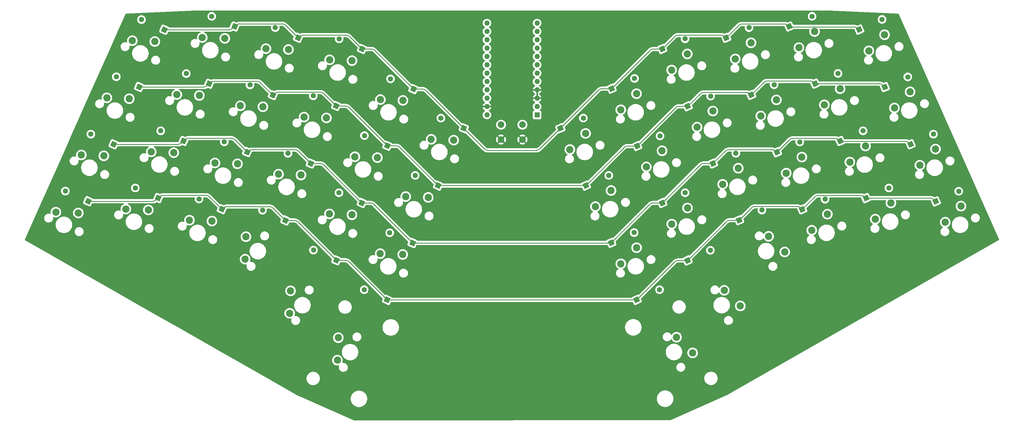
<source format=gbl>
%TF.GenerationSoftware,KiCad,Pcbnew,6.0.4-1.fc35*%
%TF.CreationDate,2022-04-29T05:39:43+02:00*%
%TF.ProjectId,lineata,6c696e65-6174-4612-9e6b-696361645f70,0.1*%
%TF.SameCoordinates,Original*%
%TF.FileFunction,Copper,L2,Bot*%
%TF.FilePolarity,Positive*%
%FSLAX46Y46*%
G04 Gerber Fmt 4.6, Leading zero omitted, Abs format (unit mm)*
G04 Created by KiCad (PCBNEW 6.0.4-1.fc35) date 2022-04-29 05:39:43*
%MOMM*%
%LPD*%
G01*
G04 APERTURE LIST*
G04 Aperture macros list*
%AMHorizOval*
0 Thick line with rounded ends*
0 $1 width*
0 $2 $3 position (X,Y) of the first rounded end (center of the circle)*
0 $4 $5 position (X,Y) of the second rounded end (center of the circle)*
0 Add line between two ends*
20,1,$1,$2,$3,$4,$5,0*
0 Add two circle primitives to create the rounded ends*
1,1,$1,$2,$3*
1,1,$1,$4,$5*%
%AMRotRect*
0 Rectangle, with rotation*
0 The origin of the aperture is its center*
0 $1 length*
0 $2 width*
0 $3 Rotation angle, in degrees counterclockwise*
0 Add horizontal line*
21,1,$1,$2,0,0,$3*%
G04 Aperture macros list end*
%TA.AperFunction,ComponentPad*%
%ADD10RotRect,1.600000X1.600000X156.000000*%
%TD*%
%TA.AperFunction,ComponentPad*%
%ADD11HorizOval,1.600000X0.000000X0.000000X0.000000X0.000000X0*%
%TD*%
%TA.AperFunction,ComponentPad*%
%ADD12RotRect,1.600000X1.600000X24.000000*%
%TD*%
%TA.AperFunction,ComponentPad*%
%ADD13HorizOval,1.600000X0.000000X0.000000X0.000000X0.000000X0*%
%TD*%
%TA.AperFunction,ComponentPad*%
%ADD14C,2.200000*%
%TD*%
%TA.AperFunction,ComponentPad*%
%ADD15R,1.600000X1.600000*%
%TD*%
%TA.AperFunction,ComponentPad*%
%ADD16O,1.600000X1.600000*%
%TD*%
%TA.AperFunction,ComponentPad*%
%ADD17C,2.000000*%
%TD*%
%TA.AperFunction,Conductor*%
%ADD18C,0.250000*%
%TD*%
G04 APERTURE END LIST*
D10*
%TO.P,D2,1*%
%TO.N,Net-(D10-Pad1)*%
X86677500Y-112014000D03*
D11*
%TO.P,D2,2*%
%TO.N,Net-(D2-Pad2)*%
X79716284Y-108914667D03*
%TD*%
D10*
%TO.P,D3,1*%
%TO.N,Net-(D11-Pad1)*%
X78930500Y-129476500D03*
D11*
%TO.P,D3,2*%
%TO.N,Net-(D3-Pad2)*%
X71969284Y-126377167D03*
%TD*%
D10*
%TO.P,D4,1*%
%TO.N,Net-(D12-Pad1)*%
X71183500Y-146812000D03*
D11*
%TO.P,D4,2*%
%TO.N,Net-(D4-Pad2)*%
X64222284Y-143712667D03*
%TD*%
D10*
%TO.P,D5,1*%
%TO.N,Net-(D1-Pad1)*%
X115697000Y-93599000D03*
D11*
%TO.P,D5,2*%
%TO.N,Net-(D5-Pad2)*%
X108735784Y-90499667D03*
%TD*%
D10*
%TO.P,D6,1*%
%TO.N,Net-(D10-Pad1)*%
X107950000Y-111036100D03*
D11*
%TO.P,D6,2*%
%TO.N,Net-(D6-Pad2)*%
X100988784Y-107936767D03*
%TD*%
D10*
%TO.P,D7,1*%
%TO.N,Net-(D11-Pad1)*%
X100177600Y-128460500D03*
D11*
%TO.P,D7,2*%
%TO.N,Net-(D7-Pad2)*%
X93216384Y-125361167D03*
%TD*%
D10*
%TO.P,D8,1*%
%TO.N,Net-(D12-Pad1)*%
X92456000Y-145859500D03*
D11*
%TO.P,D8,2*%
%TO.N,Net-(D8-Pad2)*%
X85494784Y-142760167D03*
%TD*%
D10*
%TO.P,D9,1*%
%TO.N,Net-(D1-Pad1)*%
X135001000Y-97028000D03*
D11*
%TO.P,D9,2*%
%TO.N,Net-(D9-Pad2)*%
X128039784Y-93928667D03*
%TD*%
D10*
%TO.P,D10,1*%
%TO.N,Net-(D10-Pad1)*%
X127317500Y-114490500D03*
D11*
%TO.P,D10,2*%
%TO.N,Net-(D10-Pad2)*%
X120356284Y-111391167D03*
%TD*%
D10*
%TO.P,D12,1*%
%TO.N,Net-(D12-Pad1)*%
X111823500Y-149225000D03*
D11*
%TO.P,D12,2*%
%TO.N,Net-(D12-Pad2)*%
X104862284Y-146125667D03*
%TD*%
D10*
%TO.P,D13,1*%
%TO.N,Net-(D1-Pad1)*%
X154432000Y-100457000D03*
D11*
%TO.P,D13,2*%
%TO.N,Net-(D13-Pad2)*%
X147470784Y-97357667D03*
%TD*%
D10*
%TO.P,D14,1*%
%TO.N,Net-(D10-Pad1)*%
X146558000Y-117792500D03*
D11*
%TO.P,D14,2*%
%TO.N,Net-(D14-Pad2)*%
X139596784Y-114693167D03*
%TD*%
D10*
%TO.P,D15,1*%
%TO.N,Net-(D11-Pad1)*%
X138874500Y-135318500D03*
D11*
%TO.P,D15,2*%
%TO.N,Net-(D15-Pad2)*%
X131913284Y-132219167D03*
%TD*%
D10*
%TO.P,D16,1*%
%TO.N,Net-(D12-Pad1)*%
X131127500Y-152654000D03*
D11*
%TO.P,D16,2*%
%TO.N,Net-(D16-Pad2)*%
X124166284Y-149554667D03*
%TD*%
D10*
%TO.P,D17,1*%
%TO.N,Net-(D1-Pad1)*%
X170053000Y-112649000D03*
D11*
%TO.P,D17,2*%
%TO.N,Net-(D17-Pad2)*%
X163091784Y-109549667D03*
%TD*%
D10*
%TO.P,D18,1*%
%TO.N,Net-(D10-Pad1)*%
X162115500Y-129921000D03*
D11*
%TO.P,D18,2*%
%TO.N,Net-(D18-Pad2)*%
X155154284Y-126821667D03*
%TD*%
D10*
%TO.P,D19,1*%
%TO.N,Net-(D11-Pad1)*%
X154368500Y-147320000D03*
D11*
%TO.P,D19,2*%
%TO.N,Net-(D19-Pad2)*%
X147407284Y-144220667D03*
%TD*%
D10*
%TO.P,D20,1*%
%TO.N,Net-(D12-Pad1)*%
X146621500Y-164782500D03*
D11*
%TO.P,D20,2*%
%TO.N,Net-(D20-Pad2)*%
X139660284Y-161683167D03*
%TD*%
D10*
%TO.P,D21,1*%
%TO.N,Net-(D1-Pad1)*%
X185356500Y-124587000D03*
D11*
%TO.P,D21,2*%
%TO.N,Net-(D21-Pad2)*%
X178395284Y-121487667D03*
%TD*%
D10*
%TO.P,D22,1*%
%TO.N,Net-(D10-Pad1)*%
X177546000Y-142049500D03*
D11*
%TO.P,D22,2*%
%TO.N,Net-(D22-Pad2)*%
X170584784Y-138950167D03*
%TD*%
D10*
%TO.P,D23,1*%
%TO.N,Net-(D11-Pad1)*%
X169799000Y-159512000D03*
D11*
%TO.P,D23,2*%
%TO.N,Net-(D23-Pad2)*%
X162837784Y-156412667D03*
%TD*%
D10*
%TO.P,D24,1*%
%TO.N,Net-(D12-Pad1)*%
X162052000Y-176847500D03*
D11*
%TO.P,D24,2*%
%TO.N,Net-(D24-Pad2)*%
X155090784Y-173748167D03*
%TD*%
D12*
%TO.P,D25,1*%
%TO.N,Net-(D1-Pad1)*%
X214737000Y-124587846D03*
D13*
%TO.P,D25,2*%
%TO.N,Net-(D25-Pad2)*%
X221698216Y-121488513D03*
%TD*%
D12*
%TO.P,D26,1*%
%TO.N,Net-(D10-Pad1)*%
X222484000Y-142049500D03*
D13*
%TO.P,D26,2*%
%TO.N,Net-(D26-Pad2)*%
X229445216Y-138950167D03*
%TD*%
D12*
%TO.P,D27,1*%
%TO.N,Net-(D11-Pad1)*%
X230187500Y-159448500D03*
D13*
%TO.P,D27,2*%
%TO.N,Net-(D27-Pad2)*%
X237148716Y-156349167D03*
%TD*%
D12*
%TO.P,D28,1*%
%TO.N,Net-(D12-Pad1)*%
X237914500Y-176847500D03*
D13*
%TO.P,D28,2*%
%TO.N,Net-(D28-Pad2)*%
X244875716Y-173748167D03*
%TD*%
D12*
%TO.P,D29,1*%
%TO.N,Net-(D1-Pad1)*%
X230291500Y-112522000D03*
D13*
%TO.P,D29,2*%
%TO.N,Net-(D29-Pad2)*%
X237252716Y-109422667D03*
%TD*%
D12*
%TO.P,D30,1*%
%TO.N,Net-(D10-Pad1)*%
X238061500Y-130003846D03*
D13*
%TO.P,D30,2*%
%TO.N,Net-(D30-Pad2)*%
X245022716Y-126904513D03*
%TD*%
D12*
%TO.P,D31,1*%
%TO.N,Net-(D11-Pad1)*%
X245681500Y-147320000D03*
D13*
%TO.P,D31,2*%
%TO.N,Net-(D31-Pad2)*%
X252642716Y-144220667D03*
%TD*%
D12*
%TO.P,D32,1*%
%TO.N,Net-(D12-Pad1)*%
X253365000Y-164846000D03*
D13*
%TO.P,D32,2*%
%TO.N,Net-(D32-Pad2)*%
X260326216Y-161746667D03*
%TD*%
D12*
%TO.P,D33,1*%
%TO.N,Net-(D1-Pad1)*%
X245681500Y-100453846D03*
D13*
%TO.P,D33,2*%
%TO.N,Net-(D33-Pad2)*%
X252642716Y-97354513D03*
%TD*%
D12*
%TO.P,D34,1*%
%TO.N,Net-(D10-Pad1)*%
X253428500Y-117903846D03*
D13*
%TO.P,D34,2*%
%TO.N,Net-(D34-Pad2)*%
X260389716Y-114804513D03*
%TD*%
D12*
%TO.P,D35,1*%
%TO.N,Net-(D11-Pad1)*%
X261112000Y-135303846D03*
D13*
%TO.P,D35,2*%
%TO.N,Net-(D35-Pad2)*%
X268073216Y-132204513D03*
%TD*%
D12*
%TO.P,D36,1*%
%TO.N,Net-(D12-Pad1)*%
X269041500Y-152590500D03*
D13*
%TO.P,D36,2*%
%TO.N,Net-(D36-Pad2)*%
X276002716Y-149491167D03*
%TD*%
D12*
%TO.P,D37,1*%
%TO.N,Net-(D1-Pad1)*%
X265112500Y-97053846D03*
D13*
%TO.P,D37,2*%
%TO.N,Net-(D37-Pad2)*%
X272073716Y-93954513D03*
%TD*%
D12*
%TO.P,D38,1*%
%TO.N,Net-(D10-Pad1)*%
X272732500Y-114427000D03*
D13*
%TO.P,D38,2*%
%TO.N,Net-(D38-Pad2)*%
X279693716Y-111327667D03*
%TD*%
D12*
%TO.P,D39,1*%
%TO.N,Net-(D11-Pad1)*%
X280541500Y-131889500D03*
D13*
%TO.P,D39,2*%
%TO.N,Net-(D39-Pad2)*%
X287502716Y-128790167D03*
%TD*%
D12*
%TO.P,D40,1*%
%TO.N,Net-(D12-Pad1)*%
X288226500Y-149288500D03*
D13*
%TO.P,D40,2*%
%TO.N,Net-(D40-Pad2)*%
X295187716Y-146189167D03*
%TD*%
D12*
%TO.P,D41,1*%
%TO.N,Net-(D1-Pad1)*%
X284289500Y-93599000D03*
D13*
%TO.P,D41,2*%
%TO.N,Net-(D41-Pad2)*%
X291250716Y-90499667D03*
%TD*%
D12*
%TO.P,D42,1*%
%TO.N,Net-(D10-Pad1)*%
X292163500Y-110998000D03*
D13*
%TO.P,D42,2*%
%TO.N,Net-(D42-Pad2)*%
X299124716Y-107898667D03*
%TD*%
D12*
%TO.P,D43,1*%
%TO.N,Net-(D11-Pad1)*%
X299783500Y-128460500D03*
D13*
%TO.P,D43,2*%
%TO.N,Net-(D43-Pad2)*%
X306744716Y-125361167D03*
%TD*%
D12*
%TO.P,D44,1*%
%TO.N,Net-(D12-Pad1)*%
X307641500Y-145859500D03*
D13*
%TO.P,D44,2*%
%TO.N,Net-(D44-Pad2)*%
X314602716Y-142760167D03*
%TD*%
D12*
%TO.P,D45,1*%
%TO.N,Net-(D1-Pad1)*%
X305562000Y-94551500D03*
D13*
%TO.P,D45,2*%
%TO.N,Net-(D45-Pad2)*%
X312523216Y-91452167D03*
%TD*%
D12*
%TO.P,D46,1*%
%TO.N,Net-(D10-Pad1)*%
X313372500Y-112053846D03*
D13*
%TO.P,D46,2*%
%TO.N,Net-(D46-Pad2)*%
X320333716Y-108954513D03*
%TD*%
D12*
%TO.P,D47,1*%
%TO.N,Net-(D11-Pad1)*%
X321183000Y-129476500D03*
D13*
%TO.P,D47,2*%
%TO.N,Net-(D47-Pad2)*%
X328144216Y-126377167D03*
%TD*%
D12*
%TO.P,D48,1*%
%TO.N,Net-(D12-Pad1)*%
X328866500Y-146875500D03*
D13*
%TO.P,D48,2*%
%TO.N,Net-(D48-Pad2)*%
X335827716Y-143776167D03*
%TD*%
D14*
%TO.P,SW2,1*%
%TO.N,Net-(D2-Pad2)*%
X83673000Y-115595500D03*
%TO.P,SW2,2*%
%TO.N,Net-(SW1-Pad2)*%
X76838875Y-115333128D03*
%TD*%
%TO.P,SW3,1*%
%TO.N,Net-(D3-Pad2)*%
X75923000Y-132995500D03*
%TO.P,SW3,2*%
%TO.N,Net-(SW1-Pad2)*%
X69088875Y-132733128D03*
%TD*%
%TO.P,SW4,1*%
%TO.N,Net-(D4-Pad2)*%
X68173000Y-150395500D03*
%TO.P,SW4,2*%
%TO.N,Net-(SW1-Pad2)*%
X61338875Y-150133128D03*
%TD*%
%TO.P,SW5,1*%
%TO.N,Net-(D5-Pad2)*%
X112698000Y-97220500D03*
%TO.P,SW5,2*%
%TO.N,Net-(SW5-Pad2)*%
X105863875Y-96958128D03*
%TD*%
%TO.P,SW6,1*%
%TO.N,Net-(D6-Pad2)*%
X104948000Y-114620500D03*
%TO.P,SW6,2*%
%TO.N,Net-(SW5-Pad2)*%
X98113875Y-114358128D03*
%TD*%
%TO.P,SW7,1*%
%TO.N,Net-(D7-Pad2)*%
X97198000Y-132020500D03*
%TO.P,SW7,2*%
%TO.N,Net-(SW5-Pad2)*%
X90363875Y-131758128D03*
%TD*%
%TO.P,SW8,1*%
%TO.N,Net-(D8-Pad2)*%
X89448000Y-149445500D03*
%TO.P,SW8,2*%
%TO.N,Net-(SW5-Pad2)*%
X82613875Y-149183128D03*
%TD*%
%TO.P,SW9,1*%
%TO.N,Net-(D9-Pad2)*%
X132048000Y-100620500D03*
%TO.P,SW9,2*%
%TO.N,Net-(SW10-Pad2)*%
X125213875Y-100358128D03*
%TD*%
%TO.P,SW10,1*%
%TO.N,Net-(D10-Pad2)*%
X124298000Y-118020500D03*
%TO.P,SW10,2*%
%TO.N,Net-(SW10-Pad2)*%
X117463875Y-117758128D03*
%TD*%
%TO.P,SW11,1*%
%TO.N,Net-(D11-Pad2)*%
X116548000Y-135420500D03*
%TO.P,SW11,2*%
%TO.N,Net-(SW10-Pad2)*%
X109713875Y-135158128D03*
%TD*%
%TO.P,SW12,1*%
%TO.N,Net-(D12-Pad2)*%
X108798000Y-152845500D03*
%TO.P,SW12,2*%
%TO.N,Net-(SW10-Pad2)*%
X101963875Y-152583128D03*
%TD*%
%TO.P,SW13,1*%
%TO.N,Net-(D13-Pad2)*%
X151398000Y-104020500D03*
%TO.P,SW13,2*%
%TO.N,Net-(SW13-Pad2)*%
X144563875Y-103758128D03*
%TD*%
%TO.P,SW14,1*%
%TO.N,Net-(D14-Pad2)*%
X143623000Y-121445500D03*
%TO.P,SW14,2*%
%TO.N,Net-(SW13-Pad2)*%
X136788875Y-121183128D03*
%TD*%
%TO.P,SW15,1*%
%TO.N,Net-(D15-Pad2)*%
X135873000Y-138837800D03*
%TO.P,SW15,2*%
%TO.N,Net-(SW13-Pad2)*%
X129038875Y-138575428D03*
%TD*%
%TO.P,SW17,1*%
%TO.N,Net-(D17-Pad2)*%
X166848000Y-116120500D03*
%TO.P,SW17,2*%
%TO.N,Net-(SW17-Pad2)*%
X160013875Y-115858128D03*
%TD*%
%TO.P,SW18,1*%
%TO.N,Net-(D18-Pad2)*%
X159098000Y-133520500D03*
%TO.P,SW18,2*%
%TO.N,Net-(SW17-Pad2)*%
X152263875Y-133258128D03*
%TD*%
%TO.P,SW19,1*%
%TO.N,Net-(D19-Pad2)*%
X151348000Y-150945500D03*
%TO.P,SW19,2*%
%TO.N,Net-(SW17-Pad2)*%
X144513875Y-150683128D03*
%TD*%
D15*
%TO.P,U1,1*%
%TO.N,Net-(U1-Pad1)*%
X207645000Y-120523000D03*
D16*
%TO.P,U1,2*%
%TO.N,Net-(U1-Pad2)*%
X207645000Y-117983000D03*
%TO.P,U1,3*%
%TO.N,GND*%
X207645000Y-115443000D03*
%TO.P,U1,4*%
X207645000Y-112903000D03*
%TO.P,U1,5*%
%TO.N,Net-(D12-Pad1)*%
X207645000Y-110363000D03*
%TO.P,U1,6*%
%TO.N,Net-(D11-Pad1)*%
X207645000Y-107823000D03*
%TO.P,U1,7*%
%TO.N,Net-(SW25-Pad2)*%
X207645000Y-105283000D03*
%TO.P,U1,8*%
%TO.N,Net-(SW29-Pad2)*%
X207645000Y-102743000D03*
%TO.P,U1,9*%
%TO.N,Net-(SW33-Pad2)*%
X207645000Y-100203000D03*
%TO.P,U1,10*%
%TO.N,Net-(SW37-Pad2)*%
X207645000Y-97663000D03*
%TO.P,U1,11*%
%TO.N,Net-(SW41-Pad2)*%
X207645000Y-95123000D03*
%TO.P,U1,12*%
%TO.N,Net-(SW45-Pad2)*%
X207645000Y-92583000D03*
%TO.P,U1,13*%
%TO.N,Net-(SW1-Pad2)*%
X192405000Y-92583000D03*
%TO.P,U1,14*%
%TO.N,Net-(SW5-Pad2)*%
X192405000Y-95123000D03*
%TO.P,U1,15*%
%TO.N,Net-(SW10-Pad2)*%
X192405000Y-97663000D03*
%TO.P,U1,16*%
%TO.N,Net-(SW13-Pad2)*%
X192405000Y-100203000D03*
%TO.P,U1,17*%
%TO.N,Net-(SW17-Pad2)*%
X192405000Y-102743000D03*
%TO.P,U1,18*%
%TO.N,Net-(SW21-Pad2)*%
X192405000Y-105283000D03*
%TO.P,U1,19*%
%TO.N,Net-(D1-Pad1)*%
X192405000Y-107823000D03*
%TO.P,U1,20*%
%TO.N,Net-(D10-Pad1)*%
X192405000Y-110363000D03*
%TO.P,U1,21*%
%TO.N,Net-(U1-Pad21)*%
X192405000Y-112903000D03*
%TO.P,U1,22*%
%TO.N,Net-(SW49-Pad2)*%
X192405000Y-115443000D03*
%TO.P,U1,23*%
%TO.N,GND*%
X192405000Y-117983000D03*
%TO.P,U1,24*%
%TO.N,Net-(U1-Pad24)*%
X192405000Y-120523000D03*
%TD*%
D10*
%TO.P,D1,1*%
%TO.N,Net-(D1-Pad1)*%
X94335600Y-94576900D03*
D11*
%TO.P,D1,2*%
%TO.N,Net-(D1-Pad2)*%
X87374384Y-91477567D03*
%TD*%
D14*
%TO.P,SW1,1*%
%TO.N,Net-(D1-Pad2)*%
X91423000Y-98195500D03*
%TO.P,SW1,2*%
%TO.N,Net-(SW1-Pad2)*%
X84588875Y-97933128D03*
%TD*%
%TO.P,SW20,1*%
%TO.N,Net-(D20-Pad2)*%
X132698000Y-174095500D03*
%TO.P,SW20,2*%
%TO.N,Net-(SW17-Pad2)*%
X132435628Y-180929625D03*
%TD*%
%TO.P,SW21,1*%
%TO.N,Net-(D21-Pad2)*%
X182298000Y-128220500D03*
%TO.P,SW21,2*%
%TO.N,Net-(SW21-Pad2)*%
X175463875Y-127958128D03*
%TD*%
%TO.P,SW22,1*%
%TO.N,Net-(D22-Pad2)*%
X174548000Y-145645500D03*
%TO.P,SW22,2*%
%TO.N,Net-(SW21-Pad2)*%
X167713875Y-145383128D03*
%TD*%
%TO.P,SW23,1*%
%TO.N,Net-(D23-Pad2)*%
X166798000Y-163037800D03*
%TO.P,SW23,2*%
%TO.N,Net-(SW21-Pad2)*%
X159963875Y-162775428D03*
%TD*%
%TO.P,SW24,1*%
%TO.N,Net-(D24-Pad2)*%
X147198000Y-188370500D03*
%TO.P,SW24,2*%
%TO.N,Net-(SW21-Pad2)*%
X146935628Y-195204625D03*
%TD*%
%TO.P,SW25,1*%
%TO.N,Net-(D25-Pad2)*%
X222391500Y-126153846D03*
%TO.P,SW25,2*%
%TO.N,Net-(SW25-Pad2)*%
X217623597Y-131057029D03*
%TD*%
%TO.P,SW26,1*%
%TO.N,Net-(D26-Pad2)*%
X230141500Y-143553846D03*
%TO.P,SW26,2*%
%TO.N,Net-(SW25-Pad2)*%
X225373597Y-148457029D03*
%TD*%
%TO.P,SW27,1*%
%TO.N,Net-(D27-Pad2)*%
X237891500Y-160953846D03*
%TO.P,SW27,2*%
%TO.N,Net-(SW25-Pad2)*%
X233123597Y-165857029D03*
%TD*%
%TO.P,SW28,1*%
%TO.N,Net-(D28-Pad2)*%
X254941500Y-192978846D03*
%TO.P,SW28,2*%
%TO.N,Net-(SW25-Pad2)*%
X250038317Y-188210943D03*
%TD*%
%TO.P,SW29,1*%
%TO.N,Net-(D29-Pad2)*%
X237866500Y-114053846D03*
%TO.P,SW29,2*%
%TO.N,Net-(SW29-Pad2)*%
X233098597Y-118957029D03*
%TD*%
%TO.P,SW30,1*%
%TO.N,Net-(D30-Pad2)*%
X245641500Y-131453846D03*
%TO.P,SW30,2*%
%TO.N,Net-(SW29-Pad2)*%
X240873597Y-136357029D03*
%TD*%
%TO.P,SW31,1*%
%TO.N,Net-(D31-Pad2)*%
X253366500Y-148853846D03*
%TO.P,SW31,2*%
%TO.N,Net-(SW29-Pad2)*%
X248598597Y-153757029D03*
%TD*%
%TO.P,SW32,1*%
%TO.N,Net-(D32-Pad2)*%
X269441500Y-178703846D03*
%TO.P,SW32,2*%
%TO.N,Net-(SW29-Pad2)*%
X264538317Y-173935943D03*
%TD*%
%TO.P,SW33,1*%
%TO.N,Net-(D33-Pad2)*%
X253316500Y-101953846D03*
%TO.P,SW33,2*%
%TO.N,Net-(SW33-Pad2)*%
X248548597Y-106857029D03*
%TD*%
%TO.P,SW34,1*%
%TO.N,Net-(D34-Pad2)*%
X261066500Y-119353846D03*
%TO.P,SW34,2*%
%TO.N,Net-(SW33-Pad2)*%
X256298597Y-124257029D03*
%TD*%
%TO.P,SW35,1*%
%TO.N,Net-(D35-Pad2)*%
X268816500Y-136753846D03*
%TO.P,SW35,2*%
%TO.N,Net-(SW33-Pad2)*%
X264048597Y-141657029D03*
%TD*%
%TO.P,SW37,1*%
%TO.N,Net-(D37-Pad2)*%
X272681500Y-98573846D03*
%TO.P,SW37,2*%
%TO.N,Net-(SW37-Pad2)*%
X267913597Y-103477029D03*
%TD*%
%TO.P,SW38,1*%
%TO.N,Net-(D38-Pad2)*%
X280406500Y-115948846D03*
%TO.P,SW38,2*%
%TO.N,Net-(SW37-Pad2)*%
X275638597Y-120852029D03*
%TD*%
%TO.P,SW39,1*%
%TO.N,Net-(D39-Pad2)*%
X288156500Y-133348846D03*
%TO.P,SW39,2*%
%TO.N,Net-(SW37-Pad2)*%
X283388597Y-138252029D03*
%TD*%
%TO.P,SW40,1*%
%TO.N,Net-(D40-Pad2)*%
X295906500Y-150748846D03*
%TO.P,SW40,2*%
%TO.N,Net-(SW37-Pad2)*%
X291138597Y-155652029D03*
%TD*%
%TO.P,SW41,1*%
%TO.N,Net-(D41-Pad2)*%
X292006500Y-95148846D03*
%TO.P,SW41,2*%
%TO.N,Net-(SW41-Pad2)*%
X287238597Y-100052029D03*
%TD*%
%TO.P,SW42,1*%
%TO.N,Net-(D42-Pad2)*%
X299766500Y-112553846D03*
%TO.P,SW42,2*%
%TO.N,Net-(SW41-Pad2)*%
X294998597Y-117457029D03*
%TD*%
%TO.P,SW43,1*%
%TO.N,Net-(D43-Pad2)*%
X307491500Y-129978846D03*
%TO.P,SW43,2*%
%TO.N,Net-(SW41-Pad2)*%
X302723597Y-134882029D03*
%TD*%
%TO.P,SW44,1*%
%TO.N,Net-(D44-Pad2)*%
X315241500Y-147353846D03*
%TO.P,SW44,2*%
%TO.N,Net-(SW41-Pad2)*%
X310473597Y-152257029D03*
%TD*%
%TO.P,SW45,1*%
%TO.N,Net-(D45-Pad2)*%
X313291500Y-96103846D03*
%TO.P,SW45,2*%
%TO.N,Net-(SW45-Pad2)*%
X308523597Y-101007029D03*
%TD*%
%TO.P,SW46,1*%
%TO.N,Net-(D46-Pad2)*%
X321041500Y-113503846D03*
%TO.P,SW46,2*%
%TO.N,Net-(SW45-Pad2)*%
X316273597Y-118407029D03*
%TD*%
%TO.P,SW47,1*%
%TO.N,Net-(D47-Pad2)*%
X328791500Y-130928846D03*
%TO.P,SW47,2*%
%TO.N,Net-(SW45-Pad2)*%
X324023597Y-135832029D03*
%TD*%
%TO.P,SW48,1*%
%TO.N,Net-(D48-Pad2)*%
X336516500Y-148303846D03*
%TO.P,SW48,2*%
%TO.N,Net-(SW45-Pad2)*%
X331748597Y-153207029D03*
%TD*%
%TO.P,SW16,1*%
%TO.N,Net-(D16-Pad2)*%
X119148000Y-157620500D03*
%TO.P,SW16,2*%
%TO.N,Net-(SW13-Pad2)*%
X118885628Y-164454625D03*
%TD*%
%TO.P,SW36,1*%
%TO.N,Net-(D36-Pad2)*%
X282941500Y-162253846D03*
%TO.P,SW36,2*%
%TO.N,Net-(SW33-Pad2)*%
X278038317Y-157485943D03*
%TD*%
D10*
%TO.P,D11,1*%
%TO.N,Net-(D11-Pad1)*%
X119507000Y-131826000D03*
D11*
%TO.P,D11,2*%
%TO.N,Net-(D11-Pad2)*%
X112545784Y-128726667D03*
%TD*%
D17*
%TO.P,SW49,1*%
%TO.N,GND*%
X196700000Y-128016000D03*
X203200000Y-128016000D03*
%TO.P,SW49,2*%
%TO.N,Net-(SW49-Pad2)*%
X203200000Y-123516000D03*
X196700000Y-123516000D03*
%TD*%
D18*
%TO.N,Net-(D12-Pad1)*%
X286637282Y-148366189D02*
G75*
G02*
X287775724Y-148837724I18J-1610011D01*
G01*
X273932718Y-148366189D02*
G75*
G03*
X272794276Y-148837724I-18J-1610011D01*
G01*
X249444450Y-165317566D02*
G75*
G02*
X250582884Y-164846000I1138450J-1138434D01*
G01*
X291979260Y-145535708D02*
G75*
G02*
X293117718Y-145064166I1138440J-1138492D01*
G01*
X112147260Y-148901208D02*
G75*
G02*
X113285718Y-148429666I1138440J-1138492D01*
G01*
X126236282Y-148429689D02*
G75*
G02*
X127374724Y-148901224I18J-1610011D01*
G01*
X134964550Y-153125566D02*
G75*
G03*
X133826116Y-152654000I-1138450J-1138434D01*
G01*
X149320116Y-164782489D02*
G75*
G02*
X150458558Y-165254058I-16J-1610011D01*
G01*
X327183616Y-145859489D02*
G75*
G02*
X328322058Y-146331058I-16J-1610011D01*
G01*
X93981718Y-145000689D02*
G75*
G03*
X92843276Y-145472224I-18J-1610011D01*
G01*
X106932282Y-145000689D02*
G75*
G02*
X108070724Y-145472224I18J-1610011D01*
G01*
X306179282Y-145064189D02*
G75*
G02*
X307317724Y-145535724I18J-1610011D01*
G01*
X265148950Y-153062066D02*
G75*
G02*
X266287384Y-152590500I1138450J-1138434D01*
G01*
%TO.N,Net-(D11-Pad1)*%
X242982884Y-147319989D02*
G75*
G03*
X241844442Y-147791558I16J-1610011D01*
G01*
X264864770Y-131551064D02*
G75*
G02*
X266003218Y-131079512I1138430J-1138436D01*
G01*
X135121740Y-131565708D02*
G75*
G03*
X133983282Y-131094166I-1138440J-1138492D01*
G01*
X101703318Y-127601689D02*
G75*
G03*
X100564876Y-128073224I-18J-1610011D01*
G01*
X298321282Y-127665189D02*
G75*
G02*
X299459724Y-128136724I18J-1610011D01*
G01*
X285432718Y-127665189D02*
G75*
G03*
X284294276Y-128136724I-18J-1610011D01*
G01*
X98494716Y-129476511D02*
G75*
G03*
X99633158Y-129004942I-16J1610011D01*
G01*
X120905718Y-131094189D02*
G75*
G03*
X119767276Y-131565724I-18J-1610011D01*
G01*
X158078550Y-147791566D02*
G75*
G03*
X156940116Y-147320000I-1138450J-1138434D01*
G01*
X258364538Y-135303860D02*
G75*
G03*
X257226097Y-135775405I-38J-1609940D01*
G01*
X142838550Y-135790066D02*
G75*
G03*
X141700116Y-135318500I-1138450J-1138434D01*
G01*
X114615782Y-127601689D02*
G75*
G02*
X115754224Y-128073224I18J-1610011D01*
G01*
X279064628Y-131079489D02*
G75*
G02*
X280203070Y-131551070I-28J-1610011D01*
G01*
X319593461Y-128553860D02*
G75*
G02*
X320731902Y-129025404I39J-1609940D01*
G01*
%TO.N,Net-(D10-Pad1)*%
X107443650Y-111542434D02*
G75*
G02*
X106305216Y-112014000I-1138450J1138434D01*
G01*
X257181270Y-114151064D02*
G75*
G02*
X258319718Y-113679512I1138430J-1138436D01*
G01*
X311649770Y-110998022D02*
G75*
G02*
X312788211Y-111469559I30J-1609978D01*
G01*
X141666782Y-113568189D02*
G75*
G02*
X142805224Y-114039724I18J-1610011D01*
G01*
X271318128Y-113679489D02*
G75*
G02*
X272456570Y-114151070I-28J-1610011D01*
G01*
X108248360Y-110737708D02*
G75*
G02*
X109386818Y-110266166I1138440J-1138492D01*
G01*
X235196538Y-130003860D02*
G75*
G03*
X234058097Y-130475405I-38J-1609940D01*
G01*
X250828384Y-117903822D02*
G75*
G03*
X249689943Y-118375405I16J-1609978D01*
G01*
X122426282Y-110266189D02*
G75*
G02*
X123564724Y-110737724I18J-1610011D01*
G01*
X276485260Y-110674208D02*
G75*
G02*
X277623718Y-110202666I1138440J-1138492D01*
G01*
X291839740Y-110674208D02*
G75*
G03*
X290701282Y-110202666I-1138440J-1138492D01*
G01*
X128906718Y-113568189D02*
G75*
G03*
X127768276Y-114039724I-18J-1610011D01*
G01*
X164750616Y-129920989D02*
G75*
G02*
X165889058Y-130392558I-16J-1610011D01*
G01*
X150458550Y-118264066D02*
G75*
G03*
X149320116Y-117792500I-1138450J-1138434D01*
G01*
%TO.N,Net-(D1-Pad1)*%
X150679240Y-96704208D02*
G75*
G03*
X149540782Y-96232666I-1138440J-1138492D01*
G01*
X115190650Y-94105334D02*
G75*
G02*
X114052216Y-94576900I-1138450J1138434D01*
G01*
X268865270Y-93301064D02*
G75*
G02*
X270003718Y-92829512I1138430J-1138436D01*
G01*
X283991553Y-93301087D02*
G75*
G03*
X282853128Y-92829512I-1138453J-1138413D01*
G01*
X117159218Y-92803689D02*
G75*
G03*
X116020776Y-93275224I-18J-1610011D01*
G01*
X227469730Y-112522022D02*
G75*
G03*
X226331289Y-112993559I-30J-1609978D01*
G01*
X191615950Y-130846434D02*
G75*
G03*
X192754384Y-131318000I1138450J1138434D01*
G01*
X172751616Y-112648989D02*
G75*
G02*
X173890058Y-113120558I-16J-1610011D01*
G01*
X207339962Y-131317973D02*
G75*
G03*
X208478404Y-130846442I38J1609973D01*
G01*
X243026538Y-100453860D02*
G75*
G03*
X241888097Y-100925405I-38J-1609940D01*
G01*
X130109782Y-92803689D02*
G75*
G02*
X131248224Y-93275224I18J-1610011D01*
G01*
X250572718Y-96229522D02*
G75*
G03*
X249434277Y-96701071I-18J-1609978D01*
G01*
X263621282Y-96229522D02*
G75*
G02*
X264759723Y-96701071I18J-1609978D01*
G01*
X304067461Y-93723860D02*
G75*
G02*
X305205902Y-94195404I39J-1609940D01*
G01*
X157194116Y-100456989D02*
G75*
G02*
X158332558Y-100928558I-16J-1610011D01*
G01*
X136463218Y-96232689D02*
G75*
G03*
X135324776Y-96704224I-18J-1610011D01*
G01*
%TO.N,Net-(D12-Pad1)*%
X91975050Y-146340434D02*
G75*
G02*
X90836616Y-146812000I-1138450J1138434D01*
G01*
%TO.N,Net-(D1-Pad1)*%
X284414345Y-93723845D02*
X284289500Y-93599000D01*
%TO.N,Net-(D11-Pad1)*%
X299876845Y-128553845D02*
X299783500Y-128460500D01*
X230124000Y-159512000D02*
X230187500Y-159448500D01*
%TO.N,Net-(D12-Pad1)*%
X71183500Y-146812000D02*
X90836616Y-146812000D01*
%TO.N,Net-(D1-Pad1)*%
X135001000Y-97028000D02*
X135324776Y-96704224D01*
X158332558Y-100928558D02*
X170053000Y-112649000D01*
X305562000Y-94551500D02*
X305205903Y-94195403D01*
X265112500Y-97053846D02*
X264759724Y-96701070D01*
X249434276Y-96701070D02*
X245681500Y-100453846D01*
X131248224Y-93275224D02*
X135001000Y-97028000D01*
X154432000Y-100457000D02*
X157194116Y-100457000D01*
X241888096Y-100925404D02*
X230291500Y-112522000D01*
X263621282Y-96229512D02*
X250572718Y-96229512D01*
X245681500Y-100453846D02*
X243026538Y-100453846D01*
X208478404Y-130846442D02*
X214737000Y-124587846D01*
X173890058Y-113120558D02*
X185356500Y-124587000D01*
X192754384Y-131318000D02*
X207339962Y-131318000D01*
X226331288Y-112993558D02*
X214737000Y-124587846D01*
X115697000Y-93599000D02*
X116020776Y-93275224D01*
X282853128Y-92829512D02*
X270003718Y-92829512D01*
X170053000Y-112649000D02*
X172751616Y-112649000D01*
X284289500Y-93599000D02*
X283991570Y-93301070D01*
X230291500Y-112522000D02*
X227469730Y-112522000D01*
X94335600Y-94576900D02*
X114052216Y-94576900D01*
X136463218Y-96232666D02*
X149540782Y-96232666D01*
X115190658Y-94105342D02*
X115697000Y-93599000D01*
X117159218Y-92803666D02*
X130109782Y-92803666D01*
X304067461Y-93723845D02*
X284414345Y-93723845D01*
X268865276Y-93301070D02*
X265112500Y-97053846D01*
X185356500Y-124587000D02*
X191615942Y-130846442D01*
X150679224Y-96704224D02*
X154432000Y-100457000D01*
%TO.N,Net-(D10-Pad1)*%
X146558000Y-117792500D02*
X149320116Y-117792500D01*
X165889058Y-130392558D02*
X177546000Y-142049500D01*
X127317500Y-114490500D02*
X127768276Y-114039724D01*
X290701282Y-110202666D02*
X277623718Y-110202666D01*
X123564724Y-110737724D02*
X127317500Y-114490500D01*
X162115500Y-129921000D02*
X164750616Y-129921000D01*
X249689942Y-118375404D02*
X238061500Y-130003846D01*
X234058096Y-130475404D02*
X222484000Y-142049500D01*
X177546000Y-142049500D02*
X222484000Y-142049500D01*
X253428500Y-117903846D02*
X250828384Y-117903846D01*
X109386818Y-110266166D02*
X122426282Y-110266166D01*
X107950000Y-111036100D02*
X108248376Y-110737724D01*
X238061500Y-130003846D02*
X235196538Y-130003846D01*
X272732500Y-114427000D02*
X272456570Y-114151070D01*
X142805224Y-114039724D02*
X146558000Y-117792500D01*
X313372500Y-112053846D02*
X312788212Y-111469558D01*
X271318128Y-113679512D02*
X258319718Y-113679512D01*
X292163500Y-110998000D02*
X291839724Y-110674224D01*
X86677500Y-112014000D02*
X106305216Y-112014000D01*
X276485276Y-110674224D02*
X272732500Y-114427000D01*
X107443658Y-111542442D02*
X107950000Y-111036100D01*
X311649770Y-110998000D02*
X292163500Y-110998000D01*
X257181276Y-114151070D02*
X253428500Y-117903846D01*
X150458558Y-118264058D02*
X162115500Y-129921000D01*
X128906718Y-113568166D02*
X141666782Y-113568166D01*
%TO.N,Net-(D11-Pad1)*%
X321183000Y-129476500D02*
X320731903Y-129025403D01*
X280541500Y-131889500D02*
X280203070Y-131551070D01*
X115754224Y-128073224D02*
X119507000Y-131826000D01*
X138874500Y-135318500D02*
X141700116Y-135318500D01*
X257226096Y-135775404D02*
X245681500Y-147320000D01*
X154368500Y-147320000D02*
X156940116Y-147320000D01*
X142838558Y-135790058D02*
X154368500Y-147320000D01*
X119507000Y-131826000D02*
X119767276Y-131565724D01*
X99633158Y-129004942D02*
X100177600Y-128460500D01*
X284294276Y-128136724D02*
X280541500Y-131889500D01*
X169799000Y-159512000D02*
X230124000Y-159512000D01*
X299783500Y-128460500D02*
X299459724Y-128136724D01*
X100177600Y-128460500D02*
X100564876Y-128073224D01*
X101703318Y-127601666D02*
X114615782Y-127601666D01*
X120905718Y-131094166D02*
X133983282Y-131094166D01*
X279064628Y-131079512D02*
X266003218Y-131079512D01*
X319593461Y-128553845D02*
X299876845Y-128553845D01*
X78930500Y-129476500D02*
X98494716Y-129476500D01*
X135121724Y-131565724D02*
X138874500Y-135318500D01*
X241844442Y-147791558D02*
X230187500Y-159448500D01*
X264864776Y-131551070D02*
X261112000Y-135303846D01*
X261112000Y-135303846D02*
X258364538Y-135303846D01*
X245681500Y-147320000D02*
X242982884Y-147320000D01*
X298321282Y-127665166D02*
X285432718Y-127665166D01*
X158078558Y-147791558D02*
X169799000Y-159512000D01*
%TO.N,Net-(D12-Pad1)*%
X269041500Y-152590500D02*
X266287384Y-152590500D01*
X307641500Y-145859500D02*
X307317724Y-145535724D01*
X108070724Y-145472224D02*
X111823500Y-149225000D01*
X92456000Y-145859500D02*
X92843276Y-145472224D01*
X328866500Y-146875500D02*
X328322058Y-146331058D01*
X150458558Y-165254058D02*
X162052000Y-176847500D01*
X93981718Y-145000666D02*
X106932282Y-145000666D01*
X131127500Y-152654000D02*
X133826116Y-152654000D01*
X134964558Y-153125558D02*
X146621500Y-164782500D01*
X127374724Y-148901224D02*
X131127500Y-152654000D01*
X146621500Y-164782500D02*
X149320116Y-164782500D01*
X113285718Y-148429666D02*
X126236282Y-148429666D01*
X91975058Y-146340442D02*
X92456000Y-145859500D01*
X306179282Y-145064166D02*
X293117718Y-145064166D01*
X111823500Y-149225000D02*
X112147276Y-148901224D01*
X253365000Y-164846000D02*
X250582884Y-164846000D01*
X249444442Y-165317558D02*
X237914500Y-176847500D01*
X265148942Y-153062058D02*
X253365000Y-164846000D01*
X272794276Y-148837724D02*
X269041500Y-152590500D01*
X288226500Y-149288500D02*
X287775724Y-148837724D01*
X286637282Y-148366166D02*
X273932718Y-148366166D01*
X291979276Y-145535724D02*
X288226500Y-149288500D01*
X327183616Y-145859500D02*
X307641500Y-145859500D01*
X162052000Y-176847500D02*
X237914500Y-176847500D01*
%TD*%
%TA.AperFunction,Conductor*%
%TO.N,GND*%
G36*
X296571114Y-88755708D02*
G01*
X317450076Y-89692491D01*
X317517231Y-89715526D01*
X317559545Y-89767137D01*
X348140054Y-158487427D01*
X348149474Y-158557794D01*
X348119356Y-158622085D01*
X348087402Y-158648078D01*
X265492875Y-205796207D01*
X265481659Y-205801888D01*
X248230669Y-213482523D01*
X248179462Y-213493416D01*
X151893694Y-213525789D01*
X151842403Y-213514896D01*
X137518872Y-207137649D01*
X150984648Y-207137649D01*
X151024208Y-207450803D01*
X151102705Y-207756530D01*
X151104158Y-207760199D01*
X151104158Y-207760200D01*
X151206048Y-208017543D01*
X151218901Y-208050007D01*
X151220807Y-208053475D01*
X151220808Y-208053476D01*
X151353117Y-208294143D01*
X151370964Y-208326607D01*
X151556494Y-208581968D01*
X151772566Y-208812061D01*
X152015773Y-209013260D01*
X152282279Y-209182390D01*
X152285858Y-209184074D01*
X152285865Y-209184078D01*
X152564292Y-209315095D01*
X152564296Y-209315097D01*
X152567882Y-209316784D01*
X152868076Y-209414323D01*
X153178128Y-209473469D01*
X153414310Y-209488328D01*
X153571986Y-209488328D01*
X153808168Y-209473469D01*
X154118220Y-209414323D01*
X154418414Y-209316784D01*
X154422000Y-209315097D01*
X154422004Y-209315095D01*
X154700431Y-209184078D01*
X154700438Y-209184074D01*
X154704017Y-209182390D01*
X154970523Y-209013260D01*
X155213730Y-208812061D01*
X155429802Y-208581968D01*
X155615332Y-208326607D01*
X155633180Y-208294143D01*
X155765488Y-208053476D01*
X155765489Y-208053475D01*
X155767395Y-208050007D01*
X155780249Y-208017543D01*
X155882138Y-207760200D01*
X155882138Y-207760199D01*
X155883591Y-207756530D01*
X155962088Y-207450803D01*
X156001648Y-207137649D01*
X156001648Y-207105185D01*
X244071629Y-207105185D01*
X244111189Y-207418339D01*
X244189686Y-207724066D01*
X244305882Y-208017543D01*
X244307788Y-208021011D01*
X244307789Y-208021012D01*
X244321710Y-208046333D01*
X244457945Y-208294143D01*
X244643475Y-208549504D01*
X244859547Y-208779597D01*
X245102754Y-208980796D01*
X245369260Y-209149926D01*
X245372839Y-209151610D01*
X245372846Y-209151614D01*
X245651273Y-209282631D01*
X245651277Y-209282633D01*
X245654863Y-209284320D01*
X245955057Y-209381859D01*
X246265109Y-209441005D01*
X246501291Y-209455864D01*
X246658967Y-209455864D01*
X246895149Y-209441005D01*
X247205201Y-209381859D01*
X247505395Y-209284320D01*
X247508981Y-209282633D01*
X247508985Y-209282631D01*
X247787412Y-209151614D01*
X247787419Y-209151610D01*
X247790998Y-209149926D01*
X248057504Y-208980796D01*
X248300711Y-208779597D01*
X248516783Y-208549504D01*
X248702313Y-208294143D01*
X248838549Y-208046333D01*
X248852469Y-208021012D01*
X248852470Y-208021011D01*
X248854376Y-208017543D01*
X248970572Y-207724066D01*
X249049069Y-207418339D01*
X249088629Y-207105185D01*
X249088629Y-206789543D01*
X249049069Y-206476389D01*
X248970572Y-206170662D01*
X248868684Y-205913323D01*
X248855831Y-205880859D01*
X248855829Y-205880854D01*
X248854376Y-205877185D01*
X248852469Y-205873716D01*
X248704222Y-205604057D01*
X248704220Y-205604054D01*
X248702313Y-205600585D01*
X248516783Y-205345224D01*
X248300711Y-205115131D01*
X248057504Y-204913932D01*
X247790998Y-204744802D01*
X247787419Y-204743118D01*
X247787412Y-204743114D01*
X247508985Y-204612097D01*
X247508981Y-204612095D01*
X247505395Y-204610408D01*
X247205201Y-204512869D01*
X246895149Y-204453723D01*
X246658967Y-204438864D01*
X246501291Y-204438864D01*
X246265109Y-204453723D01*
X245955057Y-204512869D01*
X245654863Y-204610408D01*
X245651277Y-204612095D01*
X245651273Y-204612097D01*
X245372846Y-204743114D01*
X245372839Y-204743118D01*
X245369260Y-204744802D01*
X245102754Y-204913932D01*
X244859547Y-205115131D01*
X244643475Y-205345224D01*
X244457945Y-205600585D01*
X244456038Y-205604054D01*
X244456036Y-205604057D01*
X244307789Y-205873716D01*
X244305882Y-205877185D01*
X244304429Y-205880854D01*
X244304427Y-205880859D01*
X244291574Y-205913323D01*
X244189686Y-206170662D01*
X244111189Y-206476389D01*
X244071629Y-206789543D01*
X244071629Y-207105185D01*
X156001648Y-207105185D01*
X156001648Y-206822007D01*
X155962088Y-206508853D01*
X155883591Y-206203126D01*
X155767395Y-205909649D01*
X155765488Y-205906180D01*
X155617241Y-205636521D01*
X155617239Y-205636518D01*
X155615332Y-205633049D01*
X155429802Y-205377688D01*
X155213730Y-205147595D01*
X154970523Y-204946396D01*
X154704017Y-204777266D01*
X154700438Y-204775582D01*
X154700431Y-204775578D01*
X154422004Y-204644561D01*
X154422000Y-204644559D01*
X154418414Y-204642872D01*
X154118220Y-204545333D01*
X153808168Y-204486187D01*
X153571986Y-204471328D01*
X153414310Y-204471328D01*
X153178128Y-204486187D01*
X152868076Y-204545333D01*
X152567882Y-204642872D01*
X152564296Y-204644559D01*
X152564292Y-204644561D01*
X152285865Y-204775578D01*
X152285858Y-204775582D01*
X152282279Y-204777266D01*
X152015773Y-204946396D01*
X151772566Y-205147595D01*
X151556494Y-205377688D01*
X151370964Y-205633049D01*
X151369057Y-205636518D01*
X151369055Y-205636521D01*
X151220808Y-205906180D01*
X151218901Y-205909649D01*
X151102705Y-206203126D01*
X151024208Y-206508853D01*
X150984648Y-206822007D01*
X150984648Y-207137649D01*
X137518872Y-207137649D01*
X134591603Y-205834345D01*
X134580394Y-205828668D01*
X125612178Y-200710021D01*
X137533492Y-200710021D01*
X137533645Y-200714409D01*
X137533645Y-200714415D01*
X137542435Y-200966105D01*
X137543417Y-200994240D01*
X137544179Y-200998563D01*
X137544180Y-200998570D01*
X137567490Y-201130765D01*
X137592801Y-201274312D01*
X137594156Y-201278483D01*
X137594158Y-201278490D01*
X137666817Y-201502111D01*
X137680683Y-201544785D01*
X137805353Y-201800395D01*
X137807808Y-201804034D01*
X137807811Y-201804040D01*
X137862269Y-201884777D01*
X137964383Y-202036167D01*
X138154679Y-202247512D01*
X138372536Y-202430316D01*
X138613714Y-202581021D01*
X138873520Y-202696693D01*
X139146895Y-202775083D01*
X139151249Y-202775695D01*
X139151254Y-202775696D01*
X139321486Y-202799620D01*
X139428520Y-202814662D01*
X139641734Y-202814662D01*
X139643920Y-202814509D01*
X139643924Y-202814509D01*
X139850031Y-202800097D01*
X139850036Y-202800096D01*
X139854416Y-202799790D01*
X140132593Y-202740661D01*
X140136722Y-202739158D01*
X140136726Y-202739157D01*
X140395690Y-202644902D01*
X140395694Y-202644900D01*
X140399835Y-202643393D01*
X140403725Y-202641325D01*
X140403731Y-202641322D01*
X140647046Y-202511949D01*
X140647052Y-202511945D01*
X140650938Y-202509879D01*
X140654498Y-202507292D01*
X140654502Y-202507290D01*
X140877454Y-202345307D01*
X140877457Y-202345304D01*
X140881017Y-202342718D01*
X140884184Y-202339660D01*
X141082426Y-202148219D01*
X141082430Y-202148215D01*
X141085591Y-202145162D01*
X141260681Y-201921058D01*
X141330346Y-201800395D01*
X141400672Y-201678587D01*
X141400675Y-201678582D01*
X141402877Y-201674767D01*
X141404527Y-201670683D01*
X141404530Y-201670677D01*
X141507763Y-201415164D01*
X141509412Y-201411083D01*
X141517507Y-201378618D01*
X141577148Y-201139409D01*
X141578213Y-201135138D01*
X141581177Y-201106944D01*
X141607481Y-200856672D01*
X141607481Y-200856669D01*
X141607940Y-200852303D01*
X141606959Y-200824207D01*
X141601838Y-200677556D01*
X258465338Y-200677556D01*
X258465491Y-200681944D01*
X258465491Y-200681950D01*
X258471593Y-200856672D01*
X258475263Y-200961775D01*
X258476025Y-200966098D01*
X258476026Y-200966105D01*
X258507434Y-201144228D01*
X258524647Y-201241847D01*
X258526002Y-201246018D01*
X258526004Y-201246025D01*
X258578247Y-201406812D01*
X258612529Y-201512320D01*
X258614457Y-201516273D01*
X258614459Y-201516278D01*
X258670355Y-201630881D01*
X258737199Y-201767930D01*
X258739654Y-201771569D01*
X258739657Y-201771575D01*
X258761555Y-201804040D01*
X258896229Y-202003702D01*
X259086525Y-202215047D01*
X259304382Y-202397851D01*
X259545560Y-202548556D01*
X259805366Y-202664228D01*
X260078741Y-202742618D01*
X260083095Y-202743230D01*
X260083100Y-202743231D01*
X260253332Y-202767155D01*
X260360366Y-202782197D01*
X260573580Y-202782197D01*
X260575766Y-202782044D01*
X260575770Y-202782044D01*
X260781877Y-202767632D01*
X260781882Y-202767631D01*
X260786262Y-202767325D01*
X261064439Y-202708196D01*
X261068568Y-202706693D01*
X261068572Y-202706692D01*
X261327536Y-202612437D01*
X261327540Y-202612435D01*
X261331681Y-202610928D01*
X261335571Y-202608860D01*
X261335577Y-202608857D01*
X261578892Y-202479484D01*
X261578898Y-202479480D01*
X261582784Y-202477414D01*
X261586344Y-202474827D01*
X261586348Y-202474825D01*
X261809300Y-202312842D01*
X261809303Y-202312839D01*
X261812863Y-202310253D01*
X261816030Y-202307195D01*
X262014272Y-202115754D01*
X262014276Y-202115750D01*
X262017437Y-202112697D01*
X262074674Y-202039438D01*
X262189815Y-201892064D01*
X262192527Y-201888593D01*
X262262192Y-201767930D01*
X262332518Y-201646122D01*
X262332521Y-201646117D01*
X262334723Y-201642302D01*
X262336373Y-201638218D01*
X262336376Y-201638212D01*
X262439609Y-201382699D01*
X262441258Y-201378618D01*
X262467265Y-201274312D01*
X262500900Y-201139409D01*
X262510059Y-201102673D01*
X262539786Y-200819838D01*
X262536105Y-200714415D01*
X262530015Y-200540016D01*
X262530014Y-200540010D01*
X262529861Y-200535619D01*
X262510742Y-200427186D01*
X262481239Y-200259870D01*
X262480477Y-200255547D01*
X262479122Y-200251376D01*
X262479120Y-200251369D01*
X262404505Y-200021728D01*
X262392595Y-199985074D01*
X262267925Y-199729464D01*
X262265470Y-199725825D01*
X262265467Y-199725819D01*
X262130793Y-199526157D01*
X262108895Y-199493692D01*
X261918599Y-199282347D01*
X261700742Y-199099543D01*
X261459564Y-198948838D01*
X261199758Y-198833166D01*
X260926383Y-198754776D01*
X260922029Y-198754164D01*
X260922024Y-198754163D01*
X260748395Y-198729762D01*
X260644758Y-198715197D01*
X260431544Y-198715197D01*
X260429358Y-198715350D01*
X260429354Y-198715350D01*
X260223247Y-198729762D01*
X260223242Y-198729763D01*
X260218862Y-198730069D01*
X259940685Y-198789198D01*
X259936556Y-198790701D01*
X259936552Y-198790702D01*
X259677588Y-198884957D01*
X259677584Y-198884959D01*
X259673443Y-198886466D01*
X259669553Y-198888534D01*
X259669547Y-198888537D01*
X259426232Y-199017910D01*
X259426226Y-199017914D01*
X259422340Y-199019980D01*
X259418780Y-199022567D01*
X259418776Y-199022569D01*
X259264253Y-199134836D01*
X259192261Y-199187141D01*
X259189097Y-199190197D01*
X259189094Y-199190199D01*
X258990852Y-199381640D01*
X258990848Y-199381644D01*
X258987687Y-199384697D01*
X258812597Y-199608801D01*
X258810394Y-199612617D01*
X258724189Y-199761929D01*
X258670401Y-199855092D01*
X258668751Y-199859176D01*
X258668748Y-199859182D01*
X258606367Y-200013581D01*
X258563866Y-200118776D01*
X258562802Y-200123045D01*
X258562801Y-200123047D01*
X258554707Y-200155512D01*
X258495065Y-200394721D01*
X258494606Y-200399089D01*
X258494605Y-200399094D01*
X258491193Y-200431559D01*
X258465338Y-200677556D01*
X141601838Y-200677556D01*
X141598169Y-200572481D01*
X141598168Y-200572475D01*
X141598015Y-200568084D01*
X141566694Y-200390450D01*
X141549393Y-200292335D01*
X141548631Y-200288012D01*
X141547276Y-200283841D01*
X141547274Y-200283834D01*
X141462110Y-200021728D01*
X141460749Y-200017539D01*
X141442985Y-199981116D01*
X141379655Y-199851272D01*
X141336079Y-199761929D01*
X141333624Y-199758290D01*
X141333621Y-199758284D01*
X141179508Y-199529803D01*
X141177049Y-199526157D01*
X140986753Y-199314812D01*
X140768896Y-199132008D01*
X140527718Y-198981303D01*
X140267912Y-198865631D01*
X139994537Y-198787241D01*
X139990183Y-198786629D01*
X139990178Y-198786628D01*
X139816549Y-198762227D01*
X139712912Y-198747662D01*
X139499698Y-198747662D01*
X139497512Y-198747815D01*
X139497508Y-198747815D01*
X139291401Y-198762227D01*
X139291396Y-198762228D01*
X139287016Y-198762534D01*
X139008839Y-198821663D01*
X139004710Y-198823166D01*
X139004706Y-198823167D01*
X138745742Y-198917422D01*
X138745738Y-198917424D01*
X138741597Y-198918931D01*
X138737707Y-198920999D01*
X138737701Y-198921002D01*
X138494386Y-199050375D01*
X138494380Y-199050379D01*
X138490494Y-199052445D01*
X138486934Y-199055032D01*
X138486930Y-199055034D01*
X138263978Y-199217017D01*
X138260415Y-199219606D01*
X138257251Y-199222662D01*
X138257248Y-199222664D01*
X138059006Y-199414105D01*
X138059002Y-199414109D01*
X138055841Y-199417162D01*
X138053134Y-199420627D01*
X138053132Y-199420629D01*
X137996049Y-199493692D01*
X137880751Y-199641266D01*
X137878548Y-199645082D01*
X137757299Y-199855092D01*
X137738555Y-199887557D01*
X137736905Y-199891641D01*
X137736902Y-199891647D01*
X137658821Y-200084907D01*
X137632020Y-200151241D01*
X137630956Y-200155510D01*
X137630955Y-200155512D01*
X137604936Y-200259870D01*
X137563219Y-200427186D01*
X137533492Y-200710021D01*
X125612178Y-200710021D01*
X115966351Y-195204625D01*
X145322154Y-195204625D01*
X145342019Y-195457028D01*
X145401123Y-195703216D01*
X145403016Y-195707787D01*
X145403017Y-195707789D01*
X145490879Y-195919906D01*
X145498012Y-195937127D01*
X145630300Y-196153001D01*
X145794730Y-196345523D01*
X145987252Y-196509953D01*
X146203126Y-196642241D01*
X146207696Y-196644134D01*
X146207700Y-196644136D01*
X146293031Y-196679481D01*
X146437037Y-196739130D01*
X146501854Y-196754691D01*
X146678412Y-196797079D01*
X146678418Y-196797080D01*
X146683225Y-196798234D01*
X146935628Y-196818099D01*
X147188031Y-196798234D01*
X147192838Y-196797080D01*
X147192844Y-196797079D01*
X147313109Y-196768206D01*
X147384017Y-196771753D01*
X147441751Y-196813073D01*
X147467981Y-196879047D01*
X147462855Y-196928090D01*
X147407871Y-197105166D01*
X147407170Y-197110455D01*
X147381883Y-197301248D01*
X147377580Y-197333713D01*
X147377780Y-197339042D01*
X147377780Y-197339044D01*
X147381382Y-197434985D01*
X147386229Y-197564097D01*
X147433571Y-197789730D01*
X147435529Y-197794689D01*
X147435530Y-197794691D01*
X147507235Y-197976257D01*
X147518254Y-198004160D01*
X147521021Y-198008719D01*
X147521022Y-198008722D01*
X147566661Y-198083932D01*
X147637855Y-198201256D01*
X147641352Y-198205286D01*
X147757284Y-198338886D01*
X147788955Y-198375384D01*
X147793086Y-198378771D01*
X147963105Y-198518179D01*
X147963111Y-198518183D01*
X147967233Y-198521563D01*
X147971869Y-198524202D01*
X147971872Y-198524204D01*
X148023867Y-198553801D01*
X148167592Y-198635614D01*
X148384303Y-198714276D01*
X148389552Y-198715225D01*
X148389555Y-198715226D01*
X148607086Y-198754562D01*
X148607093Y-198754563D01*
X148611170Y-198755300D01*
X148628892Y-198756136D01*
X148633834Y-198756369D01*
X148633841Y-198756369D01*
X148635322Y-198756439D01*
X148797368Y-198756439D01*
X148864287Y-198750761D01*
X148963887Y-198742310D01*
X148963891Y-198742309D01*
X148969198Y-198741859D01*
X148974353Y-198740521D01*
X148974359Y-198740520D01*
X149187181Y-198685282D01*
X149187185Y-198685281D01*
X149192350Y-198683940D01*
X149197216Y-198681748D01*
X149197219Y-198681747D01*
X149397680Y-198591446D01*
X149402553Y-198589251D01*
X149593797Y-198460498D01*
X149760613Y-198301363D01*
X149898232Y-198116397D01*
X150002718Y-197910888D01*
X150011323Y-197883178D01*
X150069502Y-197695810D01*
X150071085Y-197690712D01*
X150076089Y-197652958D01*
X150100676Y-197467450D01*
X150100676Y-197467445D01*
X150101376Y-197462165D01*
X150095335Y-197301248D01*
X249971902Y-197301248D01*
X249980551Y-197531632D01*
X250027893Y-197757265D01*
X250112576Y-197971695D01*
X250115343Y-197976254D01*
X250115344Y-197976257D01*
X250177798Y-198079177D01*
X250232177Y-198168791D01*
X250235674Y-198172821D01*
X250347217Y-198301363D01*
X250383277Y-198342919D01*
X250387408Y-198346306D01*
X250557427Y-198485714D01*
X250557433Y-198485718D01*
X250561555Y-198489098D01*
X250566191Y-198491737D01*
X250566194Y-198491739D01*
X250623227Y-198524204D01*
X250761914Y-198603149D01*
X250978625Y-198681811D01*
X250983874Y-198682760D01*
X250983877Y-198682761D01*
X251201408Y-198722097D01*
X251201415Y-198722098D01*
X251205492Y-198722835D01*
X251223214Y-198723671D01*
X251228156Y-198723904D01*
X251228163Y-198723904D01*
X251229644Y-198723974D01*
X251391690Y-198723974D01*
X251458609Y-198718296D01*
X251558209Y-198709845D01*
X251558213Y-198709844D01*
X251563520Y-198709394D01*
X251568675Y-198708056D01*
X251568681Y-198708055D01*
X251781503Y-198652817D01*
X251781507Y-198652816D01*
X251786672Y-198651475D01*
X251791538Y-198649283D01*
X251791541Y-198649282D01*
X251992002Y-198558981D01*
X251996875Y-198556786D01*
X252188119Y-198428033D01*
X252354935Y-198268898D01*
X252492554Y-198083932D01*
X252535637Y-197999195D01*
X252594622Y-197883178D01*
X252597040Y-197878423D01*
X252633121Y-197762226D01*
X252663824Y-197663345D01*
X252665407Y-197658247D01*
X252677194Y-197569316D01*
X252694998Y-197434985D01*
X252694998Y-197434980D01*
X252695698Y-197429700D01*
X252692095Y-197333713D01*
X252687249Y-197204647D01*
X252687049Y-197199316D01*
X252639707Y-196973683D01*
X252637748Y-196968722D01*
X252556985Y-196764218D01*
X252556984Y-196764216D01*
X252555024Y-196759253D01*
X252435423Y-196562157D01*
X252431926Y-196558127D01*
X252287823Y-196392062D01*
X252287821Y-196392060D01*
X252284323Y-196388029D01*
X252232483Y-196345523D01*
X252110173Y-196245234D01*
X252110167Y-196245230D01*
X252106045Y-196241850D01*
X252101409Y-196239211D01*
X252101406Y-196239209D01*
X251910329Y-196130442D01*
X251905686Y-196127799D01*
X251688975Y-196049137D01*
X251683726Y-196048188D01*
X251683723Y-196048187D01*
X251466192Y-196008851D01*
X251466185Y-196008850D01*
X251462108Y-196008113D01*
X251444386Y-196007277D01*
X251439444Y-196007044D01*
X251439437Y-196007044D01*
X251437956Y-196006974D01*
X251275910Y-196006974D01*
X251208991Y-196012652D01*
X251109391Y-196021103D01*
X251109387Y-196021104D01*
X251104080Y-196021554D01*
X251098925Y-196022892D01*
X251098919Y-196022893D01*
X250886097Y-196078131D01*
X250886093Y-196078132D01*
X250880928Y-196079473D01*
X250876062Y-196081665D01*
X250876059Y-196081666D01*
X250767780Y-196130442D01*
X250670725Y-196174162D01*
X250479481Y-196302915D01*
X250475624Y-196306594D01*
X250475622Y-196306596D01*
X250406264Y-196372761D01*
X250312665Y-196462050D01*
X250175046Y-196647016D01*
X250172630Y-196651767D01*
X250172628Y-196651771D01*
X250158540Y-196679481D01*
X250070560Y-196852525D01*
X250068978Y-196857619D01*
X250068977Y-196857622D01*
X250024399Y-197001187D01*
X250002193Y-197072701D01*
X250001492Y-197077990D01*
X249981801Y-197226562D01*
X249971902Y-197301248D01*
X150095335Y-197301248D01*
X150092727Y-197231781D01*
X150045385Y-197006148D01*
X149982838Y-196847770D01*
X149962663Y-196796683D01*
X149962662Y-196796681D01*
X149960702Y-196791718D01*
X149938234Y-196754691D01*
X149843868Y-196599182D01*
X149841101Y-196594622D01*
X149816886Y-196566717D01*
X149693501Y-196424527D01*
X149693499Y-196424525D01*
X149690001Y-196420494D01*
X149602480Y-196348731D01*
X149515851Y-196277699D01*
X149515845Y-196277695D01*
X149511723Y-196274315D01*
X149507087Y-196271676D01*
X149507084Y-196271674D01*
X149316007Y-196162907D01*
X149311364Y-196160264D01*
X149094653Y-196081602D01*
X149089404Y-196080653D01*
X149089401Y-196080652D01*
X148871870Y-196041316D01*
X148871863Y-196041315D01*
X148867786Y-196040578D01*
X148850064Y-196039742D01*
X148845122Y-196039509D01*
X148845115Y-196039509D01*
X148843634Y-196039439D01*
X148681588Y-196039439D01*
X148628600Y-196043935D01*
X148524378Y-196052778D01*
X148454810Y-196038607D01*
X148403947Y-195989074D01*
X148387938Y-195919906D01*
X148397316Y-195879011D01*
X148468239Y-195707789D01*
X148468240Y-195707787D01*
X148470133Y-195703216D01*
X148529237Y-195457028D01*
X148549102Y-195204625D01*
X148529237Y-194952222D01*
X148470133Y-194706034D01*
X148423031Y-194592320D01*
X148375139Y-194476697D01*
X148375137Y-194476693D01*
X148373244Y-194472123D01*
X148240956Y-194256249D01*
X148076526Y-194063727D01*
X147884004Y-193899297D01*
X147668130Y-193767009D01*
X147663560Y-193765116D01*
X147663556Y-193765114D01*
X147438792Y-193672014D01*
X147438790Y-193672013D01*
X147434219Y-193670120D01*
X147349596Y-193649804D01*
X147192844Y-193612171D01*
X147192838Y-193612170D01*
X147188031Y-193611016D01*
X146935628Y-193591151D01*
X146683225Y-193611016D01*
X146678418Y-193612170D01*
X146678412Y-193612171D01*
X146521660Y-193649804D01*
X146437037Y-193670120D01*
X146432466Y-193672013D01*
X146432464Y-193672014D01*
X146207700Y-193765114D01*
X146207696Y-193765116D01*
X146203126Y-193767009D01*
X145987252Y-193899297D01*
X145794730Y-194063727D01*
X145630300Y-194256249D01*
X145498012Y-194472123D01*
X145496119Y-194476693D01*
X145496117Y-194476697D01*
X145448225Y-194592320D01*
X145401123Y-194706034D01*
X145342019Y-194952222D01*
X145322154Y-195204625D01*
X115966351Y-195204625D01*
X111954684Y-192914949D01*
X148297200Y-192914949D01*
X148336760Y-193228103D01*
X148415257Y-193533830D01*
X148416710Y-193537499D01*
X148416710Y-193537500D01*
X148519973Y-193798311D01*
X148531453Y-193827307D01*
X148533359Y-193830775D01*
X148533360Y-193830776D01*
X148663492Y-194067483D01*
X148683516Y-194103907D01*
X148869046Y-194359268D01*
X149048277Y-194550129D01*
X149069607Y-194572843D01*
X149085118Y-194589361D01*
X149328325Y-194790560D01*
X149594831Y-194959690D01*
X149598410Y-194961374D01*
X149598417Y-194961378D01*
X149876844Y-195092395D01*
X149876848Y-195092397D01*
X149880434Y-195094084D01*
X150180628Y-195191623D01*
X150490680Y-195250769D01*
X150726862Y-195265628D01*
X150884538Y-195265628D01*
X151120720Y-195250769D01*
X151430772Y-195191623D01*
X151730966Y-195094084D01*
X151734552Y-195092397D01*
X151734556Y-195092395D01*
X152012983Y-194961378D01*
X152012990Y-194961374D01*
X152016569Y-194959690D01*
X152283075Y-194790560D01*
X152526282Y-194589361D01*
X152541794Y-194572843D01*
X152563123Y-194550129D01*
X152742354Y-194359268D01*
X152927884Y-194103907D01*
X152947909Y-194067483D01*
X153078040Y-193830776D01*
X153078041Y-193830775D01*
X153079947Y-193827307D01*
X153091428Y-193798311D01*
X153194690Y-193537500D01*
X153194690Y-193537499D01*
X153196143Y-193533830D01*
X153274640Y-193228103D01*
X153314200Y-192914949D01*
X153314200Y-192882484D01*
X246759078Y-192882484D01*
X246798638Y-193195638D01*
X246877135Y-193501365D01*
X246878588Y-193505034D01*
X246878588Y-193505035D01*
X246981561Y-193765114D01*
X246993331Y-193794842D01*
X246995237Y-193798310D01*
X246995238Y-193798311D01*
X247143218Y-194067483D01*
X247145394Y-194071442D01*
X247330924Y-194326803D01*
X247546996Y-194556896D01*
X247550047Y-194559420D01*
X247550048Y-194559421D01*
X247589347Y-194591932D01*
X247790203Y-194758095D01*
X248056709Y-194927225D01*
X248060288Y-194928909D01*
X248060295Y-194928913D01*
X248338722Y-195059930D01*
X248338726Y-195059932D01*
X248342312Y-195061619D01*
X248642506Y-195159158D01*
X248952558Y-195218304D01*
X249188740Y-195233163D01*
X249346416Y-195233163D01*
X249582598Y-195218304D01*
X249892650Y-195159158D01*
X250192844Y-195061619D01*
X250196430Y-195059932D01*
X250196434Y-195059930D01*
X250474861Y-194928913D01*
X250474868Y-194928909D01*
X250478447Y-194927225D01*
X250744953Y-194758095D01*
X250945809Y-194591932D01*
X250985108Y-194559421D01*
X250985109Y-194559420D01*
X250988160Y-194556896D01*
X251204232Y-194326803D01*
X251389762Y-194071442D01*
X251391939Y-194067483D01*
X251539918Y-193798311D01*
X251539919Y-193798310D01*
X251541825Y-193794842D01*
X251553596Y-193765114D01*
X251656568Y-193505035D01*
X251656568Y-193505034D01*
X251658021Y-193501365D01*
X251736518Y-193195638D01*
X251763905Y-192978846D01*
X253328026Y-192978846D01*
X253347891Y-193231249D01*
X253406995Y-193477437D01*
X253408888Y-193482008D01*
X253408889Y-193482010D01*
X253486807Y-193670120D01*
X253503884Y-193711348D01*
X253636172Y-193927222D01*
X253800602Y-194119744D01*
X253993124Y-194284174D01*
X254208998Y-194416462D01*
X254213568Y-194418355D01*
X254213572Y-194418357D01*
X254354418Y-194476697D01*
X254442909Y-194513351D01*
X254527532Y-194533667D01*
X254684284Y-194571300D01*
X254684290Y-194571301D01*
X254689097Y-194572455D01*
X254941500Y-194592320D01*
X255193903Y-194572455D01*
X255198710Y-194571301D01*
X255198716Y-194571300D01*
X255355468Y-194533667D01*
X255440091Y-194513351D01*
X255528582Y-194476697D01*
X255669428Y-194418357D01*
X255669432Y-194418355D01*
X255674002Y-194416462D01*
X255889876Y-194284174D01*
X256082398Y-194119744D01*
X256246828Y-193927222D01*
X256379116Y-193711348D01*
X256396194Y-193670120D01*
X256474111Y-193482010D01*
X256474112Y-193482008D01*
X256476005Y-193477437D01*
X256535109Y-193231249D01*
X256554974Y-192978846D01*
X256535109Y-192726443D01*
X256476005Y-192480255D01*
X256397236Y-192290089D01*
X256381011Y-192250918D01*
X256381009Y-192250914D01*
X256379116Y-192246344D01*
X256246828Y-192030470D01*
X256082398Y-191837948D01*
X255889876Y-191673518D01*
X255674002Y-191541230D01*
X255669432Y-191539337D01*
X255669428Y-191539335D01*
X255444664Y-191446235D01*
X255444662Y-191446234D01*
X255440091Y-191444341D01*
X255355468Y-191424025D01*
X255198716Y-191386392D01*
X255198710Y-191386391D01*
X255193903Y-191385237D01*
X254941500Y-191365372D01*
X254689097Y-191385237D01*
X254684290Y-191386391D01*
X254684284Y-191386392D01*
X254527532Y-191424025D01*
X254442909Y-191444341D01*
X254438338Y-191446234D01*
X254438336Y-191446235D01*
X254213572Y-191539335D01*
X254213568Y-191539337D01*
X254208998Y-191541230D01*
X253993124Y-191673518D01*
X253800602Y-191837948D01*
X253636172Y-192030470D01*
X253503884Y-192246344D01*
X253501991Y-192250914D01*
X253501989Y-192250918D01*
X253485764Y-192290089D01*
X253406995Y-192480255D01*
X253347891Y-192726443D01*
X253328026Y-192978846D01*
X251763905Y-192978846D01*
X251776078Y-192882484D01*
X251776078Y-192566842D01*
X251736518Y-192253688D01*
X251658021Y-191947961D01*
X251613194Y-191834740D01*
X251543280Y-191658158D01*
X251543278Y-191658153D01*
X251541825Y-191654484D01*
X251539918Y-191651015D01*
X251391671Y-191381356D01*
X251391669Y-191381353D01*
X251389762Y-191377884D01*
X251204232Y-191122523D01*
X250988160Y-190892430D01*
X250744953Y-190691231D01*
X250478447Y-190522101D01*
X250474868Y-190520417D01*
X250474861Y-190520413D01*
X250196434Y-190389396D01*
X250196430Y-190389394D01*
X250192844Y-190387707D01*
X249892650Y-190290168D01*
X249582598Y-190231022D01*
X249346416Y-190216163D01*
X249188740Y-190216163D01*
X248952558Y-190231022D01*
X248642506Y-190290168D01*
X248342312Y-190387707D01*
X248338726Y-190389394D01*
X248338722Y-190389396D01*
X248060295Y-190520413D01*
X248060288Y-190520417D01*
X248056709Y-190522101D01*
X247790203Y-190691231D01*
X247546996Y-190892430D01*
X247330924Y-191122523D01*
X247145394Y-191377884D01*
X247143487Y-191381353D01*
X247143485Y-191381356D01*
X246995238Y-191651015D01*
X246993331Y-191654484D01*
X246991878Y-191658153D01*
X246991876Y-191658158D01*
X246921962Y-191834740D01*
X246877135Y-191947961D01*
X246798638Y-192253688D01*
X246759078Y-192566842D01*
X246759078Y-192882484D01*
X153314200Y-192882484D01*
X153314200Y-192599307D01*
X153274640Y-192286153D01*
X153196143Y-191980426D01*
X153079947Y-191686949D01*
X153078040Y-191683480D01*
X152929793Y-191413821D01*
X152929791Y-191413818D01*
X152927884Y-191410349D01*
X152742354Y-191154988D01*
X152526282Y-190924895D01*
X152483987Y-190889905D01*
X152286127Y-190726221D01*
X152283075Y-190723696D01*
X152016569Y-190554566D01*
X152012990Y-190552882D01*
X152012983Y-190552878D01*
X151734556Y-190421861D01*
X151734552Y-190421859D01*
X151730966Y-190420172D01*
X151430772Y-190322633D01*
X151120720Y-190263487D01*
X150884538Y-190248628D01*
X150726862Y-190248628D01*
X150490680Y-190263487D01*
X150180628Y-190322633D01*
X149880434Y-190420172D01*
X149876848Y-190421859D01*
X149876844Y-190421861D01*
X149598417Y-190552878D01*
X149598410Y-190552882D01*
X149594831Y-190554566D01*
X149328325Y-190723696D01*
X149325273Y-190726221D01*
X149127414Y-190889905D01*
X149085118Y-190924895D01*
X148869046Y-191154988D01*
X148683516Y-191410349D01*
X148681609Y-191413818D01*
X148681607Y-191413821D01*
X148533360Y-191683480D01*
X148531453Y-191686949D01*
X148415257Y-191980426D01*
X148336760Y-192286153D01*
X148297200Y-192599307D01*
X148297200Y-192914949D01*
X111954684Y-192914949D01*
X103992501Y-188370500D01*
X145584526Y-188370500D01*
X145604391Y-188622903D01*
X145605545Y-188627710D01*
X145605546Y-188627716D01*
X145607060Y-188634021D01*
X145663495Y-188869091D01*
X145665388Y-188873662D01*
X145665389Y-188873664D01*
X145757960Y-189097149D01*
X145760384Y-189103002D01*
X145892672Y-189318876D01*
X146057102Y-189511398D01*
X146060858Y-189514606D01*
X146065831Y-189518853D01*
X146249624Y-189675828D01*
X146465498Y-189808116D01*
X146470068Y-189810009D01*
X146470072Y-189810011D01*
X146694836Y-189903111D01*
X146699409Y-189905005D01*
X146784032Y-189925321D01*
X146940784Y-189962954D01*
X146940790Y-189962955D01*
X146945597Y-189964109D01*
X147198000Y-189983974D01*
X147450403Y-189964109D01*
X147455210Y-189962955D01*
X147455216Y-189962954D01*
X147611968Y-189925321D01*
X147696591Y-189905005D01*
X147701164Y-189903111D01*
X147925928Y-189810011D01*
X147925932Y-189810009D01*
X147930502Y-189808116D01*
X148146376Y-189675828D01*
X148330169Y-189518853D01*
X148335142Y-189514606D01*
X148338898Y-189511398D01*
X148503328Y-189318876D01*
X148635616Y-189103002D01*
X148638041Y-189097149D01*
X148730611Y-188873664D01*
X148730612Y-188873662D01*
X148732505Y-188869091D01*
X148788940Y-188634021D01*
X148790454Y-188627716D01*
X148790455Y-188627710D01*
X148791609Y-188622903D01*
X148811474Y-188370500D01*
X148791609Y-188118097D01*
X148777043Y-188057422D01*
X148775763Y-188052091D01*
X151510024Y-188052091D01*
X151518673Y-188282475D01*
X151566015Y-188508108D01*
X151567973Y-188513067D01*
X151567974Y-188513069D01*
X151639679Y-188694635D01*
X151650698Y-188722538D01*
X151770299Y-188919634D01*
X151773796Y-188923664D01*
X151889728Y-189057264D01*
X151921399Y-189093762D01*
X151925530Y-189097149D01*
X152095549Y-189236557D01*
X152095555Y-189236561D01*
X152099677Y-189239941D01*
X152104313Y-189242580D01*
X152104316Y-189242582D01*
X152156311Y-189272179D01*
X152300036Y-189353992D01*
X152516747Y-189432654D01*
X152521996Y-189433603D01*
X152521999Y-189433604D01*
X152739530Y-189472940D01*
X152739537Y-189472941D01*
X152743614Y-189473678D01*
X152761336Y-189474514D01*
X152766278Y-189474747D01*
X152766285Y-189474747D01*
X152767766Y-189474817D01*
X152929812Y-189474817D01*
X152996731Y-189469139D01*
X153096331Y-189460688D01*
X153096335Y-189460687D01*
X153101642Y-189460237D01*
X153106797Y-189458899D01*
X153106803Y-189458898D01*
X153319625Y-189403660D01*
X153319629Y-189403659D01*
X153324794Y-189402318D01*
X153329660Y-189400126D01*
X153329663Y-189400125D01*
X153530124Y-189309824D01*
X153534997Y-189307629D01*
X153726241Y-189178876D01*
X153751160Y-189155105D01*
X153889200Y-189023420D01*
X153893057Y-189019741D01*
X154030676Y-188834775D01*
X154043757Y-188809048D01*
X154104246Y-188690073D01*
X154135162Y-188629266D01*
X154171243Y-188513069D01*
X154201946Y-188414188D01*
X154203529Y-188409090D01*
X154209297Y-188365570D01*
X154233120Y-188185828D01*
X154233120Y-188185823D01*
X154233820Y-188180543D01*
X154227779Y-188019626D01*
X245839458Y-188019626D01*
X245848107Y-188250010D01*
X245895449Y-188475643D01*
X245897407Y-188480602D01*
X245897408Y-188480604D01*
X245951657Y-188617969D01*
X245980132Y-188690073D01*
X245982899Y-188694632D01*
X245982900Y-188694635D01*
X246031791Y-188775205D01*
X246099733Y-188887169D01*
X246103230Y-188891199D01*
X246214773Y-189019741D01*
X246250833Y-189061297D01*
X246254964Y-189064684D01*
X246424983Y-189204092D01*
X246424989Y-189204096D01*
X246429111Y-189207476D01*
X246433747Y-189210115D01*
X246433750Y-189210117D01*
X246490783Y-189242582D01*
X246629470Y-189321527D01*
X246846181Y-189400189D01*
X246851430Y-189401138D01*
X246851433Y-189401139D01*
X247068964Y-189440475D01*
X247068971Y-189440476D01*
X247073048Y-189441213D01*
X247090770Y-189442049D01*
X247095712Y-189442282D01*
X247095719Y-189442282D01*
X247097200Y-189442352D01*
X247259246Y-189442352D01*
X247326165Y-189436674D01*
X247425765Y-189428223D01*
X247425769Y-189428222D01*
X247431076Y-189427772D01*
X247436231Y-189426434D01*
X247436237Y-189426433D01*
X247649059Y-189371195D01*
X247649063Y-189371194D01*
X247654228Y-189369853D01*
X247659094Y-189367661D01*
X247659097Y-189367660D01*
X247859558Y-189277359D01*
X247864431Y-189275164D01*
X248055675Y-189146411D01*
X248222491Y-188987276D01*
X248344574Y-188823191D01*
X248401284Y-188780478D01*
X248472085Y-188775205D01*
X248534497Y-188809048D01*
X248562072Y-188850186D01*
X248600701Y-188943445D01*
X248732989Y-189159319D01*
X248897419Y-189351841D01*
X249089941Y-189516271D01*
X249305815Y-189648559D01*
X249310385Y-189650452D01*
X249310389Y-189650454D01*
X249535153Y-189743554D01*
X249539726Y-189745448D01*
X249624349Y-189765764D01*
X249781101Y-189803397D01*
X249781107Y-189803398D01*
X249785914Y-189804552D01*
X250038317Y-189824417D01*
X250290720Y-189804552D01*
X250295527Y-189803398D01*
X250295533Y-189803397D01*
X250452285Y-189765764D01*
X250536908Y-189745448D01*
X250541481Y-189743554D01*
X250766245Y-189650454D01*
X250766249Y-189650452D01*
X250770819Y-189648559D01*
X250986693Y-189516271D01*
X251179215Y-189351841D01*
X251343645Y-189159319D01*
X251475933Y-188943445D01*
X251499244Y-188887169D01*
X251570928Y-188714107D01*
X251570929Y-188714105D01*
X251572822Y-188709534D01*
X251631926Y-188463346D01*
X251651791Y-188210943D01*
X251631926Y-187958540D01*
X251572822Y-187712352D01*
X251567705Y-187699999D01*
X251477828Y-187483015D01*
X251477826Y-187483011D01*
X251475933Y-187478441D01*
X251343645Y-187262567D01*
X251179215Y-187070045D01*
X251173510Y-187065172D01*
X251088648Y-186992693D01*
X250986693Y-186905615D01*
X250770819Y-186773327D01*
X250766249Y-186771434D01*
X250766245Y-186771432D01*
X250541481Y-186678332D01*
X250541479Y-186678331D01*
X250536908Y-186676438D01*
X250452285Y-186656122D01*
X250295533Y-186618489D01*
X250295527Y-186618488D01*
X250290720Y-186617334D01*
X250038317Y-186597469D01*
X249785914Y-186617334D01*
X249781107Y-186618488D01*
X249781101Y-186618489D01*
X249624349Y-186656122D01*
X249539726Y-186676438D01*
X249535155Y-186678331D01*
X249535153Y-186678332D01*
X249310389Y-186771432D01*
X249310385Y-186771434D01*
X249305815Y-186773327D01*
X249089941Y-186905615D01*
X248987986Y-186992693D01*
X248903125Y-187065172D01*
X248897419Y-187070045D01*
X248732989Y-187262567D01*
X248667063Y-187370149D01*
X248619411Y-187447909D01*
X248566763Y-187495540D01*
X248496722Y-187507147D01*
X248431524Y-187479044D01*
X248404259Y-187447439D01*
X248305750Y-187285100D01*
X248305745Y-187285093D01*
X248302979Y-187280535D01*
X248268273Y-187240540D01*
X248155379Y-187110440D01*
X248155377Y-187110438D01*
X248151879Y-187106407D01*
X248070573Y-187039740D01*
X247977729Y-186963612D01*
X247977723Y-186963608D01*
X247973601Y-186960228D01*
X247968965Y-186957589D01*
X247968962Y-186957587D01*
X247777885Y-186848820D01*
X247773242Y-186846177D01*
X247556531Y-186767515D01*
X247551282Y-186766566D01*
X247551279Y-186766565D01*
X247333748Y-186727229D01*
X247333741Y-186727228D01*
X247329664Y-186726491D01*
X247311942Y-186725655D01*
X247307000Y-186725422D01*
X247306993Y-186725422D01*
X247305512Y-186725352D01*
X247143466Y-186725352D01*
X247076547Y-186731030D01*
X246976947Y-186739481D01*
X246976943Y-186739482D01*
X246971636Y-186739932D01*
X246966481Y-186741270D01*
X246966475Y-186741271D01*
X246753653Y-186796509D01*
X246753649Y-186796510D01*
X246748484Y-186797851D01*
X246743618Y-186800043D01*
X246743615Y-186800044D01*
X246635336Y-186848820D01*
X246538281Y-186892540D01*
X246347037Y-187021293D01*
X246343180Y-187024972D01*
X246343178Y-187024974D01*
X246316129Y-187050778D01*
X246180221Y-187180428D01*
X246042602Y-187365394D01*
X246040186Y-187370145D01*
X246040184Y-187370149D01*
X246000888Y-187447439D01*
X245938116Y-187570903D01*
X245936534Y-187575997D01*
X245936533Y-187576000D01*
X245883802Y-187745821D01*
X245869749Y-187791079D01*
X245869048Y-187796368D01*
X245849357Y-187944940D01*
X245839458Y-188019626D01*
X154227779Y-188019626D01*
X154225171Y-187950159D01*
X154177829Y-187724526D01*
X154174922Y-187717164D01*
X154095107Y-187515061D01*
X154095106Y-187515059D01*
X154093146Y-187510096D01*
X154071377Y-187474221D01*
X153976312Y-187317560D01*
X153973545Y-187313000D01*
X153949335Y-187285100D01*
X153825945Y-187142905D01*
X153825943Y-187142903D01*
X153822445Y-187138872D01*
X153778720Y-187103020D01*
X153648295Y-186996077D01*
X153648289Y-186996073D01*
X153644167Y-186992693D01*
X153639531Y-186990054D01*
X153639528Y-186990052D01*
X153448451Y-186881285D01*
X153443808Y-186878642D01*
X153227097Y-186799980D01*
X153221848Y-186799031D01*
X153221845Y-186799030D01*
X153004314Y-186759694D01*
X153004307Y-186759693D01*
X153000230Y-186758956D01*
X152982508Y-186758120D01*
X152977566Y-186757887D01*
X152977559Y-186757887D01*
X152976078Y-186757817D01*
X152814032Y-186757817D01*
X152747113Y-186763495D01*
X152647513Y-186771946D01*
X152647509Y-186771947D01*
X152642202Y-186772397D01*
X152637047Y-186773735D01*
X152637041Y-186773736D01*
X152424219Y-186828974D01*
X152424215Y-186828975D01*
X152419050Y-186830316D01*
X152414184Y-186832508D01*
X152414181Y-186832509D01*
X152305902Y-186881285D01*
X152208847Y-186925005D01*
X152017603Y-187053758D01*
X152013746Y-187057437D01*
X152013744Y-187057439D01*
X151965963Y-187103020D01*
X151850787Y-187212893D01*
X151713168Y-187397859D01*
X151710752Y-187402610D01*
X151710750Y-187402614D01*
X151663504Y-187495540D01*
X151608682Y-187603368D01*
X151607100Y-187608462D01*
X151607099Y-187608465D01*
X151568946Y-187731337D01*
X151540315Y-187823544D01*
X151539614Y-187828833D01*
X151514327Y-188019626D01*
X151510024Y-188052091D01*
X148775763Y-188052091D01*
X148733660Y-187876721D01*
X148732505Y-187871909D01*
X148730611Y-187867336D01*
X148637511Y-187642572D01*
X148637509Y-187642568D01*
X148635616Y-187637998D01*
X148503328Y-187422124D01*
X148338898Y-187229602D01*
X148146376Y-187065172D01*
X147930502Y-186932884D01*
X147925932Y-186930991D01*
X147925928Y-186930989D01*
X147701164Y-186837889D01*
X147701162Y-186837888D01*
X147696591Y-186835995D01*
X147611968Y-186815679D01*
X147455216Y-186778046D01*
X147455210Y-186778045D01*
X147450403Y-186776891D01*
X147198000Y-186757026D01*
X146945597Y-186776891D01*
X146940790Y-186778045D01*
X146940784Y-186778046D01*
X146784032Y-186815679D01*
X146699409Y-186835995D01*
X146694838Y-186837888D01*
X146694836Y-186837889D01*
X146470072Y-186930989D01*
X146470068Y-186930991D01*
X146465498Y-186932884D01*
X146249624Y-187065172D01*
X146057102Y-187229602D01*
X145892672Y-187422124D01*
X145760384Y-187637998D01*
X145758491Y-187642568D01*
X145758489Y-187642572D01*
X145665389Y-187867336D01*
X145663495Y-187871909D01*
X145662340Y-187876721D01*
X145618958Y-188057422D01*
X145604391Y-188118097D01*
X145584526Y-188370500D01*
X103992501Y-188370500D01*
X98779693Y-185395268D01*
X160664980Y-185395268D01*
X160704540Y-185708422D01*
X160783037Y-186014149D01*
X160784490Y-186017818D01*
X160784490Y-186017819D01*
X160887753Y-186278630D01*
X160899233Y-186307626D01*
X161051296Y-186584226D01*
X161176842Y-186757026D01*
X161231684Y-186832509D01*
X161236826Y-186839587D01*
X161452898Y-187069680D01*
X161455949Y-187072204D01*
X161455950Y-187072205D01*
X161574501Y-187170279D01*
X161696105Y-187270879D01*
X161962611Y-187440009D01*
X161966190Y-187441693D01*
X161966197Y-187441697D01*
X162244624Y-187572714D01*
X162244628Y-187572716D01*
X162248214Y-187574403D01*
X162548408Y-187671942D01*
X162858460Y-187731088D01*
X163094642Y-187745947D01*
X163252318Y-187745947D01*
X163488500Y-187731088D01*
X163798552Y-187671942D01*
X164098746Y-187574403D01*
X164102332Y-187572716D01*
X164102336Y-187572714D01*
X164380763Y-187441697D01*
X164380770Y-187441693D01*
X164384349Y-187440009D01*
X164650855Y-187270879D01*
X164772458Y-187170280D01*
X164891010Y-187072205D01*
X164891011Y-187072204D01*
X164894062Y-187069680D01*
X165110134Y-186839587D01*
X165115277Y-186832509D01*
X165170118Y-186757026D01*
X165295664Y-186584226D01*
X165447727Y-186307626D01*
X165459208Y-186278630D01*
X165562470Y-186017819D01*
X165562470Y-186017818D01*
X165563923Y-186014149D01*
X165642420Y-185708422D01*
X165681980Y-185395268D01*
X165681980Y-185362803D01*
X234391297Y-185362803D01*
X234430857Y-185675957D01*
X234509354Y-185981684D01*
X234625550Y-186275161D01*
X234777613Y-186551761D01*
X234826094Y-186618489D01*
X234958001Y-186800044D01*
X234963143Y-186807122D01*
X235179215Y-187037215D01*
X235182266Y-187039739D01*
X235182267Y-187039740D01*
X235298003Y-187135485D01*
X235422422Y-187238414D01*
X235539951Y-187313000D01*
X235681160Y-187402614D01*
X235688928Y-187407544D01*
X235692507Y-187409228D01*
X235692514Y-187409232D01*
X235970941Y-187540249D01*
X235970945Y-187540251D01*
X235974531Y-187541938D01*
X236274725Y-187639477D01*
X236584777Y-187698623D01*
X236820959Y-187713482D01*
X236978635Y-187713482D01*
X237214817Y-187698623D01*
X237524869Y-187639477D01*
X237825063Y-187541938D01*
X237828649Y-187540251D01*
X237828653Y-187540249D01*
X238107080Y-187409232D01*
X238107087Y-187409228D01*
X238110666Y-187407544D01*
X238118435Y-187402614D01*
X238259643Y-187313000D01*
X238377172Y-187238414D01*
X238501591Y-187135485D01*
X238617327Y-187039740D01*
X238617328Y-187039739D01*
X238620379Y-187037215D01*
X238836451Y-186807122D01*
X238841594Y-186800044D01*
X238973500Y-186618489D01*
X239021981Y-186551761D01*
X239174044Y-186275161D01*
X239290240Y-185981684D01*
X239368737Y-185675957D01*
X239408297Y-185362803D01*
X239408297Y-185047161D01*
X239368737Y-184734007D01*
X239290240Y-184428280D01*
X239281740Y-184406811D01*
X239175499Y-184138477D01*
X239175497Y-184138472D01*
X239174044Y-184134803D01*
X239114428Y-184026363D01*
X239023890Y-183861675D01*
X239023888Y-183861672D01*
X239021981Y-183858203D01*
X238836451Y-183602842D01*
X238620379Y-183372749D01*
X238377172Y-183171550D01*
X238148213Y-183026248D01*
X264471902Y-183026248D01*
X264480551Y-183256632D01*
X264527893Y-183482265D01*
X264529851Y-183487224D01*
X264529852Y-183487226D01*
X264588333Y-183635307D01*
X264612576Y-183696695D01*
X264615343Y-183701254D01*
X264615344Y-183701257D01*
X264677798Y-183804177D01*
X264732177Y-183893791D01*
X264735674Y-183897821D01*
X264847217Y-184026363D01*
X264883277Y-184067919D01*
X264887408Y-184071306D01*
X265057427Y-184210714D01*
X265057433Y-184210718D01*
X265061555Y-184214098D01*
X265066191Y-184216737D01*
X265066194Y-184216739D01*
X265123227Y-184249204D01*
X265261914Y-184328149D01*
X265478625Y-184406811D01*
X265483874Y-184407760D01*
X265483877Y-184407761D01*
X265701408Y-184447097D01*
X265701415Y-184447098D01*
X265705492Y-184447835D01*
X265723214Y-184448671D01*
X265728156Y-184448904D01*
X265728163Y-184448904D01*
X265729644Y-184448974D01*
X265891690Y-184448974D01*
X265958609Y-184443296D01*
X266058209Y-184434845D01*
X266058213Y-184434844D01*
X266063520Y-184434394D01*
X266068675Y-184433056D01*
X266068681Y-184433055D01*
X266281503Y-184377817D01*
X266281507Y-184377816D01*
X266286672Y-184376475D01*
X266291538Y-184374283D01*
X266291541Y-184374282D01*
X266492002Y-184283981D01*
X266496875Y-184281786D01*
X266688119Y-184153033D01*
X266710866Y-184131334D01*
X266851078Y-183997577D01*
X266854935Y-183993898D01*
X266992554Y-183808932D01*
X267035637Y-183724195D01*
X267080829Y-183635307D01*
X267097040Y-183603423D01*
X267133121Y-183487226D01*
X267163824Y-183388345D01*
X267165407Y-183383247D01*
X267177194Y-183294316D01*
X267194998Y-183159985D01*
X267194998Y-183159980D01*
X267195698Y-183154700D01*
X267192095Y-183058713D01*
X267187249Y-182929647D01*
X267187049Y-182924316D01*
X267139707Y-182698683D01*
X267137748Y-182693722D01*
X267056985Y-182489218D01*
X267056984Y-182489216D01*
X267055024Y-182484253D01*
X266935423Y-182287157D01*
X266931926Y-182283127D01*
X266787823Y-182117062D01*
X266787821Y-182117060D01*
X266784323Y-182113029D01*
X266732483Y-182070523D01*
X266610173Y-181970234D01*
X266610167Y-181970230D01*
X266606045Y-181966850D01*
X266601409Y-181964211D01*
X266601406Y-181964209D01*
X266410329Y-181855442D01*
X266405686Y-181852799D01*
X266188975Y-181774137D01*
X266183726Y-181773188D01*
X266183723Y-181773187D01*
X265966192Y-181733851D01*
X265966185Y-181733850D01*
X265962108Y-181733113D01*
X265944386Y-181732277D01*
X265939444Y-181732044D01*
X265939437Y-181732044D01*
X265937956Y-181731974D01*
X265775910Y-181731974D01*
X265708991Y-181737652D01*
X265609391Y-181746103D01*
X265609387Y-181746104D01*
X265604080Y-181746554D01*
X265598925Y-181747892D01*
X265598919Y-181747893D01*
X265386097Y-181803131D01*
X265386093Y-181803132D01*
X265380928Y-181804473D01*
X265376062Y-181806665D01*
X265376059Y-181806666D01*
X265267780Y-181855442D01*
X265170725Y-181899162D01*
X264979481Y-182027915D01*
X264975624Y-182031594D01*
X264975622Y-182031596D01*
X264906264Y-182097761D01*
X264812665Y-182187050D01*
X264675046Y-182372016D01*
X264672630Y-182376767D01*
X264672628Y-182376771D01*
X264658540Y-182404481D01*
X264570560Y-182577525D01*
X264568978Y-182582619D01*
X264568977Y-182582622D01*
X264529086Y-182711092D01*
X264502193Y-182797701D01*
X264501492Y-182802990D01*
X264474779Y-183004544D01*
X264471902Y-183026248D01*
X238148213Y-183026248D01*
X238110666Y-183002420D01*
X238107087Y-183000736D01*
X238107080Y-183000732D01*
X237828653Y-182869715D01*
X237828649Y-182869713D01*
X237825063Y-182868026D01*
X237524869Y-182770487D01*
X237214817Y-182711341D01*
X236978635Y-182696482D01*
X236820959Y-182696482D01*
X236584777Y-182711341D01*
X236274725Y-182770487D01*
X235974531Y-182868026D01*
X235970945Y-182869713D01*
X235970941Y-182869715D01*
X235692514Y-183000732D01*
X235692507Y-183000736D01*
X235688928Y-183002420D01*
X235422422Y-183171550D01*
X235179215Y-183372749D01*
X234963143Y-183602842D01*
X234777613Y-183858203D01*
X234775706Y-183861672D01*
X234775704Y-183861675D01*
X234685166Y-184026363D01*
X234625550Y-184134803D01*
X234624097Y-184138472D01*
X234624095Y-184138477D01*
X234517854Y-184406811D01*
X234509354Y-184428280D01*
X234430857Y-184734007D01*
X234391297Y-185047161D01*
X234391297Y-185362803D01*
X165681980Y-185362803D01*
X165681980Y-185079626D01*
X165642420Y-184766472D01*
X165563923Y-184460745D01*
X165559235Y-184448904D01*
X165449182Y-184170942D01*
X165449180Y-184170937D01*
X165447727Y-184167268D01*
X165445820Y-184163799D01*
X165297573Y-183894140D01*
X165297571Y-183894137D01*
X165295664Y-183890668D01*
X165110134Y-183635307D01*
X164894062Y-183405214D01*
X164851767Y-183370224D01*
X164653907Y-183206540D01*
X164650855Y-183204015D01*
X164384349Y-183034885D01*
X164380770Y-183033201D01*
X164380763Y-183033197D01*
X164102336Y-182902180D01*
X164102332Y-182902178D01*
X164098746Y-182900491D01*
X163798552Y-182802952D01*
X163488500Y-182743806D01*
X163252318Y-182728947D01*
X163094642Y-182728947D01*
X162858460Y-182743806D01*
X162548408Y-182802952D01*
X162248214Y-182900491D01*
X162244628Y-182902178D01*
X162244624Y-182902180D01*
X161966197Y-183033197D01*
X161966190Y-183033201D01*
X161962611Y-183034885D01*
X161696105Y-183204015D01*
X161693053Y-183206540D01*
X161495194Y-183370224D01*
X161452898Y-183405214D01*
X161236826Y-183635307D01*
X161051296Y-183890668D01*
X161049389Y-183894137D01*
X161049387Y-183894140D01*
X160901140Y-184163799D01*
X160899233Y-184167268D01*
X160897780Y-184170937D01*
X160897778Y-184170942D01*
X160787725Y-184448904D01*
X160783037Y-184460745D01*
X160704540Y-184766472D01*
X160664980Y-185079626D01*
X160664980Y-185395268D01*
X98779693Y-185395268D01*
X90955584Y-180929625D01*
X130822154Y-180929625D01*
X130842019Y-181182028D01*
X130901123Y-181428216D01*
X130903016Y-181432787D01*
X130903017Y-181432789D01*
X130990879Y-181644906D01*
X130998012Y-181662127D01*
X131130300Y-181878001D01*
X131294730Y-182070523D01*
X131487252Y-182234953D01*
X131703126Y-182367241D01*
X131707696Y-182369134D01*
X131707700Y-182369136D01*
X131793031Y-182404481D01*
X131937037Y-182464130D01*
X132001854Y-182479691D01*
X132178412Y-182522079D01*
X132178418Y-182522080D01*
X132183225Y-182523234D01*
X132435628Y-182543099D01*
X132688031Y-182523234D01*
X132692838Y-182522080D01*
X132692844Y-182522079D01*
X132813109Y-182493206D01*
X132884017Y-182496753D01*
X132941751Y-182538073D01*
X132967981Y-182604047D01*
X132962855Y-182653090D01*
X132907871Y-182830166D01*
X132907170Y-182835455D01*
X132880457Y-183037009D01*
X132877580Y-183058713D01*
X132877780Y-183064042D01*
X132877780Y-183064044D01*
X132881382Y-183159985D01*
X132886229Y-183289097D01*
X132933571Y-183514730D01*
X132935529Y-183519689D01*
X132935530Y-183519691D01*
X133007235Y-183701257D01*
X133018254Y-183729160D01*
X133021021Y-183733719D01*
X133021022Y-183733722D01*
X133066661Y-183808932D01*
X133137855Y-183926256D01*
X133141352Y-183930286D01*
X133257284Y-184063886D01*
X133288955Y-184100384D01*
X133293086Y-184103771D01*
X133463105Y-184243179D01*
X133463111Y-184243183D01*
X133467233Y-184246563D01*
X133471869Y-184249202D01*
X133471872Y-184249204D01*
X133523867Y-184278801D01*
X133667592Y-184360614D01*
X133884303Y-184439276D01*
X133889552Y-184440225D01*
X133889555Y-184440226D01*
X134107086Y-184479562D01*
X134107093Y-184479563D01*
X134111170Y-184480300D01*
X134128892Y-184481136D01*
X134133834Y-184481369D01*
X134133841Y-184481369D01*
X134135322Y-184481439D01*
X134297368Y-184481439D01*
X134364287Y-184475761D01*
X134463887Y-184467310D01*
X134463891Y-184467309D01*
X134469198Y-184466859D01*
X134474353Y-184465521D01*
X134474359Y-184465520D01*
X134687181Y-184410282D01*
X134687185Y-184410281D01*
X134692350Y-184408940D01*
X134697216Y-184406748D01*
X134697219Y-184406747D01*
X134897680Y-184316446D01*
X134902553Y-184314251D01*
X135093797Y-184185498D01*
X135116544Y-184163799D01*
X135256756Y-184030042D01*
X135260613Y-184026363D01*
X135398232Y-183841397D01*
X135502718Y-183635888D01*
X135511323Y-183608178D01*
X135569502Y-183420810D01*
X135571085Y-183415712D01*
X135577114Y-183370224D01*
X135600676Y-183192450D01*
X135600676Y-183192445D01*
X135601376Y-183187165D01*
X135592727Y-182956781D01*
X135545385Y-182731148D01*
X135537563Y-182711341D01*
X135462663Y-182521683D01*
X135462662Y-182521681D01*
X135460702Y-182516718D01*
X135438234Y-182479691D01*
X135343868Y-182324182D01*
X135341101Y-182319622D01*
X135316886Y-182291717D01*
X135193501Y-182149527D01*
X135193499Y-182149525D01*
X135190001Y-182145494D01*
X135102480Y-182073731D01*
X135015851Y-182002699D01*
X135015845Y-182002695D01*
X135011723Y-181999315D01*
X135007087Y-181996676D01*
X135007084Y-181996674D01*
X134816007Y-181887907D01*
X134811364Y-181885264D01*
X134594653Y-181806602D01*
X134589404Y-181805653D01*
X134589401Y-181805652D01*
X134371870Y-181766316D01*
X134371863Y-181766315D01*
X134367786Y-181765578D01*
X134350064Y-181764742D01*
X134345122Y-181764509D01*
X134345115Y-181764509D01*
X134343634Y-181764439D01*
X134181588Y-181764439D01*
X134128600Y-181768935D01*
X134024378Y-181777778D01*
X133954810Y-181763607D01*
X133903947Y-181714074D01*
X133887938Y-181644906D01*
X133897316Y-181604011D01*
X133968239Y-181432789D01*
X133968240Y-181432787D01*
X133970133Y-181428216D01*
X134029237Y-181182028D01*
X134049102Y-180929625D01*
X134029237Y-180677222D01*
X134024575Y-180657801D01*
X133980807Y-180475494D01*
X133970133Y-180431034D01*
X133946249Y-180373372D01*
X133875139Y-180201697D01*
X133875137Y-180201693D01*
X133873244Y-180197123D01*
X133740956Y-179981249D01*
X133576526Y-179788727D01*
X133384004Y-179624297D01*
X133168130Y-179492009D01*
X133163560Y-179490116D01*
X133163556Y-179490114D01*
X132938792Y-179397014D01*
X132938790Y-179397013D01*
X132934219Y-179395120D01*
X132789145Y-179360291D01*
X132692844Y-179337171D01*
X132692838Y-179337170D01*
X132688031Y-179336016D01*
X132435628Y-179316151D01*
X132183225Y-179336016D01*
X132178418Y-179337170D01*
X132178412Y-179337171D01*
X132082111Y-179360291D01*
X131937037Y-179395120D01*
X131932466Y-179397013D01*
X131932464Y-179397014D01*
X131707700Y-179490114D01*
X131707696Y-179490116D01*
X131703126Y-179492009D01*
X131487252Y-179624297D01*
X131294730Y-179788727D01*
X131130300Y-179981249D01*
X130998012Y-180197123D01*
X130996119Y-180201693D01*
X130996117Y-180201697D01*
X130925007Y-180373372D01*
X130901123Y-180431034D01*
X130890449Y-180475494D01*
X130846682Y-180657801D01*
X130842019Y-180677222D01*
X130822154Y-180929625D01*
X90955584Y-180929625D01*
X86943917Y-178639949D01*
X133797200Y-178639949D01*
X133836760Y-178953103D01*
X133915257Y-179258830D01*
X133916710Y-179262499D01*
X133916710Y-179262500D01*
X134021674Y-179527607D01*
X134031453Y-179552307D01*
X134033359Y-179555775D01*
X134033360Y-179555776D01*
X134163492Y-179792483D01*
X134183516Y-179828907D01*
X134369046Y-180084268D01*
X134531885Y-180257674D01*
X134569607Y-180297843D01*
X134585118Y-180314361D01*
X134588169Y-180316885D01*
X134588170Y-180316886D01*
X134656450Y-180373372D01*
X134828325Y-180515560D01*
X135094831Y-180684690D01*
X135098410Y-180686374D01*
X135098417Y-180686378D01*
X135376844Y-180817395D01*
X135376848Y-180817397D01*
X135380434Y-180819084D01*
X135680628Y-180916623D01*
X135990680Y-180975769D01*
X136226862Y-180990628D01*
X136384538Y-180990628D01*
X136620720Y-180975769D01*
X136930772Y-180916623D01*
X137230966Y-180819084D01*
X137234552Y-180817397D01*
X137234556Y-180817395D01*
X137512983Y-180686378D01*
X137512990Y-180686374D01*
X137516569Y-180684690D01*
X137783075Y-180515560D01*
X137954950Y-180373372D01*
X138023230Y-180316886D01*
X138023231Y-180316885D01*
X138026282Y-180314361D01*
X138041794Y-180297843D01*
X138079515Y-180257674D01*
X138242354Y-180084268D01*
X138427884Y-179828907D01*
X138447909Y-179792483D01*
X138578040Y-179555776D01*
X138578041Y-179555775D01*
X138579947Y-179552307D01*
X138589727Y-179527607D01*
X138694690Y-179262500D01*
X138694690Y-179262499D01*
X138696143Y-179258830D01*
X138770908Y-178967639D01*
X147213824Y-178967639D01*
X147213977Y-178972027D01*
X147213977Y-178972033D01*
X147222987Y-179230035D01*
X147223749Y-179251858D01*
X147224511Y-179256181D01*
X147224512Y-179256188D01*
X147247822Y-179388383D01*
X147273133Y-179531930D01*
X147274488Y-179536101D01*
X147274490Y-179536108D01*
X147347149Y-179759729D01*
X147361015Y-179802403D01*
X147362943Y-179806356D01*
X147362945Y-179806361D01*
X147379834Y-179840988D01*
X147485685Y-180058013D01*
X147488140Y-180061652D01*
X147488143Y-180061658D01*
X147541972Y-180141462D01*
X147644715Y-180293785D01*
X147835011Y-180505130D01*
X148052868Y-180687934D01*
X148294046Y-180838639D01*
X148553852Y-180954311D01*
X148827227Y-181032701D01*
X148831581Y-181033313D01*
X148831586Y-181033314D01*
X149001818Y-181057238D01*
X149108852Y-181072280D01*
X149322066Y-181072280D01*
X149324252Y-181072127D01*
X149324256Y-181072127D01*
X149530363Y-181057715D01*
X149530368Y-181057714D01*
X149534748Y-181057408D01*
X149812925Y-180998279D01*
X149817054Y-180996776D01*
X149817058Y-180996775D01*
X150076022Y-180902520D01*
X150076026Y-180902518D01*
X150080167Y-180901011D01*
X150084057Y-180898943D01*
X150084063Y-180898940D01*
X150327378Y-180769567D01*
X150327384Y-180769563D01*
X150331270Y-180767497D01*
X150334830Y-180764910D01*
X150334834Y-180764908D01*
X150557786Y-180602925D01*
X150557789Y-180602922D01*
X150561349Y-180600336D01*
X150564516Y-180597278D01*
X150762758Y-180405837D01*
X150762762Y-180405833D01*
X150765923Y-180402780D01*
X150941013Y-180178676D01*
X151012597Y-180054689D01*
X151081004Y-179936205D01*
X151081007Y-179936200D01*
X151083209Y-179932385D01*
X151084859Y-179928301D01*
X151084862Y-179928295D01*
X151188095Y-179672782D01*
X151189744Y-179668701D01*
X151192916Y-179655981D01*
X151257480Y-179397027D01*
X151258545Y-179392756D01*
X151261509Y-179364562D01*
X151287813Y-179114290D01*
X151287813Y-179114287D01*
X151288272Y-179109921D01*
X151287291Y-179081825D01*
X151282170Y-178935174D01*
X248785006Y-178935174D01*
X248785159Y-178939562D01*
X248785159Y-178939568D01*
X248794499Y-179207010D01*
X248794931Y-179219393D01*
X248795693Y-179223716D01*
X248795694Y-179223723D01*
X248827102Y-179401846D01*
X248844315Y-179499465D01*
X248845670Y-179503636D01*
X248845672Y-179503643D01*
X248893949Y-179652222D01*
X248932197Y-179769938D01*
X248934125Y-179773891D01*
X248934127Y-179773896D01*
X248970247Y-179847952D01*
X249056867Y-180025548D01*
X249059322Y-180029187D01*
X249059325Y-180029193D01*
X249135052Y-180141462D01*
X249215897Y-180261320D01*
X249406193Y-180472665D01*
X249624050Y-180655469D01*
X249865228Y-180806174D01*
X250125034Y-180921846D01*
X250398409Y-181000236D01*
X250402763Y-181000848D01*
X250402768Y-181000849D01*
X250573000Y-181024773D01*
X250680034Y-181039815D01*
X250893248Y-181039815D01*
X250895434Y-181039662D01*
X250895438Y-181039662D01*
X251101545Y-181025250D01*
X251101550Y-181025249D01*
X251105930Y-181024943D01*
X251384107Y-180965814D01*
X251388236Y-180964311D01*
X251388240Y-180964310D01*
X251647204Y-180870055D01*
X251647208Y-180870053D01*
X251651349Y-180868546D01*
X251655239Y-180866478D01*
X251655245Y-180866475D01*
X251898560Y-180737102D01*
X251898566Y-180737098D01*
X251902452Y-180735032D01*
X251906012Y-180732445D01*
X251906016Y-180732443D01*
X252128968Y-180570460D01*
X252128971Y-180570457D01*
X252132531Y-180567871D01*
X252184499Y-180517686D01*
X252333940Y-180373372D01*
X252333944Y-180373368D01*
X252337105Y-180370315D01*
X252378510Y-180317320D01*
X252509483Y-180149682D01*
X252512195Y-180146211D01*
X252581860Y-180025548D01*
X252652186Y-179903740D01*
X252652189Y-179903735D01*
X252654391Y-179899920D01*
X252656041Y-179895836D01*
X252656044Y-179895830D01*
X252749535Y-179664430D01*
X252760926Y-179636236D01*
X252786933Y-179531930D01*
X252821331Y-179393965D01*
X252829727Y-179360291D01*
X252832279Y-179336016D01*
X252858995Y-179081825D01*
X252858995Y-179081822D01*
X252859454Y-179077456D01*
X252855773Y-178972033D01*
X252849683Y-178797634D01*
X252849682Y-178797628D01*
X252849529Y-178793237D01*
X252834637Y-178708776D01*
X252816776Y-178607484D01*
X261259078Y-178607484D01*
X261298638Y-178920638D01*
X261377135Y-179226365D01*
X261378588Y-179230034D01*
X261378588Y-179230035D01*
X261483552Y-179495142D01*
X261493331Y-179519842D01*
X261495237Y-179523310D01*
X261495238Y-179523311D01*
X261643218Y-179792483D01*
X261645394Y-179796442D01*
X261830924Y-180051803D01*
X261963426Y-180192903D01*
X262030746Y-180264591D01*
X262046996Y-180281896D01*
X262050047Y-180284420D01*
X262050048Y-180284421D01*
X262089347Y-180316932D01*
X262290203Y-180483095D01*
X262556709Y-180652225D01*
X262560288Y-180653909D01*
X262560295Y-180653913D01*
X262838722Y-180784930D01*
X262838726Y-180784932D01*
X262842312Y-180786619D01*
X263142506Y-180884158D01*
X263452558Y-180943304D01*
X263688740Y-180958163D01*
X263846416Y-180958163D01*
X264082598Y-180943304D01*
X264392650Y-180884158D01*
X264692844Y-180786619D01*
X264696430Y-180784932D01*
X264696434Y-180784930D01*
X264974861Y-180653913D01*
X264974868Y-180653909D01*
X264978447Y-180652225D01*
X265244953Y-180483095D01*
X265445809Y-180316932D01*
X265485108Y-180284421D01*
X265485109Y-180284420D01*
X265488160Y-180281896D01*
X265504411Y-180264591D01*
X265571730Y-180192903D01*
X265704232Y-180051803D01*
X265889762Y-179796442D01*
X265891939Y-179792483D01*
X266039918Y-179523311D01*
X266039919Y-179523310D01*
X266041825Y-179519842D01*
X266051605Y-179495142D01*
X266156568Y-179230035D01*
X266156568Y-179230034D01*
X266158021Y-179226365D01*
X266236518Y-178920638D01*
X266263905Y-178703846D01*
X267828026Y-178703846D01*
X267847891Y-178956249D01*
X267849045Y-178961056D01*
X267849046Y-178961062D01*
X267850625Y-178967639D01*
X267906995Y-179202437D01*
X267908888Y-179207008D01*
X267908889Y-179207010D01*
X267987597Y-179397027D01*
X268003884Y-179436348D01*
X268136172Y-179652222D01*
X268300602Y-179844744D01*
X268493124Y-180009174D01*
X268708998Y-180141462D01*
X268713568Y-180143355D01*
X268713572Y-180143357D01*
X268854418Y-180201697D01*
X268942909Y-180238351D01*
X269023396Y-180257674D01*
X269184284Y-180296300D01*
X269184290Y-180296301D01*
X269189097Y-180297455D01*
X269441500Y-180317320D01*
X269693903Y-180297455D01*
X269698710Y-180296301D01*
X269698716Y-180296300D01*
X269859604Y-180257674D01*
X269940091Y-180238351D01*
X270028582Y-180201697D01*
X270169428Y-180143357D01*
X270169432Y-180143355D01*
X270174002Y-180141462D01*
X270389876Y-180009174D01*
X270582398Y-179844744D01*
X270746828Y-179652222D01*
X270879116Y-179436348D01*
X270895404Y-179397027D01*
X270974111Y-179207010D01*
X270974112Y-179207008D01*
X270976005Y-179202437D01*
X271032375Y-178967639D01*
X271033954Y-178961062D01*
X271033955Y-178961056D01*
X271035109Y-178956249D01*
X271054974Y-178703846D01*
X271035109Y-178451443D01*
X271026535Y-178415727D01*
X270995849Y-178287910D01*
X270976005Y-178205255D01*
X270937672Y-178112710D01*
X270881011Y-177975918D01*
X270881009Y-177975914D01*
X270879116Y-177971344D01*
X270746828Y-177755470D01*
X270582398Y-177562948D01*
X270389876Y-177398518D01*
X270174002Y-177266230D01*
X270169432Y-177264337D01*
X270169428Y-177264335D01*
X269944664Y-177171235D01*
X269944662Y-177171234D01*
X269940091Y-177169341D01*
X269826744Y-177142129D01*
X269698716Y-177111392D01*
X269698710Y-177111391D01*
X269693903Y-177110237D01*
X269441500Y-177090372D01*
X269189097Y-177110237D01*
X269184290Y-177111391D01*
X269184284Y-177111392D01*
X269056256Y-177142129D01*
X268942909Y-177169341D01*
X268938338Y-177171234D01*
X268938336Y-177171235D01*
X268713572Y-177264335D01*
X268713568Y-177264337D01*
X268708998Y-177266230D01*
X268493124Y-177398518D01*
X268300602Y-177562948D01*
X268136172Y-177755470D01*
X268003884Y-177971344D01*
X268001991Y-177975914D01*
X268001989Y-177975918D01*
X267945328Y-178112710D01*
X267906995Y-178205255D01*
X267887151Y-178287910D01*
X267856466Y-178415727D01*
X267847891Y-178451443D01*
X267828026Y-178703846D01*
X266263905Y-178703846D01*
X266276078Y-178607484D01*
X266276078Y-178291842D01*
X266236518Y-177978688D01*
X266158021Y-177672961D01*
X266090196Y-177501655D01*
X266043280Y-177383158D01*
X266043278Y-177383153D01*
X266041825Y-177379484D01*
X266039918Y-177376015D01*
X265891671Y-177106356D01*
X265891669Y-177106353D01*
X265889762Y-177102884D01*
X265704232Y-176847523D01*
X265488160Y-176617430D01*
X265244953Y-176416231D01*
X264978447Y-176247101D01*
X264974868Y-176245417D01*
X264974861Y-176245413D01*
X264696434Y-176114396D01*
X264696430Y-176114394D01*
X264692844Y-176112707D01*
X264392650Y-176015168D01*
X264082598Y-175956022D01*
X263846416Y-175941163D01*
X263688740Y-175941163D01*
X263452558Y-175956022D01*
X263142506Y-176015168D01*
X262842312Y-176112707D01*
X262838726Y-176114394D01*
X262838722Y-176114396D01*
X262560295Y-176245413D01*
X262560288Y-176245417D01*
X262556709Y-176247101D01*
X262290203Y-176416231D01*
X262046996Y-176617430D01*
X261830924Y-176847523D01*
X261645394Y-177102884D01*
X261643487Y-177106353D01*
X261643485Y-177106356D01*
X261495238Y-177376015D01*
X261493331Y-177379484D01*
X261491878Y-177383153D01*
X261491876Y-177383158D01*
X261444960Y-177501655D01*
X261377135Y-177672961D01*
X261298638Y-177978688D01*
X261259078Y-178291842D01*
X261259078Y-178607484D01*
X252816776Y-178607484D01*
X252800907Y-178517488D01*
X252800145Y-178513165D01*
X252798790Y-178508994D01*
X252798788Y-178508987D01*
X252724173Y-178279346D01*
X252712263Y-178242692D01*
X252698372Y-178214210D01*
X252647003Y-178108890D01*
X252587593Y-177987082D01*
X252585138Y-177983443D01*
X252585135Y-177983437D01*
X252450461Y-177783775D01*
X252428563Y-177751310D01*
X252238267Y-177539965D01*
X252020410Y-177357161D01*
X251779232Y-177206456D01*
X251519426Y-177090784D01*
X251246051Y-177012394D01*
X251241697Y-177011782D01*
X251241692Y-177011781D01*
X251068063Y-176987380D01*
X250964426Y-176972815D01*
X250751212Y-176972815D01*
X250749026Y-176972968D01*
X250749022Y-176972968D01*
X250542915Y-176987380D01*
X250542910Y-176987381D01*
X250538530Y-176987687D01*
X250260353Y-177046816D01*
X250256224Y-177048319D01*
X250256220Y-177048320D01*
X249997256Y-177142575D01*
X249997252Y-177142577D01*
X249993111Y-177144084D01*
X249989221Y-177146152D01*
X249989215Y-177146155D01*
X249745900Y-177275528D01*
X249745894Y-177275532D01*
X249742008Y-177277598D01*
X249738448Y-177280185D01*
X249738444Y-177280187D01*
X249534587Y-177428297D01*
X249511929Y-177444759D01*
X249508765Y-177447815D01*
X249508762Y-177447817D01*
X249310520Y-177639258D01*
X249310516Y-177639262D01*
X249307355Y-177642315D01*
X249304648Y-177645780D01*
X249304646Y-177645782D01*
X249262839Y-177699292D01*
X249132265Y-177866419D01*
X249130062Y-177870235D01*
X249043857Y-178019547D01*
X248990069Y-178112710D01*
X248988419Y-178116794D01*
X248988416Y-178116800D01*
X248926035Y-178271199D01*
X248883534Y-178376394D01*
X248882470Y-178380663D01*
X248882469Y-178380665D01*
X248874375Y-178413130D01*
X248814733Y-178652339D01*
X248814274Y-178656707D01*
X248814273Y-178656712D01*
X248809319Y-178703846D01*
X248785006Y-178935174D01*
X151282170Y-178935174D01*
X151278501Y-178830099D01*
X151278500Y-178830093D01*
X151278347Y-178825702D01*
X151247026Y-178648068D01*
X151229725Y-178549953D01*
X151228963Y-178545630D01*
X151227608Y-178541459D01*
X151227606Y-178541452D01*
X151142442Y-178279346D01*
X151141081Y-178275157D01*
X151123317Y-178238734D01*
X151059987Y-178108890D01*
X151016411Y-178019547D01*
X151013956Y-178015908D01*
X151013953Y-178015902D01*
X150859840Y-177787421D01*
X150857381Y-177783775D01*
X150828511Y-177751711D01*
X150759241Y-177674780D01*
X150667085Y-177572430D01*
X150449228Y-177389626D01*
X150208050Y-177238921D01*
X149948244Y-177123249D01*
X149674869Y-177044859D01*
X149670515Y-177044247D01*
X149670510Y-177044246D01*
X149496881Y-177019845D01*
X149393244Y-177005280D01*
X149180030Y-177005280D01*
X149177844Y-177005433D01*
X149177840Y-177005433D01*
X148971733Y-177019845D01*
X148971728Y-177019846D01*
X148967348Y-177020152D01*
X148689171Y-177079281D01*
X148685042Y-177080784D01*
X148685038Y-177080785D01*
X148426074Y-177175040D01*
X148426070Y-177175042D01*
X148421929Y-177176549D01*
X148418039Y-177178617D01*
X148418033Y-177178620D01*
X148174718Y-177307993D01*
X148174712Y-177307997D01*
X148170826Y-177310063D01*
X148167266Y-177312650D01*
X148167262Y-177312652D01*
X147944310Y-177474635D01*
X147940747Y-177477224D01*
X147937583Y-177480280D01*
X147937580Y-177480282D01*
X147739338Y-177671723D01*
X147739334Y-177671727D01*
X147736173Y-177674780D01*
X147733466Y-177678245D01*
X147733464Y-177678247D01*
X147676381Y-177751310D01*
X147561083Y-177898884D01*
X147558880Y-177902700D01*
X147437631Y-178112710D01*
X147418887Y-178145175D01*
X147417237Y-178149259D01*
X147417234Y-178149265D01*
X147361218Y-178287910D01*
X147312352Y-178408859D01*
X147311288Y-178413128D01*
X147311287Y-178413130D01*
X147285268Y-178517488D01*
X147243551Y-178684804D01*
X147243092Y-178689172D01*
X147243091Y-178689177D01*
X147218764Y-178920638D01*
X147213824Y-178967639D01*
X138770908Y-178967639D01*
X138774640Y-178953103D01*
X138814200Y-178639949D01*
X138814200Y-178324307D01*
X138774640Y-178011153D01*
X138696143Y-177705426D01*
X138641219Y-177566704D01*
X138581402Y-177415623D01*
X138581400Y-177415618D01*
X138579947Y-177411949D01*
X138578040Y-177408480D01*
X138429793Y-177138821D01*
X138429791Y-177138818D01*
X138427884Y-177135349D01*
X138242354Y-176879988D01*
X138026282Y-176649895D01*
X137983987Y-176614905D01*
X137827046Y-176485072D01*
X137783075Y-176448696D01*
X137516569Y-176279566D01*
X137512990Y-176277882D01*
X137512983Y-176277878D01*
X137234556Y-176146861D01*
X137234552Y-176146859D01*
X137230966Y-176145172D01*
X136930772Y-176047633D01*
X136620720Y-175988487D01*
X136384538Y-175973628D01*
X136226862Y-175973628D01*
X135990680Y-175988487D01*
X135680628Y-176047633D01*
X135380434Y-176145172D01*
X135376848Y-176146859D01*
X135376844Y-176146861D01*
X135098417Y-176277878D01*
X135098410Y-176277882D01*
X135094831Y-176279566D01*
X134828325Y-176448696D01*
X134784354Y-176485072D01*
X134627414Y-176614905D01*
X134585118Y-176649895D01*
X134369046Y-176879988D01*
X134183516Y-177135349D01*
X134181609Y-177138818D01*
X134181607Y-177138821D01*
X134033360Y-177408480D01*
X134031453Y-177411949D01*
X134030000Y-177415618D01*
X134029998Y-177415623D01*
X133970181Y-177566704D01*
X133915257Y-177705426D01*
X133836760Y-178011153D01*
X133797200Y-178324307D01*
X133797200Y-178639949D01*
X86943917Y-178639949D01*
X78981734Y-174095500D01*
X131084526Y-174095500D01*
X131104391Y-174347903D01*
X131105545Y-174352710D01*
X131105546Y-174352716D01*
X131119325Y-174410108D01*
X131163495Y-174594091D01*
X131165388Y-174598662D01*
X131165389Y-174598664D01*
X131257960Y-174822149D01*
X131260384Y-174828002D01*
X131392672Y-175043876D01*
X131557102Y-175236398D01*
X131560858Y-175239606D01*
X131565831Y-175243853D01*
X131749624Y-175400828D01*
X131965498Y-175533116D01*
X131970068Y-175535009D01*
X131970072Y-175535011D01*
X132194836Y-175628111D01*
X132199409Y-175630005D01*
X132284032Y-175650321D01*
X132440784Y-175687954D01*
X132440790Y-175687955D01*
X132445597Y-175689109D01*
X132698000Y-175708974D01*
X132950403Y-175689109D01*
X132955210Y-175687955D01*
X132955216Y-175687954D01*
X133111968Y-175650321D01*
X133196591Y-175630005D01*
X133201164Y-175628111D01*
X133425928Y-175535011D01*
X133425932Y-175535009D01*
X133430502Y-175533116D01*
X133646376Y-175400828D01*
X133830169Y-175243853D01*
X133835142Y-175239606D01*
X133838898Y-175236398D01*
X134003328Y-175043876D01*
X134135616Y-174828002D01*
X134138041Y-174822149D01*
X134230611Y-174598664D01*
X134230612Y-174598662D01*
X134232505Y-174594091D01*
X134276675Y-174410108D01*
X134290454Y-174352716D01*
X134290455Y-174352710D01*
X134291609Y-174347903D01*
X134311474Y-174095500D01*
X134291609Y-173843097D01*
X134277043Y-173782422D01*
X134275763Y-173777091D01*
X137010024Y-173777091D01*
X137018673Y-174007475D01*
X137066015Y-174233108D01*
X137067973Y-174238067D01*
X137067974Y-174238069D01*
X137139679Y-174419635D01*
X137150698Y-174447538D01*
X137270299Y-174644634D01*
X137273796Y-174648664D01*
X137389728Y-174782264D01*
X137421399Y-174818762D01*
X137425530Y-174822149D01*
X137595549Y-174961557D01*
X137595555Y-174961561D01*
X137599677Y-174964941D01*
X137604313Y-174967580D01*
X137604316Y-174967582D01*
X137656311Y-174997179D01*
X137800036Y-175078992D01*
X138016747Y-175157654D01*
X138021996Y-175158603D01*
X138021999Y-175158604D01*
X138239530Y-175197940D01*
X138239537Y-175197941D01*
X138243614Y-175198678D01*
X138261336Y-175199514D01*
X138266278Y-175199747D01*
X138266285Y-175199747D01*
X138267766Y-175199817D01*
X138429812Y-175199817D01*
X138496731Y-175194139D01*
X138596331Y-175185688D01*
X138596335Y-175185687D01*
X138601642Y-175185237D01*
X138606797Y-175183899D01*
X138606803Y-175183898D01*
X138819625Y-175128660D01*
X138819629Y-175128659D01*
X138824794Y-175127318D01*
X138829660Y-175125126D01*
X138829663Y-175125125D01*
X139030124Y-175034824D01*
X139034997Y-175032629D01*
X139226241Y-174903876D01*
X139251160Y-174880105D01*
X139382968Y-174754365D01*
X139393057Y-174744741D01*
X139530676Y-174559775D01*
X139543757Y-174534048D01*
X139604246Y-174415073D01*
X139635162Y-174354266D01*
X139671243Y-174238069D01*
X139701946Y-174139188D01*
X139703529Y-174134090D01*
X139709297Y-174090570D01*
X139733120Y-173910828D01*
X139733120Y-173910823D01*
X139733820Y-173905543D01*
X139727912Y-173748167D01*
X153777286Y-173748167D01*
X153797241Y-173976254D01*
X153856500Y-174197410D01*
X153858823Y-174202391D01*
X153858823Y-174202392D01*
X153950935Y-174399929D01*
X153950938Y-174399934D01*
X153953261Y-174404916D01*
X153986300Y-174452100D01*
X154072486Y-174575186D01*
X154084586Y-174592467D01*
X154246484Y-174754365D01*
X154250992Y-174757522D01*
X154250995Y-174757524D01*
X154329173Y-174812265D01*
X154434035Y-174885690D01*
X154439017Y-174888013D01*
X154439022Y-174888016D01*
X154540032Y-174935117D01*
X154641541Y-174982451D01*
X154646849Y-174983873D01*
X154646851Y-174983874D01*
X154857382Y-175040286D01*
X154857384Y-175040286D01*
X154862697Y-175041710D01*
X155090784Y-175061665D01*
X155318871Y-175041710D01*
X155324184Y-175040286D01*
X155324186Y-175040286D01*
X155534717Y-174983874D01*
X155534719Y-174983873D01*
X155540027Y-174982451D01*
X155641536Y-174935117D01*
X155742546Y-174888016D01*
X155742551Y-174888013D01*
X155747533Y-174885690D01*
X155852395Y-174812265D01*
X155930573Y-174757524D01*
X155930576Y-174757522D01*
X155935084Y-174754365D01*
X156096982Y-174592467D01*
X156109083Y-174575186D01*
X156195268Y-174452100D01*
X156228307Y-174404916D01*
X156230630Y-174399934D01*
X156230633Y-174399929D01*
X156322745Y-174202392D01*
X156322745Y-174202391D01*
X156325068Y-174197410D01*
X156384327Y-173976254D01*
X156404282Y-173748167D01*
X156384327Y-173520080D01*
X156381889Y-173510981D01*
X156326491Y-173304234D01*
X156326490Y-173304232D01*
X156325068Y-173298924D01*
X156293930Y-173232147D01*
X156230633Y-173096405D01*
X156230630Y-173096400D01*
X156228307Y-173091418D01*
X156123803Y-172942171D01*
X156100141Y-172908378D01*
X156100139Y-172908375D01*
X156096982Y-172903867D01*
X155935084Y-172741969D01*
X155930576Y-172738812D01*
X155930573Y-172738810D01*
X155850278Y-172682587D01*
X155747533Y-172610644D01*
X155742551Y-172608321D01*
X155742546Y-172608318D01*
X155545009Y-172516206D01*
X155545008Y-172516206D01*
X155540027Y-172513883D01*
X155534719Y-172512461D01*
X155534717Y-172512460D01*
X155324186Y-172456048D01*
X155324184Y-172456048D01*
X155318871Y-172454624D01*
X155090784Y-172434669D01*
X154862697Y-172454624D01*
X154857384Y-172456048D01*
X154857382Y-172456048D01*
X154646851Y-172512460D01*
X154646849Y-172512461D01*
X154641541Y-172513883D01*
X154636560Y-172516206D01*
X154636559Y-172516206D01*
X154439022Y-172608318D01*
X154439017Y-172608321D01*
X154434035Y-172610644D01*
X154331290Y-172682587D01*
X154250995Y-172738810D01*
X154250992Y-172738812D01*
X154246484Y-172741969D01*
X154084586Y-172903867D01*
X154081429Y-172908375D01*
X154081427Y-172908378D01*
X154057765Y-172942171D01*
X153953261Y-173091418D01*
X153950938Y-173096400D01*
X153950935Y-173096405D01*
X153887638Y-173232147D01*
X153856500Y-173298924D01*
X153855078Y-173304232D01*
X153855077Y-173304234D01*
X153799679Y-173510981D01*
X153797241Y-173520080D01*
X153777286Y-173748167D01*
X139727912Y-173748167D01*
X139725171Y-173675159D01*
X139677829Y-173449526D01*
X139593146Y-173235096D01*
X139571377Y-173199221D01*
X139476312Y-173042560D01*
X139473545Y-173038000D01*
X139449335Y-173010100D01*
X139325945Y-172867905D01*
X139325943Y-172867903D01*
X139322445Y-172863872D01*
X139278720Y-172828020D01*
X139148295Y-172721077D01*
X139148289Y-172721073D01*
X139144167Y-172717693D01*
X139139531Y-172715054D01*
X139139528Y-172715052D01*
X138956109Y-172610644D01*
X138943808Y-172603642D01*
X138727097Y-172524980D01*
X138721848Y-172524031D01*
X138721845Y-172524030D01*
X138504314Y-172484694D01*
X138504307Y-172484693D01*
X138500230Y-172483956D01*
X138482508Y-172483120D01*
X138477566Y-172482887D01*
X138477559Y-172482887D01*
X138476078Y-172482817D01*
X138314032Y-172482817D01*
X138247113Y-172488495D01*
X138147513Y-172496946D01*
X138147509Y-172496947D01*
X138142202Y-172497397D01*
X138137047Y-172498735D01*
X138137041Y-172498736D01*
X137924219Y-172553974D01*
X137924215Y-172553975D01*
X137919050Y-172555316D01*
X137914184Y-172557508D01*
X137914181Y-172557509D01*
X137805902Y-172606285D01*
X137708847Y-172650005D01*
X137517603Y-172778758D01*
X137513746Y-172782437D01*
X137513744Y-172782439D01*
X137465963Y-172828020D01*
X137350787Y-172937893D01*
X137213168Y-173122859D01*
X137210752Y-173127610D01*
X137210750Y-173127614D01*
X137163504Y-173220540D01*
X137108682Y-173328368D01*
X137107100Y-173333462D01*
X137107099Y-173333465D01*
X137051979Y-173510981D01*
X137040315Y-173548544D01*
X137039614Y-173553833D01*
X137013132Y-173753642D01*
X137010024Y-173777091D01*
X134275763Y-173777091D01*
X134233660Y-173601721D01*
X134232505Y-173596909D01*
X134230611Y-173592336D01*
X134137511Y-173367572D01*
X134137509Y-173367568D01*
X134135616Y-173362998D01*
X134003328Y-173147124D01*
X133838898Y-172954602D01*
X133646376Y-172790172D01*
X133430502Y-172657884D01*
X133425932Y-172655991D01*
X133425928Y-172655989D01*
X133201164Y-172562889D01*
X133201162Y-172562888D01*
X133196591Y-172560995D01*
X133054162Y-172526801D01*
X132955216Y-172503046D01*
X132955210Y-172503045D01*
X132950403Y-172501891D01*
X132698000Y-172482026D01*
X132445597Y-172501891D01*
X132440790Y-172503045D01*
X132440784Y-172503046D01*
X132341838Y-172526801D01*
X132199409Y-172560995D01*
X132194838Y-172562888D01*
X132194836Y-172562889D01*
X131970072Y-172655989D01*
X131970068Y-172655991D01*
X131965498Y-172657884D01*
X131749624Y-172790172D01*
X131557102Y-172954602D01*
X131392672Y-173147124D01*
X131260384Y-173362998D01*
X131258491Y-173367568D01*
X131258489Y-173367572D01*
X131165389Y-173592336D01*
X131163495Y-173596909D01*
X131162340Y-173601721D01*
X131118958Y-173782422D01*
X131104391Y-173843097D01*
X131084526Y-174095500D01*
X78981734Y-174095500D01*
X62090268Y-164454625D01*
X117272154Y-164454625D01*
X117292019Y-164707028D01*
X117293173Y-164711835D01*
X117293174Y-164711841D01*
X117319797Y-164822732D01*
X117351123Y-164953216D01*
X117353016Y-164957787D01*
X117353017Y-164957789D01*
X117440879Y-165169906D01*
X117448012Y-165187127D01*
X117580300Y-165403001D01*
X117744730Y-165595523D01*
X117748486Y-165598731D01*
X117761165Y-165609560D01*
X117937252Y-165759953D01*
X118153126Y-165892241D01*
X118157696Y-165894134D01*
X118157700Y-165894136D01*
X118382464Y-165987236D01*
X118387037Y-165989130D01*
X118471660Y-166009446D01*
X118628412Y-166047079D01*
X118628418Y-166047080D01*
X118633225Y-166048234D01*
X118885628Y-166068099D01*
X119138031Y-166048234D01*
X119142838Y-166047080D01*
X119142844Y-166047079D01*
X119263109Y-166018206D01*
X119334017Y-166021753D01*
X119391751Y-166063073D01*
X119417981Y-166129047D01*
X119412855Y-166178090D01*
X119357871Y-166355166D01*
X119357170Y-166360455D01*
X119329270Y-166570963D01*
X119327580Y-166583713D01*
X119336229Y-166814097D01*
X119383571Y-167039730D01*
X119385529Y-167044689D01*
X119385530Y-167044691D01*
X119430349Y-167158178D01*
X119468254Y-167254160D01*
X119471021Y-167258719D01*
X119471022Y-167258722D01*
X119529505Y-167355099D01*
X119587855Y-167451256D01*
X119591352Y-167455286D01*
X119728978Y-167613886D01*
X119738955Y-167625384D01*
X119743086Y-167628771D01*
X119913105Y-167768179D01*
X119913111Y-167768183D01*
X119917233Y-167771563D01*
X119921869Y-167774202D01*
X119921872Y-167774204D01*
X120026886Y-167833981D01*
X120117592Y-167885614D01*
X120334303Y-167964276D01*
X120339552Y-167965225D01*
X120339555Y-167965226D01*
X120557086Y-168004562D01*
X120557093Y-168004563D01*
X120561170Y-168005300D01*
X120578892Y-168006136D01*
X120583834Y-168006369D01*
X120583841Y-168006369D01*
X120585322Y-168006439D01*
X120747368Y-168006439D01*
X120814287Y-168000761D01*
X120913887Y-167992310D01*
X120913891Y-167992309D01*
X120919198Y-167991859D01*
X120924353Y-167990521D01*
X120924359Y-167990520D01*
X121137181Y-167935282D01*
X121137185Y-167935281D01*
X121142350Y-167933940D01*
X121147216Y-167931748D01*
X121147219Y-167931747D01*
X121347680Y-167841446D01*
X121352553Y-167839251D01*
X121543797Y-167710498D01*
X121548499Y-167706013D01*
X121637294Y-167621306D01*
X121710613Y-167551363D01*
X121848232Y-167366397D01*
X121852028Y-167358932D01*
X121907820Y-167249195D01*
X121952718Y-167160888D01*
X121988799Y-167044691D01*
X122019502Y-166945810D01*
X122021085Y-166940712D01*
X122022775Y-166927958D01*
X122050676Y-166717450D01*
X122050676Y-166717445D01*
X122051376Y-166712165D01*
X122042727Y-166481781D01*
X121995385Y-166256148D01*
X121989400Y-166240992D01*
X121912663Y-166046683D01*
X121912662Y-166046681D01*
X121910702Y-166041718D01*
X121877642Y-165987236D01*
X121793868Y-165849182D01*
X121791101Y-165844622D01*
X121711473Y-165752858D01*
X121643501Y-165674527D01*
X121643499Y-165674525D01*
X121640001Y-165670494D01*
X121565687Y-165609560D01*
X121465851Y-165527699D01*
X121465845Y-165527695D01*
X121461723Y-165524315D01*
X121457087Y-165521676D01*
X121457084Y-165521674D01*
X121266007Y-165412907D01*
X121261364Y-165410264D01*
X121044653Y-165331602D01*
X121039404Y-165330653D01*
X121039401Y-165330652D01*
X120821870Y-165291316D01*
X120821863Y-165291315D01*
X120817786Y-165290578D01*
X120800064Y-165289742D01*
X120795122Y-165289509D01*
X120795115Y-165289509D01*
X120793634Y-165289439D01*
X120631588Y-165289439D01*
X120583233Y-165293542D01*
X120474378Y-165302778D01*
X120404810Y-165288607D01*
X120353947Y-165239074D01*
X120337938Y-165169906D01*
X120347316Y-165129011D01*
X120349174Y-165124527D01*
X120420133Y-164953216D01*
X120451459Y-164822732D01*
X120478082Y-164711841D01*
X120478083Y-164711835D01*
X120479237Y-164707028D01*
X120499102Y-164454625D01*
X120479237Y-164202222D01*
X120477384Y-164194500D01*
X120421288Y-163960846D01*
X120420133Y-163956034D01*
X120410927Y-163933809D01*
X120325139Y-163726697D01*
X120325137Y-163726693D01*
X120323244Y-163722123D01*
X120190956Y-163506249D01*
X120026526Y-163313727D01*
X119834004Y-163149297D01*
X119618130Y-163017009D01*
X119613560Y-163015116D01*
X119613556Y-163015114D01*
X119388792Y-162922014D01*
X119388790Y-162922013D01*
X119384219Y-162920120D01*
X119299596Y-162899804D01*
X119142844Y-162862171D01*
X119142838Y-162862170D01*
X119138031Y-162861016D01*
X118885628Y-162841151D01*
X118633225Y-162861016D01*
X118628418Y-162862170D01*
X118628412Y-162862171D01*
X118471660Y-162899804D01*
X118387037Y-162920120D01*
X118382466Y-162922013D01*
X118382464Y-162922014D01*
X118157700Y-163015114D01*
X118157696Y-163015116D01*
X118153126Y-163017009D01*
X117937252Y-163149297D01*
X117744730Y-163313727D01*
X117580300Y-163506249D01*
X117448012Y-163722123D01*
X117446119Y-163726693D01*
X117446117Y-163726697D01*
X117360329Y-163933809D01*
X117351123Y-163956034D01*
X117349968Y-163960846D01*
X117293873Y-164194500D01*
X117292019Y-164202222D01*
X117272154Y-164454625D01*
X62090268Y-164454625D01*
X58078600Y-162164949D01*
X120247200Y-162164949D01*
X120286760Y-162478103D01*
X120365257Y-162783830D01*
X120366710Y-162787499D01*
X120366710Y-162787500D01*
X120477043Y-163066168D01*
X120481453Y-163077307D01*
X120483359Y-163080775D01*
X120483360Y-163080776D01*
X120619386Y-163328204D01*
X120633516Y-163353907D01*
X120754480Y-163520400D01*
X120811295Y-163598599D01*
X120819046Y-163609268D01*
X121035118Y-163839361D01*
X121038169Y-163841885D01*
X121038170Y-163841886D01*
X121123612Y-163912570D01*
X121278325Y-164040560D01*
X121544831Y-164209690D01*
X121548410Y-164211374D01*
X121548417Y-164211378D01*
X121826844Y-164342395D01*
X121826848Y-164342397D01*
X121830434Y-164344084D01*
X121834206Y-164345310D01*
X121834207Y-164345310D01*
X121909275Y-164369701D01*
X122130628Y-164441623D01*
X122440680Y-164500769D01*
X122676862Y-164515628D01*
X122834538Y-164515628D01*
X123070720Y-164500769D01*
X123380772Y-164441623D01*
X123602125Y-164369701D01*
X123677193Y-164345310D01*
X123677194Y-164345310D01*
X123680966Y-164344084D01*
X123684552Y-164342397D01*
X123684556Y-164342395D01*
X123962983Y-164211378D01*
X123962990Y-164211374D01*
X123966569Y-164209690D01*
X124233075Y-164040560D01*
X124387788Y-163912570D01*
X124473230Y-163841886D01*
X124473231Y-163841885D01*
X124476282Y-163839361D01*
X124692354Y-163609268D01*
X124700106Y-163598599D01*
X124756920Y-163520400D01*
X124877884Y-163353907D01*
X124892015Y-163328204D01*
X125028040Y-163080776D01*
X125028041Y-163080775D01*
X125029947Y-163077307D01*
X125034358Y-163066168D01*
X125144690Y-162787500D01*
X125144690Y-162787499D01*
X125146143Y-162783830D01*
X125224640Y-162478103D01*
X125264200Y-162164949D01*
X125264200Y-161849307D01*
X125243212Y-161683167D01*
X138346786Y-161683167D01*
X138366741Y-161911254D01*
X138368165Y-161916567D01*
X138368165Y-161916569D01*
X138413475Y-162085665D01*
X138426000Y-162132410D01*
X138428323Y-162137391D01*
X138428323Y-162137392D01*
X138520435Y-162334929D01*
X138520438Y-162334934D01*
X138522761Y-162339916D01*
X138567224Y-162403416D01*
X138647606Y-162518212D01*
X138654086Y-162527467D01*
X138815984Y-162689365D01*
X138820492Y-162692522D01*
X138820495Y-162692524D01*
X138898673Y-162747265D01*
X139003535Y-162820690D01*
X139008517Y-162823013D01*
X139008522Y-162823016D01*
X139139712Y-162884190D01*
X139211041Y-162917451D01*
X139216349Y-162918873D01*
X139216351Y-162918874D01*
X139426882Y-162975286D01*
X139426884Y-162975286D01*
X139432197Y-162976710D01*
X139660284Y-162996665D01*
X139888371Y-162976710D01*
X139893684Y-162975286D01*
X139893686Y-162975286D01*
X140104217Y-162918874D01*
X140104219Y-162918873D01*
X140109527Y-162917451D01*
X140180856Y-162884190D01*
X140312046Y-162823016D01*
X140312051Y-162823013D01*
X140317033Y-162820690D01*
X140421895Y-162747265D01*
X140500073Y-162692524D01*
X140500076Y-162692522D01*
X140504584Y-162689365D01*
X140666482Y-162527467D01*
X140672963Y-162518212D01*
X140753344Y-162403416D01*
X140797807Y-162339916D01*
X140800130Y-162334934D01*
X140800133Y-162334929D01*
X140892245Y-162137392D01*
X140892245Y-162137391D01*
X140894568Y-162132410D01*
X140907094Y-162085665D01*
X140952403Y-161916569D01*
X140952403Y-161916567D01*
X140953827Y-161911254D01*
X140973782Y-161683167D01*
X140953827Y-161455080D01*
X140952403Y-161449765D01*
X140895991Y-161239234D01*
X140895990Y-161239232D01*
X140894568Y-161233924D01*
X140887745Y-161219291D01*
X140800133Y-161031405D01*
X140800130Y-161031400D01*
X140797807Y-161026418D01*
X140708217Y-160898470D01*
X140669641Y-160843378D01*
X140669639Y-160843375D01*
X140666482Y-160838867D01*
X140504584Y-160676969D01*
X140500076Y-160673812D01*
X140500073Y-160673810D01*
X140404398Y-160606818D01*
X140317033Y-160545644D01*
X140312051Y-160543321D01*
X140312046Y-160543318D01*
X140114509Y-160451206D01*
X140114508Y-160451206D01*
X140109527Y-160448883D01*
X140104219Y-160447461D01*
X140104217Y-160447460D01*
X139893686Y-160391048D01*
X139893684Y-160391048D01*
X139888371Y-160389624D01*
X139660284Y-160369669D01*
X139432197Y-160389624D01*
X139426884Y-160391048D01*
X139426882Y-160391048D01*
X139216351Y-160447460D01*
X139216349Y-160447461D01*
X139211041Y-160448883D01*
X139206060Y-160451206D01*
X139206059Y-160451206D01*
X139008522Y-160543318D01*
X139008517Y-160543321D01*
X139003535Y-160545644D01*
X138916170Y-160606818D01*
X138820495Y-160673810D01*
X138820492Y-160673812D01*
X138815984Y-160676969D01*
X138654086Y-160838867D01*
X138650929Y-160843375D01*
X138650927Y-160843378D01*
X138612351Y-160898470D01*
X138522761Y-161026418D01*
X138520438Y-161031400D01*
X138520435Y-161031405D01*
X138432823Y-161219291D01*
X138426000Y-161233924D01*
X138424578Y-161239232D01*
X138424577Y-161239234D01*
X138368165Y-161449765D01*
X138366741Y-161455080D01*
X138346786Y-161683167D01*
X125243212Y-161683167D01*
X125224640Y-161536153D01*
X125146143Y-161230426D01*
X125126898Y-161181819D01*
X125031402Y-160940623D01*
X125031400Y-160940618D01*
X125029947Y-160936949D01*
X125023936Y-160926015D01*
X124879793Y-160663821D01*
X124879791Y-160663818D01*
X124877884Y-160660349D01*
X124725553Y-160450682D01*
X124694682Y-160408192D01*
X124694681Y-160408190D01*
X124692354Y-160404988D01*
X124476282Y-160174895D01*
X124467259Y-160167430D01*
X124236127Y-159976221D01*
X124233075Y-159973696D01*
X123966569Y-159804566D01*
X123962990Y-159802882D01*
X123962983Y-159802878D01*
X123684556Y-159671861D01*
X123684552Y-159671859D01*
X123680966Y-159670172D01*
X123663190Y-159664396D01*
X123493406Y-159609230D01*
X123380772Y-159572633D01*
X123070720Y-159513487D01*
X122834538Y-159498628D01*
X122676862Y-159498628D01*
X122440680Y-159513487D01*
X122130628Y-159572633D01*
X122017994Y-159609230D01*
X121848211Y-159664396D01*
X121830434Y-159670172D01*
X121826848Y-159671859D01*
X121826844Y-159671861D01*
X121548417Y-159802878D01*
X121548410Y-159802882D01*
X121544831Y-159804566D01*
X121278325Y-159973696D01*
X121275273Y-159976221D01*
X121044142Y-160167430D01*
X121035118Y-160174895D01*
X120819046Y-160404988D01*
X120816719Y-160408190D01*
X120816718Y-160408192D01*
X120785847Y-160450682D01*
X120633516Y-160660349D01*
X120631609Y-160663818D01*
X120631607Y-160663821D01*
X120487464Y-160926015D01*
X120481453Y-160936949D01*
X120480000Y-160940618D01*
X120479998Y-160940623D01*
X120384502Y-161181819D01*
X120365257Y-161230426D01*
X120286760Y-161536153D01*
X120247200Y-161849307D01*
X120247200Y-162164949D01*
X58078600Y-162164949D01*
X51961459Y-158673565D01*
X51912212Y-158622426D01*
X51898430Y-158552780D01*
X51908816Y-158512874D01*
X53846952Y-154161021D01*
X61277872Y-154161021D01*
X61317432Y-154474175D01*
X61395929Y-154779902D01*
X61397382Y-154783571D01*
X61397382Y-154783572D01*
X61508145Y-155063326D01*
X61512125Y-155073379D01*
X61514031Y-155076847D01*
X61514032Y-155076848D01*
X61658598Y-155339810D01*
X61664188Y-155349979D01*
X61779998Y-155509378D01*
X61847177Y-155601842D01*
X61849718Y-155605340D01*
X62065790Y-155835433D01*
X62068841Y-155837957D01*
X62068842Y-155837958D01*
X62141475Y-155898045D01*
X62308997Y-156036632D01*
X62575503Y-156205762D01*
X62579082Y-156207446D01*
X62579089Y-156207450D01*
X62857516Y-156338467D01*
X62857520Y-156338469D01*
X62861106Y-156340156D01*
X62864878Y-156341382D01*
X62864879Y-156341382D01*
X62928935Y-156362195D01*
X63161300Y-156437695D01*
X63471352Y-156496841D01*
X63707534Y-156511700D01*
X63865210Y-156511700D01*
X64101392Y-156496841D01*
X64411444Y-156437695D01*
X64643809Y-156362195D01*
X64707865Y-156341382D01*
X64707866Y-156341382D01*
X64711638Y-156340156D01*
X64715224Y-156338469D01*
X64715228Y-156338467D01*
X64993655Y-156207450D01*
X64993662Y-156207446D01*
X64997241Y-156205762D01*
X65263747Y-156036632D01*
X65301746Y-156005196D01*
X67065285Y-156005196D01*
X67065485Y-156010525D01*
X67065485Y-156010527D01*
X67067825Y-156072851D01*
X67073934Y-156235580D01*
X67075029Y-156240799D01*
X67076055Y-156245687D01*
X67121276Y-156461213D01*
X67123234Y-156466172D01*
X67123235Y-156466174D01*
X67199077Y-156658216D01*
X67205959Y-156675643D01*
X67208726Y-156680202D01*
X67208727Y-156680205D01*
X67274066Y-156787880D01*
X67325560Y-156872739D01*
X67329057Y-156876769D01*
X67467463Y-157036268D01*
X67476660Y-157046867D01*
X67504995Y-157070100D01*
X67650810Y-157189662D01*
X67650816Y-157189666D01*
X67654938Y-157193046D01*
X67659574Y-157195685D01*
X67659577Y-157195687D01*
X67757302Y-157251315D01*
X67855297Y-157307097D01*
X68072008Y-157385759D01*
X68077257Y-157386708D01*
X68077260Y-157386709D01*
X68294791Y-157426045D01*
X68294798Y-157426046D01*
X68298875Y-157426783D01*
X68316597Y-157427619D01*
X68321539Y-157427852D01*
X68321546Y-157427852D01*
X68323027Y-157427922D01*
X68485073Y-157427922D01*
X68554583Y-157422024D01*
X68651592Y-157413793D01*
X68651596Y-157413792D01*
X68656903Y-157413342D01*
X68662058Y-157412004D01*
X68662064Y-157412003D01*
X68874886Y-157356765D01*
X68874890Y-157356764D01*
X68880055Y-157355423D01*
X68884921Y-157353231D01*
X68884924Y-157353230D01*
X69085385Y-157262929D01*
X69090258Y-157260734D01*
X69281502Y-157131981D01*
X69285485Y-157128182D01*
X69401611Y-157017402D01*
X69448318Y-156972846D01*
X69455639Y-156963007D01*
X69537212Y-156853368D01*
X69585937Y-156787880D01*
X69596691Y-156766730D01*
X69659304Y-156643577D01*
X69675856Y-156611021D01*
X101902872Y-156611021D01*
X101942432Y-156924175D01*
X102020929Y-157229902D01*
X102022382Y-157233571D01*
X102022382Y-157233572D01*
X102132440Y-157511545D01*
X102137125Y-157523379D01*
X102139031Y-157526847D01*
X102139032Y-157526848D01*
X102259341Y-157745687D01*
X102289188Y-157799979D01*
X102474718Y-158055340D01*
X102611977Y-158201506D01*
X102664584Y-158257526D01*
X102690790Y-158285433D01*
X102693841Y-158287957D01*
X102693842Y-158287958D01*
X102747399Y-158332264D01*
X102933997Y-158486632D01*
X103110035Y-158598349D01*
X103191621Y-158650125D01*
X103200503Y-158655762D01*
X103204082Y-158657446D01*
X103204089Y-158657450D01*
X103482516Y-158788467D01*
X103482520Y-158788469D01*
X103486106Y-158790156D01*
X103489878Y-158791382D01*
X103489879Y-158791382D01*
X103569625Y-158817293D01*
X103786300Y-158887695D01*
X104096352Y-158946841D01*
X104332534Y-158961700D01*
X104490210Y-158961700D01*
X104726392Y-158946841D01*
X105036444Y-158887695D01*
X105253119Y-158817293D01*
X105332865Y-158791382D01*
X105332866Y-158791382D01*
X105336638Y-158790156D01*
X105340224Y-158788469D01*
X105340228Y-158788467D01*
X105618655Y-158657450D01*
X105618662Y-158657446D01*
X105622241Y-158655762D01*
X105631124Y-158650125D01*
X105712709Y-158598349D01*
X105888747Y-158486632D01*
X105926746Y-158455196D01*
X107690285Y-158455196D01*
X107690485Y-158460525D01*
X107690485Y-158460527D01*
X107694137Y-158557794D01*
X107698934Y-158685580D01*
X107700029Y-158690799D01*
X107705361Y-158716213D01*
X107746276Y-158911213D01*
X107748234Y-158916172D01*
X107748235Y-158916174D01*
X107820449Y-159099029D01*
X107830959Y-159125643D01*
X107833726Y-159130202D01*
X107833727Y-159130205D01*
X107896696Y-159233974D01*
X107950560Y-159322739D01*
X107954057Y-159326769D01*
X108096820Y-159491289D01*
X108101660Y-159496867D01*
X108113733Y-159506766D01*
X108275810Y-159639662D01*
X108275816Y-159639666D01*
X108279938Y-159643046D01*
X108284574Y-159645685D01*
X108284577Y-159645687D01*
X108426836Y-159726665D01*
X108480297Y-159757097D01*
X108697008Y-159835759D01*
X108702257Y-159836708D01*
X108702260Y-159836709D01*
X108919791Y-159876045D01*
X108919798Y-159876046D01*
X108923875Y-159876783D01*
X108941597Y-159877619D01*
X108946539Y-159877852D01*
X108946546Y-159877852D01*
X108948027Y-159877922D01*
X109110073Y-159877922D01*
X109176992Y-159872244D01*
X109276592Y-159863793D01*
X109276596Y-159863792D01*
X109281903Y-159863342D01*
X109287058Y-159862004D01*
X109287064Y-159862003D01*
X109499886Y-159806765D01*
X109499890Y-159806764D01*
X109505055Y-159805423D01*
X109509921Y-159803231D01*
X109509924Y-159803230D01*
X109656812Y-159737062D01*
X109715258Y-159710734D01*
X109906502Y-159581981D01*
X109916302Y-159572633D01*
X110001571Y-159491289D01*
X110073318Y-159422846D01*
X110210937Y-159237880D01*
X110224233Y-159211730D01*
X110283390Y-159095375D01*
X110315423Y-159032371D01*
X110317034Y-159027185D01*
X110382207Y-158817293D01*
X110383790Y-158812195D01*
X110386221Y-158793853D01*
X110413381Y-158588933D01*
X110413381Y-158588928D01*
X110414081Y-158583648D01*
X110413527Y-158568876D01*
X110405632Y-158358595D01*
X110405432Y-158353264D01*
X110358090Y-158127631D01*
X110356131Y-158122670D01*
X110275368Y-157918166D01*
X110275367Y-157918164D01*
X110273407Y-157913201D01*
X110270348Y-157908159D01*
X110164308Y-157733412D01*
X110153806Y-157716105D01*
X110095032Y-157648374D01*
X110070844Y-157620500D01*
X117534526Y-157620500D01*
X117554391Y-157872903D01*
X117555545Y-157877710D01*
X117555546Y-157877716D01*
X117585316Y-158001718D01*
X117613495Y-158119091D01*
X117615388Y-158123662D01*
X117615389Y-158123664D01*
X117708331Y-158348045D01*
X117710384Y-158353002D01*
X117842672Y-158568876D01*
X118007102Y-158761398D01*
X118199624Y-158925828D01*
X118415498Y-159058116D01*
X118420068Y-159060009D01*
X118420072Y-159060011D01*
X118633173Y-159148280D01*
X118649409Y-159155005D01*
X118732920Y-159175054D01*
X118890784Y-159212954D01*
X118890790Y-159212955D01*
X118895597Y-159214109D01*
X119148000Y-159233974D01*
X119400403Y-159214109D01*
X119405210Y-159212955D01*
X119405216Y-159212954D01*
X119563080Y-159175054D01*
X119646591Y-159155005D01*
X119662827Y-159148280D01*
X119875928Y-159060011D01*
X119875932Y-159060009D01*
X119880502Y-159058116D01*
X120096376Y-158925828D01*
X120288898Y-158761398D01*
X120453328Y-158568876D01*
X120585616Y-158353002D01*
X120587670Y-158348045D01*
X120680611Y-158123664D01*
X120680612Y-158123662D01*
X120682505Y-158119091D01*
X120710684Y-158001718D01*
X120740454Y-157877716D01*
X120740455Y-157877710D01*
X120741609Y-157872903D01*
X120761474Y-157620500D01*
X120741609Y-157368097D01*
X120739307Y-157358506D01*
X120725763Y-157302091D01*
X123460024Y-157302091D01*
X123460224Y-157307420D01*
X123460224Y-157307422D01*
X123463793Y-157402490D01*
X123468673Y-157532475D01*
X123469768Y-157537694D01*
X123472390Y-157550190D01*
X123516015Y-157758108D01*
X123517973Y-157763067D01*
X123517974Y-157763069D01*
X123596538Y-157962003D01*
X123600698Y-157972538D01*
X123603465Y-157977097D01*
X123603466Y-157977100D01*
X123651027Y-158055478D01*
X123720299Y-158169634D01*
X123723796Y-158173664D01*
X123861422Y-158332264D01*
X123871399Y-158343762D01*
X123877090Y-158348428D01*
X124045549Y-158486557D01*
X124045555Y-158486561D01*
X124049677Y-158489941D01*
X124054313Y-158492580D01*
X124054316Y-158492582D01*
X124159330Y-158552359D01*
X124250036Y-158603992D01*
X124466747Y-158682654D01*
X124471996Y-158683603D01*
X124471999Y-158683604D01*
X124689530Y-158722940D01*
X124689537Y-158722941D01*
X124693614Y-158723678D01*
X124711336Y-158724514D01*
X124716278Y-158724747D01*
X124716285Y-158724747D01*
X124717766Y-158724817D01*
X124879812Y-158724817D01*
X124946731Y-158719139D01*
X125046331Y-158710688D01*
X125046335Y-158710687D01*
X125051642Y-158710237D01*
X125056797Y-158708899D01*
X125056803Y-158708898D01*
X125269625Y-158653660D01*
X125269629Y-158653659D01*
X125274794Y-158652318D01*
X125279660Y-158650126D01*
X125279663Y-158650125D01*
X125480124Y-158559824D01*
X125484997Y-158557629D01*
X125676241Y-158428876D01*
X125680552Y-158424764D01*
X125769738Y-158339684D01*
X125843057Y-158269741D01*
X125878912Y-158221551D01*
X125977490Y-158089057D01*
X125980676Y-158084775D01*
X125984472Y-158077310D01*
X126041223Y-157965688D01*
X126085162Y-157879266D01*
X126092867Y-157854454D01*
X126151946Y-157664188D01*
X126153529Y-157659090D01*
X126155446Y-157644628D01*
X126183120Y-157435828D01*
X126183120Y-157435823D01*
X126183820Y-157430543D01*
X126182759Y-157402265D01*
X126176299Y-157230205D01*
X126175171Y-157200159D01*
X126171711Y-157183666D01*
X126136825Y-157017402D01*
X126127829Y-156974526D01*
X126117122Y-156947414D01*
X126045107Y-156765061D01*
X126045106Y-156765059D01*
X126043146Y-156760096D01*
X126020581Y-156722909D01*
X125932207Y-156577274D01*
X125923545Y-156563000D01*
X125905132Y-156541781D01*
X125775945Y-156392905D01*
X125775943Y-156392903D01*
X125772445Y-156388872D01*
X125686478Y-156318383D01*
X125598295Y-156246077D01*
X125598289Y-156246073D01*
X125594167Y-156242693D01*
X125589531Y-156240054D01*
X125589528Y-156240052D01*
X125398451Y-156131285D01*
X125393808Y-156128642D01*
X125177097Y-156049980D01*
X125171848Y-156049031D01*
X125171845Y-156049030D01*
X124954314Y-156009694D01*
X124954307Y-156009693D01*
X124950230Y-156008956D01*
X124932508Y-156008120D01*
X124927566Y-156007887D01*
X124927559Y-156007887D01*
X124926078Y-156007817D01*
X124764032Y-156007817D01*
X124700580Y-156013201D01*
X124597513Y-156021946D01*
X124597509Y-156021947D01*
X124592202Y-156022397D01*
X124587047Y-156023735D01*
X124587041Y-156023736D01*
X124374219Y-156078974D01*
X124374215Y-156078975D01*
X124369050Y-156080316D01*
X124364184Y-156082508D01*
X124364181Y-156082509D01*
X124258959Y-156129908D01*
X124158847Y-156175005D01*
X123967603Y-156303758D01*
X123963746Y-156307437D01*
X123963744Y-156307439D01*
X123908645Y-156360001D01*
X123800787Y-156462893D01*
X123797604Y-156467171D01*
X123790307Y-156476978D01*
X123663168Y-156647859D01*
X123660752Y-156652610D01*
X123660750Y-156652614D01*
X123621238Y-156730330D01*
X123558682Y-156853368D01*
X123557100Y-156858462D01*
X123557099Y-156858465D01*
X123516972Y-156987695D01*
X123490315Y-157073544D01*
X123489614Y-157078833D01*
X123460900Y-157295484D01*
X123460024Y-157302091D01*
X120725763Y-157302091D01*
X120700208Y-157195649D01*
X120682505Y-157121909D01*
X120668070Y-157087059D01*
X120587511Y-156892572D01*
X120587509Y-156892568D01*
X120585616Y-156887998D01*
X120453328Y-156672124D01*
X120288898Y-156479602D01*
X120096376Y-156315172D01*
X119880502Y-156182884D01*
X119875932Y-156180991D01*
X119875928Y-156180989D01*
X119651164Y-156087889D01*
X119651162Y-156087888D01*
X119646591Y-156085995D01*
X119500463Y-156050913D01*
X119405216Y-156028046D01*
X119405210Y-156028045D01*
X119400403Y-156026891D01*
X119148000Y-156007026D01*
X118895597Y-156026891D01*
X118890790Y-156028045D01*
X118890784Y-156028046D01*
X118795537Y-156050913D01*
X118649409Y-156085995D01*
X118644838Y-156087888D01*
X118644836Y-156087889D01*
X118420072Y-156180989D01*
X118420068Y-156180991D01*
X118415498Y-156182884D01*
X118199624Y-156315172D01*
X118007102Y-156479602D01*
X117842672Y-156672124D01*
X117710384Y-156887998D01*
X117708491Y-156892568D01*
X117708489Y-156892572D01*
X117627930Y-157087059D01*
X117613495Y-157121909D01*
X117595792Y-157195649D01*
X117556694Y-157358506D01*
X117554391Y-157368097D01*
X117534526Y-157620500D01*
X110070844Y-157620500D01*
X110006206Y-157546010D01*
X110006204Y-157546008D01*
X110002706Y-157541977D01*
X109938429Y-157489273D01*
X109828556Y-157399182D01*
X109828550Y-157399178D01*
X109824428Y-157395798D01*
X109819792Y-157393159D01*
X109819789Y-157393157D01*
X109628712Y-157284390D01*
X109624069Y-157281747D01*
X109407358Y-157203085D01*
X109402109Y-157202136D01*
X109402106Y-157202135D01*
X109184575Y-157162799D01*
X109184568Y-157162798D01*
X109180491Y-157162061D01*
X109162769Y-157161225D01*
X109157827Y-157160992D01*
X109157820Y-157160992D01*
X109156339Y-157160922D01*
X108994293Y-157160922D01*
X108927374Y-157166600D01*
X108827774Y-157175051D01*
X108827770Y-157175052D01*
X108822463Y-157175502D01*
X108817308Y-157176840D01*
X108817302Y-157176841D01*
X108604480Y-157232079D01*
X108604476Y-157232080D01*
X108599311Y-157233421D01*
X108594445Y-157235613D01*
X108594442Y-157235614D01*
X108488168Y-157283487D01*
X108389108Y-157328110D01*
X108197864Y-157456863D01*
X108194007Y-157460542D01*
X108194005Y-157460544D01*
X108162212Y-157490873D01*
X108031048Y-157615998D01*
X108027865Y-157620276D01*
X107984694Y-157678300D01*
X107893429Y-157800964D01*
X107891013Y-157805715D01*
X107891011Y-157805719D01*
X107863963Y-157858919D01*
X107788943Y-158006473D01*
X107787361Y-158011567D01*
X107787360Y-158011570D01*
X107742014Y-158157609D01*
X107720576Y-158226649D01*
X107719875Y-158231938D01*
X107692554Y-158438078D01*
X107690285Y-158455196D01*
X105926746Y-158455196D01*
X106075345Y-158332264D01*
X106128902Y-158287958D01*
X106128903Y-158287957D01*
X106131954Y-158285433D01*
X106158161Y-158257526D01*
X106210767Y-158201506D01*
X106348026Y-158055340D01*
X106533556Y-157799979D01*
X106563404Y-157745687D01*
X106683712Y-157526848D01*
X106683713Y-157526847D01*
X106685619Y-157523379D01*
X106690305Y-157511545D01*
X106800362Y-157233572D01*
X106800362Y-157233571D01*
X106801815Y-157229902D01*
X106880312Y-156924175D01*
X106919872Y-156611021D01*
X106919872Y-156295379D01*
X106880312Y-155982225D01*
X106801815Y-155676498D01*
X106799663Y-155671062D01*
X106687074Y-155386695D01*
X106687072Y-155386690D01*
X106685619Y-155383021D01*
X106674605Y-155362987D01*
X106535465Y-155109893D01*
X106535463Y-155109890D01*
X106533556Y-155106421D01*
X106386985Y-154904682D01*
X106350354Y-154854264D01*
X106350353Y-154854262D01*
X106348026Y-154851060D01*
X106140350Y-154629908D01*
X106134669Y-154623858D01*
X106134668Y-154623857D01*
X106131954Y-154620967D01*
X105888747Y-154419768D01*
X105622241Y-154250638D01*
X105618662Y-154248954D01*
X105618655Y-154248950D01*
X105340228Y-154117933D01*
X105340224Y-154117931D01*
X105336638Y-154116244D01*
X105327141Y-154113158D01*
X105097536Y-154038555D01*
X105036444Y-154018705D01*
X104726392Y-153959559D01*
X104490210Y-153944700D01*
X104332534Y-153944700D01*
X104096352Y-153959559D01*
X103786300Y-154018705D01*
X103725208Y-154038555D01*
X103495604Y-154113158D01*
X103486106Y-154116244D01*
X103482520Y-154117931D01*
X103482516Y-154117933D01*
X103204089Y-154248950D01*
X103204082Y-154248954D01*
X103200503Y-154250638D01*
X102933997Y-154419768D01*
X102690790Y-154620967D01*
X102688076Y-154623857D01*
X102688075Y-154623858D01*
X102682394Y-154629908D01*
X102474718Y-154851060D01*
X102472391Y-154854262D01*
X102472390Y-154854264D01*
X102435759Y-154904682D01*
X102289188Y-155106421D01*
X102287281Y-155109890D01*
X102287279Y-155109893D01*
X102148139Y-155362987D01*
X102137125Y-155383021D01*
X102135672Y-155386690D01*
X102135670Y-155386695D01*
X102023081Y-155671062D01*
X102020929Y-155676498D01*
X101942432Y-155982225D01*
X101902872Y-156295379D01*
X101902872Y-156611021D01*
X69675856Y-156611021D01*
X69690423Y-156582371D01*
X69693714Y-156571774D01*
X69757207Y-156367293D01*
X69758790Y-156362195D01*
X69761488Y-156341837D01*
X69788381Y-156138933D01*
X69788381Y-156138928D01*
X69789081Y-156133648D01*
X69788545Y-156119355D01*
X69783252Y-155978390D01*
X69780432Y-155903264D01*
X69775079Y-155877749D01*
X69734185Y-155682850D01*
X69733090Y-155677631D01*
X69730387Y-155670786D01*
X69650368Y-155468166D01*
X69650367Y-155468164D01*
X69648407Y-155463201D01*
X69640116Y-155449537D01*
X69534235Y-155275051D01*
X69528806Y-155266105D01*
X69468441Y-155196540D01*
X69381206Y-155096010D01*
X69381204Y-155096008D01*
X69377706Y-155091977D01*
X69309618Y-155036148D01*
X69203556Y-154949182D01*
X69203550Y-154949178D01*
X69199428Y-154945798D01*
X69194792Y-154943159D01*
X69194789Y-154943157D01*
X69027927Y-154848174D01*
X68999069Y-154831747D01*
X68782358Y-154753085D01*
X68777109Y-154752136D01*
X68777106Y-154752135D01*
X68559575Y-154712799D01*
X68559568Y-154712798D01*
X68555491Y-154712061D01*
X68537769Y-154711225D01*
X68532827Y-154710992D01*
X68532820Y-154710992D01*
X68531339Y-154710922D01*
X68369293Y-154710922D01*
X68302374Y-154716600D01*
X68202774Y-154725051D01*
X68202770Y-154725052D01*
X68197463Y-154725502D01*
X68192308Y-154726840D01*
X68192302Y-154726841D01*
X67979480Y-154782079D01*
X67979476Y-154782080D01*
X67974311Y-154783421D01*
X67969445Y-154785613D01*
X67969442Y-154785614D01*
X67861163Y-154834390D01*
X67764108Y-154878110D01*
X67572864Y-155006863D01*
X67569007Y-155010542D01*
X67569005Y-155010544D01*
X67522198Y-155055196D01*
X67406048Y-155165998D01*
X67268429Y-155350964D01*
X67266013Y-155355715D01*
X67266011Y-155355719D01*
X67224295Y-155437769D01*
X67163943Y-155556473D01*
X67162361Y-155561567D01*
X67162360Y-155561570D01*
X67114774Y-155714821D01*
X67095576Y-155776649D01*
X67094875Y-155781938D01*
X67066937Y-155992734D01*
X67065285Y-156005196D01*
X65301746Y-156005196D01*
X65431269Y-155898045D01*
X65503902Y-155837958D01*
X65503903Y-155837957D01*
X65506954Y-155835433D01*
X65723026Y-155605340D01*
X65725568Y-155601842D01*
X65792746Y-155509378D01*
X65908556Y-155349979D01*
X65914147Y-155339810D01*
X66058712Y-155076848D01*
X66058713Y-155076847D01*
X66060619Y-155073379D01*
X66064600Y-155063326D01*
X66175362Y-154783572D01*
X66175362Y-154783571D01*
X66176815Y-154779902D01*
X66255312Y-154474175D01*
X66294872Y-154161021D01*
X66294872Y-153845379D01*
X66255312Y-153532225D01*
X66176815Y-153226498D01*
X66175362Y-153222828D01*
X66170687Y-153211021D01*
X82552872Y-153211021D01*
X82592432Y-153524175D01*
X82670929Y-153829902D01*
X82672382Y-153833571D01*
X82672382Y-153833572D01*
X82785557Y-154119418D01*
X82787125Y-154123379D01*
X82789031Y-154126847D01*
X82789032Y-154126848D01*
X82925207Y-154374547D01*
X82939188Y-154399979D01*
X83046590Y-154547805D01*
X83120344Y-154649319D01*
X83124718Y-154655340D01*
X83340790Y-154885433D01*
X83343841Y-154887957D01*
X83343842Y-154887958D01*
X83416475Y-154948045D01*
X83583997Y-155086632D01*
X83850503Y-155255762D01*
X83854082Y-155257446D01*
X83854089Y-155257450D01*
X84132516Y-155388467D01*
X84132520Y-155388469D01*
X84136106Y-155390156D01*
X84139878Y-155391382D01*
X84139879Y-155391382D01*
X84186312Y-155406469D01*
X84436300Y-155487695D01*
X84746352Y-155546841D01*
X84982534Y-155561700D01*
X85140210Y-155561700D01*
X85376392Y-155546841D01*
X85686444Y-155487695D01*
X85936432Y-155406469D01*
X85982865Y-155391382D01*
X85982866Y-155391382D01*
X85986638Y-155390156D01*
X85990224Y-155388469D01*
X85990228Y-155388467D01*
X86268655Y-155257450D01*
X86268662Y-155257446D01*
X86272241Y-155255762D01*
X86538747Y-155086632D01*
X86576746Y-155055196D01*
X88340285Y-155055196D01*
X88340485Y-155060525D01*
X88340485Y-155060527D01*
X88342088Y-155103219D01*
X88348934Y-155285580D01*
X88350029Y-155290799D01*
X88356418Y-155321250D01*
X88396276Y-155511213D01*
X88398234Y-155516172D01*
X88398235Y-155516174D01*
X88468955Y-155695246D01*
X88480959Y-155725643D01*
X88483726Y-155730202D01*
X88483727Y-155730205D01*
X88551665Y-155842162D01*
X88600560Y-155922739D01*
X88604057Y-155926769D01*
X88742226Y-156085995D01*
X88751660Y-156096867D01*
X88765501Y-156108216D01*
X88925810Y-156239662D01*
X88925816Y-156239666D01*
X88929938Y-156243046D01*
X88934574Y-156245685D01*
X88934577Y-156245687D01*
X89080976Y-156329022D01*
X89130297Y-156357097D01*
X89347008Y-156435759D01*
X89352257Y-156436708D01*
X89352260Y-156436709D01*
X89569791Y-156476045D01*
X89569798Y-156476046D01*
X89573875Y-156476783D01*
X89591597Y-156477619D01*
X89596539Y-156477852D01*
X89596546Y-156477852D01*
X89598027Y-156477922D01*
X89760073Y-156477922D01*
X89826992Y-156472244D01*
X89926592Y-156463793D01*
X89926596Y-156463792D01*
X89931903Y-156463342D01*
X89937058Y-156462004D01*
X89937064Y-156462003D01*
X90149886Y-156406765D01*
X90149890Y-156406764D01*
X90155055Y-156405423D01*
X90159921Y-156403231D01*
X90159924Y-156403230D01*
X90360385Y-156312929D01*
X90365258Y-156310734D01*
X90556502Y-156181981D01*
X90560460Y-156178206D01*
X90649952Y-156092834D01*
X90723318Y-156022846D01*
X90733653Y-156008956D01*
X90812352Y-155903181D01*
X90860937Y-155837880D01*
X90871691Y-155816730D01*
X90923389Y-155715046D01*
X90965423Y-155632371D01*
X90968641Y-155622010D01*
X91032207Y-155417293D01*
X91033790Y-155412195D01*
X91036485Y-155391861D01*
X91063381Y-155188933D01*
X91063381Y-155188928D01*
X91064081Y-155183648D01*
X91063419Y-155165998D01*
X91058238Y-155028010D01*
X91055432Y-154953264D01*
X91053866Y-154945798D01*
X91027796Y-154821551D01*
X91008090Y-154727631D01*
X91001580Y-154711147D01*
X90925368Y-154518166D01*
X90925367Y-154518164D01*
X90923407Y-154513201D01*
X90920205Y-154507923D01*
X90811074Y-154328083D01*
X90807839Y-154322752D01*
X98408663Y-154322752D01*
X98408863Y-154328081D01*
X98408863Y-154328083D01*
X98411432Y-154396507D01*
X98417312Y-154553136D01*
X98464654Y-154778769D01*
X98466612Y-154783728D01*
X98466613Y-154783730D01*
X98544690Y-154981431D01*
X98549337Y-154993199D01*
X98552104Y-154997758D01*
X98552105Y-154997761D01*
X98601576Y-155079286D01*
X98668938Y-155190295D01*
X98672435Y-155194325D01*
X98810283Y-155353181D01*
X98820038Y-155364423D01*
X98847201Y-155386695D01*
X98994188Y-155507218D01*
X98994194Y-155507222D01*
X98998316Y-155510602D01*
X99002952Y-155513241D01*
X99002955Y-155513243D01*
X99145214Y-155594221D01*
X99198675Y-155624653D01*
X99415386Y-155703315D01*
X99420635Y-155704264D01*
X99420638Y-155704265D01*
X99638169Y-155743601D01*
X99638176Y-155743602D01*
X99642253Y-155744339D01*
X99659975Y-155745175D01*
X99664917Y-155745408D01*
X99664924Y-155745408D01*
X99666405Y-155745478D01*
X99828451Y-155745478D01*
X99895370Y-155739800D01*
X99994970Y-155731349D01*
X99994974Y-155731348D01*
X100000281Y-155730898D01*
X100005436Y-155729560D01*
X100005442Y-155729559D01*
X100218264Y-155674321D01*
X100218268Y-155674320D01*
X100223433Y-155672979D01*
X100228299Y-155670787D01*
X100228302Y-155670786D01*
X100389999Y-155597947D01*
X100433636Y-155578290D01*
X100624880Y-155449537D01*
X100632012Y-155442734D01*
X100710552Y-155367810D01*
X100791696Y-155290402D01*
X100929315Y-155105436D01*
X100932502Y-155099169D01*
X100999532Y-154967329D01*
X101033801Y-154899927D01*
X101035589Y-154894171D01*
X101100585Y-154684849D01*
X101102168Y-154679751D01*
X101113609Y-154593426D01*
X101131759Y-154456489D01*
X101131759Y-154456484D01*
X101132459Y-154451204D01*
X101132020Y-154439497D01*
X101124010Y-154226151D01*
X101123810Y-154220820D01*
X101122068Y-154212518D01*
X101116619Y-154186543D01*
X101122207Y-154115767D01*
X101165173Y-154059247D01*
X101231875Y-154034929D01*
X101288150Y-154044262D01*
X101389304Y-154086161D01*
X101458971Y-154115018D01*
X101465284Y-154117633D01*
X101524636Y-154131882D01*
X101706659Y-154175582D01*
X101706665Y-154175583D01*
X101711472Y-154176737D01*
X101963875Y-154196602D01*
X102216278Y-154176737D01*
X102221085Y-154175583D01*
X102221091Y-154175582D01*
X102403114Y-154131882D01*
X102462466Y-154117633D01*
X102467039Y-154115739D01*
X102691803Y-154022639D01*
X102691807Y-154022637D01*
X102696377Y-154020744D01*
X102912251Y-153888456D01*
X103104773Y-153724026D01*
X103269203Y-153531504D01*
X103401491Y-153315630D01*
X103404588Y-153308155D01*
X103496486Y-153086292D01*
X103496487Y-153086290D01*
X103498380Y-153081719D01*
X103540185Y-152907589D01*
X103555091Y-152845500D01*
X107184526Y-152845500D01*
X107204391Y-153097903D01*
X107205545Y-153102710D01*
X107205546Y-153102716D01*
X107235517Y-153227555D01*
X107263495Y-153344091D01*
X107265388Y-153348662D01*
X107265389Y-153348664D01*
X107353904Y-153562357D01*
X107360384Y-153578002D01*
X107492672Y-153793876D01*
X107607319Y-153928110D01*
X107643075Y-153969974D01*
X107657102Y-153986398D01*
X107849624Y-154150828D01*
X108065498Y-154283116D01*
X108070068Y-154285009D01*
X108070072Y-154285011D01*
X108294836Y-154378111D01*
X108299409Y-154380005D01*
X108379937Y-154399338D01*
X108540784Y-154437954D01*
X108540790Y-154437955D01*
X108545597Y-154439109D01*
X108798000Y-154458974D01*
X109050403Y-154439109D01*
X109055210Y-154437955D01*
X109055216Y-154437954D01*
X109216063Y-154399338D01*
X109296591Y-154380005D01*
X109301164Y-154378111D01*
X109525928Y-154285011D01*
X109525932Y-154285009D01*
X109530502Y-154283116D01*
X109746376Y-154150828D01*
X109938898Y-153986398D01*
X109952926Y-153969974D01*
X109988681Y-153928110D01*
X110103328Y-153793876D01*
X110235616Y-153578002D01*
X110242097Y-153562357D01*
X110330611Y-153348664D01*
X110330612Y-153348662D01*
X110332505Y-153344091D01*
X110360483Y-153227555D01*
X110390454Y-153102716D01*
X110390455Y-153102710D01*
X110391609Y-153097903D01*
X110411474Y-152845500D01*
X110391609Y-152593097D01*
X110390400Y-152588058D01*
X110345505Y-152401060D01*
X110332505Y-152346909D01*
X110325873Y-152330898D01*
X110237511Y-152117572D01*
X110237509Y-152117568D01*
X110235616Y-152112998D01*
X110103328Y-151897124D01*
X109943417Y-151709893D01*
X109942106Y-151708358D01*
X109938898Y-151704602D01*
X109746376Y-151540172D01*
X109530502Y-151407884D01*
X109525932Y-151405991D01*
X109525928Y-151405989D01*
X109301164Y-151312889D01*
X109301162Y-151312888D01*
X109296591Y-151310995D01*
X109211968Y-151290679D01*
X109055216Y-151253046D01*
X109055210Y-151253045D01*
X109050403Y-151251891D01*
X108798000Y-151232026D01*
X108545597Y-151251891D01*
X108540790Y-151253045D01*
X108540784Y-151253046D01*
X108384032Y-151290679D01*
X108299409Y-151310995D01*
X108294838Y-151312888D01*
X108294836Y-151312889D01*
X108070072Y-151405989D01*
X108070068Y-151405991D01*
X108065498Y-151407884D01*
X107849624Y-151540172D01*
X107657102Y-151704602D01*
X107653894Y-151708358D01*
X107652583Y-151709893D01*
X107492672Y-151897124D01*
X107360384Y-152112998D01*
X107358491Y-152117568D01*
X107358489Y-152117572D01*
X107270127Y-152330898D01*
X107263495Y-152346909D01*
X107250495Y-152401060D01*
X107205601Y-152588058D01*
X107204391Y-152593097D01*
X107184526Y-152845500D01*
X103555091Y-152845500D01*
X103556329Y-152840344D01*
X103556330Y-152840338D01*
X103557484Y-152835531D01*
X103577349Y-152583128D01*
X103557484Y-152330725D01*
X103556160Y-152325206D01*
X103513024Y-152145535D01*
X103498380Y-152084537D01*
X103494135Y-152074288D01*
X103403386Y-151855200D01*
X103403384Y-151855196D01*
X103401491Y-151850626D01*
X103269203Y-151634752D01*
X103104773Y-151442230D01*
X102912251Y-151277800D01*
X102696377Y-151145512D01*
X102691807Y-151143619D01*
X102691803Y-151143617D01*
X102467039Y-151050517D01*
X102467037Y-151050516D01*
X102462466Y-151048623D01*
X102352793Y-151022293D01*
X102221091Y-150990674D01*
X102221085Y-150990673D01*
X102216278Y-150989519D01*
X101963875Y-150969654D01*
X101711472Y-150989519D01*
X101706665Y-150990673D01*
X101706659Y-150990674D01*
X101574957Y-151022293D01*
X101465284Y-151048623D01*
X101460713Y-151050516D01*
X101460711Y-151050517D01*
X101235947Y-151143617D01*
X101235943Y-151143619D01*
X101231373Y-151145512D01*
X101015499Y-151277800D01*
X100822977Y-151442230D01*
X100658547Y-151634752D01*
X100526259Y-151850626D01*
X100524366Y-151855196D01*
X100524364Y-151855200D01*
X100433615Y-152074288D01*
X100429370Y-152084537D01*
X100414726Y-152145535D01*
X100371591Y-152325206D01*
X100370266Y-152330725D01*
X100350401Y-152583128D01*
X100370266Y-152835531D01*
X100371420Y-152840338D01*
X100371421Y-152840344D01*
X100386733Y-152904120D01*
X100400043Y-152959560D01*
X100400758Y-152962539D01*
X100397211Y-153033447D01*
X100355891Y-153091181D01*
X100289918Y-153117411D01*
X100235249Y-153110392D01*
X100125736Y-153070641D01*
X100120487Y-153069692D01*
X100120484Y-153069691D01*
X99902953Y-153030355D01*
X99902946Y-153030354D01*
X99898869Y-153029617D01*
X99881147Y-153028781D01*
X99876205Y-153028548D01*
X99876198Y-153028548D01*
X99874717Y-153028478D01*
X99712671Y-153028478D01*
X99654110Y-153033447D01*
X99546152Y-153042607D01*
X99546148Y-153042608D01*
X99540841Y-153043058D01*
X99535686Y-153044396D01*
X99535680Y-153044397D01*
X99322858Y-153099635D01*
X99322854Y-153099636D01*
X99317689Y-153100977D01*
X99312823Y-153103169D01*
X99312820Y-153103170D01*
X99206546Y-153151043D01*
X99107486Y-153195666D01*
X98916242Y-153324419D01*
X98912385Y-153328098D01*
X98912383Y-153328100D01*
X98858921Y-153379101D01*
X98749426Y-153483554D01*
X98746243Y-153487832D01*
X98721994Y-153520424D01*
X98611807Y-153668520D01*
X98609391Y-153673271D01*
X98609389Y-153673275D01*
X98564300Y-153761959D01*
X98507321Y-153874029D01*
X98505739Y-153879123D01*
X98505738Y-153879126D01*
X98461775Y-154020710D01*
X98438954Y-154094205D01*
X98438253Y-154099494D01*
X98411990Y-154297651D01*
X98408663Y-154322752D01*
X90807839Y-154322752D01*
X90803806Y-154316105D01*
X90800309Y-154312075D01*
X90656206Y-154146010D01*
X90656204Y-154146008D01*
X90652706Y-154141977D01*
X90594444Y-154094205D01*
X90478556Y-153999182D01*
X90478550Y-153999178D01*
X90474428Y-153995798D01*
X90469792Y-153993159D01*
X90469789Y-153993157D01*
X90301785Y-153897524D01*
X90274069Y-153881747D01*
X90057358Y-153803085D01*
X90052109Y-153802136D01*
X90052106Y-153802135D01*
X89834575Y-153762799D01*
X89834568Y-153762798D01*
X89830491Y-153762061D01*
X89812769Y-153761225D01*
X89807827Y-153760992D01*
X89807820Y-153760992D01*
X89806339Y-153760922D01*
X89644293Y-153760922D01*
X89577374Y-153766600D01*
X89477774Y-153775051D01*
X89477770Y-153775052D01*
X89472463Y-153775502D01*
X89467308Y-153776840D01*
X89467302Y-153776841D01*
X89254480Y-153832079D01*
X89254476Y-153832080D01*
X89249311Y-153833421D01*
X89244445Y-153835613D01*
X89244442Y-153835614D01*
X89136163Y-153884390D01*
X89039108Y-153928110D01*
X88847864Y-154056863D01*
X88844007Y-154060542D01*
X88844005Y-154060544D01*
X88789550Y-154112492D01*
X88681048Y-154215998D01*
X88543429Y-154400964D01*
X88541013Y-154405715D01*
X88541011Y-154405719D01*
X88500725Y-154484957D01*
X88438943Y-154606473D01*
X88437361Y-154611567D01*
X88437360Y-154611570D01*
X88394893Y-154748337D01*
X88370576Y-154826649D01*
X88369875Y-154831938D01*
X88341246Y-155047947D01*
X88340285Y-155055196D01*
X86576746Y-155055196D01*
X86706269Y-154948045D01*
X86778902Y-154887958D01*
X86778903Y-154887957D01*
X86781954Y-154885433D01*
X86998026Y-154655340D01*
X87002401Y-154649319D01*
X87076154Y-154547805D01*
X87183556Y-154399979D01*
X87197538Y-154374547D01*
X87333712Y-154126848D01*
X87333713Y-154126847D01*
X87335619Y-154123379D01*
X87337188Y-154119418D01*
X87450362Y-153833572D01*
X87450362Y-153833571D01*
X87451815Y-153829902D01*
X87530312Y-153524175D01*
X87569872Y-153211021D01*
X87569872Y-152895379D01*
X87530312Y-152582225D01*
X87451815Y-152276498D01*
X87449810Y-152271435D01*
X87337074Y-151986695D01*
X87337072Y-151986690D01*
X87335619Y-151983021D01*
X87328333Y-151969768D01*
X87185465Y-151709893D01*
X87185463Y-151709890D01*
X87183556Y-151706421D01*
X87023106Y-151485580D01*
X87000354Y-151454264D01*
X87000353Y-151454262D01*
X86998026Y-151451060D01*
X86795221Y-151235095D01*
X86784669Y-151223858D01*
X86784668Y-151223857D01*
X86781954Y-151220967D01*
X86759893Y-151202716D01*
X86585670Y-151058586D01*
X86538747Y-151019768D01*
X86272241Y-150850638D01*
X86268662Y-150848954D01*
X86268655Y-150848950D01*
X85990228Y-150717933D01*
X85990224Y-150717931D01*
X85986638Y-150716244D01*
X85912608Y-150692190D01*
X85824847Y-150663675D01*
X85686444Y-150618705D01*
X85376392Y-150559559D01*
X85140210Y-150544700D01*
X84982534Y-150544700D01*
X84746352Y-150559559D01*
X84436300Y-150618705D01*
X84297897Y-150663675D01*
X84210137Y-150692190D01*
X84136106Y-150716244D01*
X84132520Y-150717931D01*
X84132516Y-150717933D01*
X83854089Y-150848950D01*
X83854082Y-150848954D01*
X83850503Y-150850638D01*
X83583997Y-151019768D01*
X83537074Y-151058586D01*
X83362852Y-151202716D01*
X83340790Y-151220967D01*
X83338076Y-151223857D01*
X83338075Y-151223858D01*
X83327523Y-151235095D01*
X83124718Y-151451060D01*
X83122391Y-151454262D01*
X83122390Y-151454264D01*
X83099638Y-151485580D01*
X82939188Y-151706421D01*
X82937281Y-151709890D01*
X82937279Y-151709893D01*
X82794411Y-151969768D01*
X82787125Y-151983021D01*
X82785672Y-151986690D01*
X82785670Y-151986695D01*
X82672934Y-152271435D01*
X82670929Y-152276498D01*
X82592432Y-152582225D01*
X82552872Y-152895379D01*
X82552872Y-153211021D01*
X66170687Y-153211021D01*
X66062074Y-152936695D01*
X66062072Y-152936690D01*
X66060619Y-152933021D01*
X66048657Y-152911263D01*
X65910465Y-152659893D01*
X65910463Y-152659890D01*
X65908556Y-152656421D01*
X65754827Y-152444830D01*
X65725354Y-152404264D01*
X65725353Y-152404262D01*
X65723026Y-152401060D01*
X65525590Y-152190812D01*
X65509669Y-152173858D01*
X65509668Y-152173857D01*
X65506954Y-152170967D01*
X65499228Y-152164575D01*
X65338595Y-152031688D01*
X65263747Y-151969768D01*
X65028176Y-151820270D01*
X65000588Y-151802762D01*
X65000587Y-151802762D01*
X64997241Y-151800638D01*
X64993662Y-151798954D01*
X64993655Y-151798950D01*
X64715228Y-151667933D01*
X64715224Y-151667931D01*
X64711638Y-151666244D01*
X64695610Y-151661036D01*
X64549847Y-151613675D01*
X64411444Y-151568705D01*
X64101392Y-151509559D01*
X63865210Y-151494700D01*
X63707534Y-151494700D01*
X63471352Y-151509559D01*
X63161300Y-151568705D01*
X63022897Y-151613675D01*
X62877135Y-151661036D01*
X62861106Y-151666244D01*
X62857520Y-151667931D01*
X62857516Y-151667933D01*
X62579089Y-151798950D01*
X62579082Y-151798954D01*
X62575503Y-151800638D01*
X62572157Y-151802762D01*
X62572156Y-151802762D01*
X62544568Y-151820270D01*
X62308997Y-151969768D01*
X62234149Y-152031688D01*
X62073517Y-152164575D01*
X62065790Y-152170967D01*
X62063076Y-152173857D01*
X62063075Y-152173858D01*
X62047154Y-152190812D01*
X61849718Y-152401060D01*
X61847391Y-152404262D01*
X61847390Y-152404264D01*
X61817917Y-152444830D01*
X61664188Y-152656421D01*
X61662281Y-152659890D01*
X61662279Y-152659893D01*
X61524087Y-152911263D01*
X61512125Y-152933021D01*
X61510672Y-152936690D01*
X61510670Y-152936695D01*
X61397382Y-153222828D01*
X61395929Y-153226498D01*
X61317432Y-153532225D01*
X61277872Y-153845379D01*
X61277872Y-154161021D01*
X53846952Y-154161021D01*
X54866053Y-151872752D01*
X57783663Y-151872752D01*
X57783863Y-151878081D01*
X57783863Y-151878083D01*
X57784400Y-151892375D01*
X57792312Y-152103136D01*
X57793407Y-152108355D01*
X57794381Y-152112998D01*
X57839654Y-152328769D01*
X57841612Y-152333728D01*
X57841613Y-152333730D01*
X57922266Y-152537954D01*
X57924337Y-152543199D01*
X57927104Y-152547758D01*
X57927105Y-152547761D01*
X58015245Y-152693010D01*
X58043938Y-152740295D01*
X58047435Y-152744325D01*
X58189108Y-152907589D01*
X58195038Y-152914423D01*
X58212611Y-152928832D01*
X58369188Y-153057218D01*
X58369194Y-153057222D01*
X58373316Y-153060602D01*
X58377952Y-153063241D01*
X58377955Y-153063243D01*
X58472479Y-153117049D01*
X58573675Y-153174653D01*
X58790386Y-153253315D01*
X58795635Y-153254264D01*
X58795638Y-153254265D01*
X59013169Y-153293601D01*
X59013176Y-153293602D01*
X59017253Y-153294339D01*
X59034975Y-153295175D01*
X59039917Y-153295408D01*
X59039924Y-153295408D01*
X59041405Y-153295478D01*
X59203451Y-153295478D01*
X59284770Y-153288578D01*
X59369970Y-153281349D01*
X59369974Y-153281348D01*
X59375281Y-153280898D01*
X59380436Y-153279560D01*
X59380442Y-153279559D01*
X59593264Y-153224321D01*
X59593268Y-153224320D01*
X59598433Y-153222979D01*
X59603299Y-153220787D01*
X59603302Y-153220786D01*
X59803763Y-153130485D01*
X59808636Y-153128290D01*
X59999880Y-152999537D01*
X60004815Y-152994830D01*
X60096266Y-152907589D01*
X60166696Y-152840402D01*
X60304315Y-152655436D01*
X60306768Y-152650613D01*
X60381056Y-152504498D01*
X60408801Y-152449927D01*
X60411989Y-152439662D01*
X60475585Y-152234849D01*
X60477168Y-152229751D01*
X60486011Y-152163032D01*
X60506759Y-152006489D01*
X60506759Y-152006484D01*
X60507459Y-152001204D01*
X60507020Y-151989497D01*
X60501648Y-151846406D01*
X60498810Y-151770820D01*
X60497222Y-151763250D01*
X60491619Y-151736543D01*
X60497207Y-151665767D01*
X60540173Y-151609247D01*
X60606875Y-151584929D01*
X60663150Y-151594262D01*
X60779610Y-151642501D01*
X60833971Y-151665018D01*
X60840284Y-151667633D01*
X60910378Y-151684461D01*
X61081659Y-151725582D01*
X61081665Y-151725583D01*
X61086472Y-151726737D01*
X61323450Y-151745388D01*
X61332459Y-151746097D01*
X61338875Y-151746602D01*
X61345292Y-151746097D01*
X61354300Y-151745388D01*
X61591278Y-151726737D01*
X61596085Y-151725583D01*
X61596091Y-151725582D01*
X61767372Y-151684461D01*
X61837466Y-151667633D01*
X61842039Y-151665739D01*
X62066803Y-151572639D01*
X62066807Y-151572637D01*
X62071377Y-151570744D01*
X62287251Y-151438456D01*
X62479773Y-151274026D01*
X62490728Y-151261200D01*
X62515313Y-151232414D01*
X62644203Y-151081504D01*
X62776491Y-150865630D01*
X62780403Y-150856187D01*
X62871486Y-150636292D01*
X62871487Y-150636290D01*
X62873380Y-150631719D01*
X62898061Y-150528913D01*
X62930091Y-150395500D01*
X66559526Y-150395500D01*
X66579391Y-150647903D01*
X66580545Y-150652710D01*
X66580546Y-150652716D01*
X66605453Y-150756460D01*
X66638495Y-150894091D01*
X66640388Y-150898662D01*
X66640389Y-150898664D01*
X66733152Y-151122613D01*
X66735384Y-151128002D01*
X66867672Y-151343876D01*
X67032102Y-151536398D01*
X67224624Y-151700828D01*
X67440498Y-151833116D01*
X67445068Y-151835009D01*
X67445072Y-151835011D01*
X67663878Y-151925643D01*
X67674409Y-151930005D01*
X67737193Y-151945078D01*
X67915784Y-151987954D01*
X67915790Y-151987955D01*
X67920597Y-151989109D01*
X68173000Y-152008974D01*
X68425403Y-151989109D01*
X68430210Y-151987955D01*
X68430216Y-151987954D01*
X68608807Y-151945078D01*
X68671591Y-151930005D01*
X68682122Y-151925643D01*
X68900928Y-151835011D01*
X68900932Y-151835009D01*
X68905502Y-151833116D01*
X69121376Y-151700828D01*
X69313898Y-151536398D01*
X69478328Y-151343876D01*
X69610616Y-151128002D01*
X69612849Y-151122613D01*
X69705611Y-150898664D01*
X69705612Y-150898662D01*
X69707505Y-150894091D01*
X69740547Y-150756460D01*
X69765454Y-150652716D01*
X69765455Y-150652710D01*
X69766609Y-150647903D01*
X69786474Y-150395500D01*
X69786069Y-150390344D01*
X69769688Y-150182222D01*
X69766609Y-150143097D01*
X69765400Y-150138058D01*
X69718273Y-149941760D01*
X69707505Y-149896909D01*
X69702845Y-149885659D01*
X69612511Y-149667572D01*
X69612509Y-149667568D01*
X69610616Y-149662998D01*
X69478328Y-149447124D01*
X69313898Y-149254602D01*
X69306178Y-149248008D01*
X69241885Y-149193097D01*
X69121376Y-149090172D01*
X68905502Y-148957884D01*
X68900932Y-148955991D01*
X68900928Y-148955989D01*
X68676164Y-148862889D01*
X68676162Y-148862888D01*
X68671591Y-148860995D01*
X68533323Y-148827800D01*
X68430216Y-148803046D01*
X68430210Y-148803045D01*
X68425403Y-148801891D01*
X68173000Y-148782026D01*
X67920597Y-148801891D01*
X67915790Y-148803045D01*
X67915784Y-148803046D01*
X67812677Y-148827800D01*
X67674409Y-148860995D01*
X67669838Y-148862888D01*
X67669836Y-148862889D01*
X67445072Y-148955989D01*
X67445068Y-148955991D01*
X67440498Y-148957884D01*
X67224624Y-149090172D01*
X67104115Y-149193097D01*
X67039823Y-149248008D01*
X67032102Y-149254602D01*
X66867672Y-149447124D01*
X66735384Y-149662998D01*
X66733491Y-149667568D01*
X66733489Y-149667572D01*
X66643155Y-149885659D01*
X66638495Y-149896909D01*
X66627727Y-149941760D01*
X66580601Y-150138058D01*
X66579391Y-150143097D01*
X66576312Y-150182222D01*
X66559932Y-150390344D01*
X66559526Y-150395500D01*
X62930091Y-150395500D01*
X62931329Y-150390344D01*
X62931330Y-150390338D01*
X62932484Y-150385531D01*
X62952349Y-150133128D01*
X62932484Y-149880725D01*
X62929741Y-149869297D01*
X62889331Y-149700977D01*
X62873380Y-149634537D01*
X62871261Y-149629422D01*
X62778386Y-149405200D01*
X62778384Y-149405196D01*
X62776491Y-149400626D01*
X62644203Y-149184752D01*
X62638606Y-149178198D01*
X62482981Y-148995986D01*
X62479773Y-148992230D01*
X62287251Y-148827800D01*
X62071377Y-148695512D01*
X62066807Y-148693619D01*
X62066803Y-148693617D01*
X61842039Y-148600517D01*
X61842037Y-148600516D01*
X61837466Y-148598623D01*
X61752843Y-148578307D01*
X61596091Y-148540674D01*
X61596085Y-148540673D01*
X61591278Y-148539519D01*
X61338875Y-148519654D01*
X61086472Y-148539519D01*
X61081665Y-148540673D01*
X61081659Y-148540674D01*
X60924907Y-148578307D01*
X60840284Y-148598623D01*
X60835713Y-148600516D01*
X60835711Y-148600517D01*
X60610947Y-148693617D01*
X60610943Y-148693619D01*
X60606373Y-148695512D01*
X60390499Y-148827800D01*
X60197977Y-148992230D01*
X60194769Y-148995986D01*
X60039145Y-149178198D01*
X60033547Y-149184752D01*
X59901259Y-149400626D01*
X59899366Y-149405196D01*
X59899364Y-149405200D01*
X59806489Y-149629422D01*
X59804370Y-149634537D01*
X59788419Y-149700977D01*
X59748010Y-149869297D01*
X59745266Y-149880725D01*
X59725401Y-150133128D01*
X59745266Y-150385531D01*
X59746420Y-150390338D01*
X59746421Y-150390344D01*
X59760226Y-150447843D01*
X59775647Y-150512075D01*
X59775758Y-150512539D01*
X59772211Y-150583447D01*
X59730891Y-150641181D01*
X59664918Y-150667411D01*
X59610249Y-150660392D01*
X59500736Y-150620641D01*
X59495487Y-150619692D01*
X59495484Y-150619691D01*
X59277953Y-150580355D01*
X59277946Y-150580354D01*
X59273869Y-150579617D01*
X59256147Y-150578781D01*
X59251205Y-150578548D01*
X59251198Y-150578548D01*
X59249717Y-150578478D01*
X59087671Y-150578478D01*
X59029110Y-150583447D01*
X58921152Y-150592607D01*
X58921148Y-150592608D01*
X58915841Y-150593058D01*
X58910686Y-150594396D01*
X58910680Y-150594397D01*
X58697858Y-150649635D01*
X58697854Y-150649636D01*
X58692689Y-150650977D01*
X58687823Y-150653169D01*
X58687820Y-150653170D01*
X58564683Y-150708639D01*
X58482486Y-150745666D01*
X58291242Y-150874419D01*
X58287385Y-150878098D01*
X58287383Y-150878100D01*
X58265827Y-150898664D01*
X58124426Y-151033554D01*
X58121243Y-151037832D01*
X58108717Y-151054667D01*
X57986807Y-151218520D01*
X57984391Y-151223271D01*
X57984389Y-151223275D01*
X57942892Y-151304894D01*
X57882321Y-151424029D01*
X57880739Y-151429123D01*
X57880738Y-151429126D01*
X57836764Y-151570744D01*
X57813954Y-151644205D01*
X57813253Y-151649494D01*
X57785315Y-151860290D01*
X57783663Y-151872752D01*
X54866053Y-151872752D01*
X56920587Y-147259542D01*
X69615273Y-147259542D01*
X69647667Y-147401551D01*
X69679941Y-147459417D01*
X69713261Y-147519158D01*
X69718616Y-147528760D01*
X69725006Y-147535050D01*
X69725008Y-147535053D01*
X69761874Y-147571344D01*
X69822418Y-147630944D01*
X69876476Y-147662407D01*
X70202075Y-147807373D01*
X71422987Y-148350958D01*
X71422992Y-148350960D01*
X71426094Y-148352341D01*
X71429334Y-148353381D01*
X71429336Y-148353382D01*
X71434541Y-148355053D01*
X71485648Y-148371462D01*
X71538365Y-148374640D01*
X71622083Y-148379687D01*
X71622084Y-148379687D01*
X71631042Y-148380227D01*
X71748725Y-148353382D01*
X71764297Y-148349830D01*
X71764298Y-148349830D01*
X71773051Y-148347833D01*
X71880668Y-148287811D01*
X71892425Y-148281254D01*
X71892426Y-148281253D01*
X71900260Y-148276884D01*
X71906550Y-148270494D01*
X71906553Y-148270492D01*
X71958901Y-148217314D01*
X72002444Y-148173082D01*
X72033907Y-148119024D01*
X72139887Y-147880989D01*
X72300498Y-147520251D01*
X72346478Y-147466155D01*
X72415605Y-147445500D01*
X81972221Y-147445500D01*
X82040342Y-147465502D01*
X82086835Y-147519158D01*
X82096939Y-147589432D01*
X82067445Y-147654012D01*
X82020439Y-147687909D01*
X81885947Y-147743617D01*
X81885943Y-147743619D01*
X81881373Y-147745512D01*
X81665499Y-147877800D01*
X81520917Y-148001285D01*
X81479382Y-148036760D01*
X81472977Y-148042230D01*
X81469769Y-148045986D01*
X81461097Y-148056140D01*
X81308547Y-148234752D01*
X81176259Y-148450626D01*
X81174366Y-148455196D01*
X81174364Y-148455200D01*
X81088806Y-148661756D01*
X81079370Y-148684537D01*
X81074578Y-148704498D01*
X81030162Y-148889506D01*
X81020266Y-148930725D01*
X81000401Y-149183128D01*
X81020266Y-149435531D01*
X81021420Y-149440338D01*
X81021421Y-149440344D01*
X81028742Y-149470836D01*
X81050183Y-149560142D01*
X81050758Y-149562539D01*
X81047211Y-149633447D01*
X81005891Y-149691181D01*
X80939918Y-149717411D01*
X80885249Y-149710392D01*
X80775736Y-149670641D01*
X80770487Y-149669692D01*
X80770484Y-149669691D01*
X80552953Y-149630355D01*
X80552946Y-149630354D01*
X80548869Y-149629617D01*
X80531147Y-149628781D01*
X80526205Y-149628548D01*
X80526198Y-149628548D01*
X80524717Y-149628478D01*
X80362671Y-149628478D01*
X80304110Y-149633447D01*
X80196152Y-149642607D01*
X80196148Y-149642608D01*
X80190841Y-149643058D01*
X80185686Y-149644396D01*
X80185680Y-149644397D01*
X79972858Y-149699635D01*
X79972854Y-149699636D01*
X79967689Y-149700977D01*
X79962823Y-149703169D01*
X79962820Y-149703170D01*
X79838558Y-149759146D01*
X79757486Y-149795666D01*
X79566242Y-149924419D01*
X79562385Y-149928098D01*
X79562383Y-149928100D01*
X79513166Y-149975051D01*
X79399426Y-150083554D01*
X79396243Y-150087832D01*
X79367908Y-150125915D01*
X79261807Y-150268520D01*
X79259391Y-150273271D01*
X79259389Y-150273275D01*
X79217673Y-150355325D01*
X79157321Y-150474029D01*
X79155739Y-150479123D01*
X79155738Y-150479126D01*
X79104930Y-150642753D01*
X79088954Y-150694205D01*
X79088253Y-150699494D01*
X79061856Y-150898664D01*
X79058663Y-150922752D01*
X79058863Y-150928081D01*
X79058863Y-150928083D01*
X79061213Y-150990674D01*
X79067312Y-151153136D01*
X79114654Y-151378769D01*
X79116612Y-151383728D01*
X79116613Y-151383730D01*
X79194707Y-151581474D01*
X79199337Y-151593199D01*
X79202104Y-151597758D01*
X79202105Y-151597761D01*
X79264559Y-151700681D01*
X79318938Y-151790295D01*
X79322435Y-151794325D01*
X79464108Y-151957589D01*
X79470038Y-151964423D01*
X79483879Y-151975772D01*
X79644188Y-152107218D01*
X79644194Y-152107222D01*
X79648316Y-152110602D01*
X79652952Y-152113241D01*
X79652955Y-152113243D01*
X79799354Y-152196578D01*
X79848675Y-152224653D01*
X80065386Y-152303315D01*
X80070635Y-152304264D01*
X80070638Y-152304265D01*
X80288169Y-152343601D01*
X80288176Y-152343602D01*
X80292253Y-152344339D01*
X80309975Y-152345175D01*
X80314917Y-152345408D01*
X80314924Y-152345408D01*
X80316405Y-152345478D01*
X80478451Y-152345478D01*
X80545370Y-152339800D01*
X80644970Y-152331349D01*
X80644974Y-152331348D01*
X80650281Y-152330898D01*
X80655436Y-152329560D01*
X80655442Y-152329559D01*
X80868264Y-152274321D01*
X80868268Y-152274320D01*
X80873433Y-152272979D01*
X80878299Y-152270787D01*
X80878302Y-152270786D01*
X81050679Y-152193136D01*
X81083636Y-152178290D01*
X81274880Y-152049537D01*
X81279819Y-152044826D01*
X81371266Y-151957589D01*
X81441696Y-151890402D01*
X81579315Y-151705436D01*
X81583291Y-151697617D01*
X81648209Y-151569932D01*
X81683801Y-151499927D01*
X81686636Y-151490799D01*
X81750585Y-151284849D01*
X81752168Y-151279751D01*
X81754961Y-151258675D01*
X81781759Y-151056489D01*
X81781759Y-151056484D01*
X81782459Y-151051204D01*
X81782020Y-151039497D01*
X81776561Y-150894091D01*
X81773810Y-150820820D01*
X81770800Y-150806473D01*
X81766619Y-150786543D01*
X81772207Y-150715767D01*
X81815173Y-150659247D01*
X81881875Y-150634929D01*
X81938150Y-150644262D01*
X82056049Y-150693097D01*
X82108971Y-150715018D01*
X82115284Y-150717633D01*
X82147849Y-150725451D01*
X82356659Y-150775582D01*
X82356665Y-150775583D01*
X82361472Y-150776737D01*
X82613875Y-150796602D01*
X82866278Y-150776737D01*
X82871085Y-150775583D01*
X82871091Y-150775582D01*
X83079901Y-150725451D01*
X83112466Y-150717633D01*
X83117039Y-150715739D01*
X83341803Y-150622639D01*
X83341807Y-150622637D01*
X83346377Y-150620744D01*
X83562251Y-150488456D01*
X83754773Y-150324026D01*
X83758464Y-150319705D01*
X83814681Y-150253883D01*
X83919203Y-150131504D01*
X84051491Y-149915630D01*
X84057253Y-149901721D01*
X84146486Y-149686292D01*
X84146487Y-149686290D01*
X84148380Y-149681719D01*
X84172049Y-149583129D01*
X84205091Y-149445500D01*
X87834526Y-149445500D01*
X87854391Y-149697903D01*
X87855545Y-149702710D01*
X87855546Y-149702716D01*
X87880294Y-149805797D01*
X87913495Y-149944091D01*
X87915388Y-149948662D01*
X87915389Y-149948664D01*
X88006128Y-150167726D01*
X88010384Y-150178002D01*
X88142672Y-150393876D01*
X88262458Y-150534127D01*
X88297822Y-150575532D01*
X88307102Y-150586398D01*
X88310858Y-150589606D01*
X88314145Y-150592413D01*
X88499624Y-150750828D01*
X88715498Y-150883116D01*
X88720068Y-150885009D01*
X88720072Y-150885011D01*
X88924419Y-150969654D01*
X88949409Y-150980005D01*
X89016529Y-150996119D01*
X89190784Y-151037954D01*
X89190790Y-151037955D01*
X89195597Y-151039109D01*
X89448000Y-151058974D01*
X89700403Y-151039109D01*
X89705210Y-151037955D01*
X89705216Y-151037954D01*
X89879471Y-150996119D01*
X89946591Y-150980005D01*
X89971581Y-150969654D01*
X90175928Y-150885011D01*
X90175932Y-150885009D01*
X90180502Y-150883116D01*
X90396376Y-150750828D01*
X90581855Y-150592413D01*
X90585142Y-150589606D01*
X90588898Y-150586398D01*
X90598179Y-150575532D01*
X90633542Y-150534127D01*
X90753328Y-150393876D01*
X90885616Y-150178002D01*
X90889873Y-150167726D01*
X90980611Y-149948664D01*
X90980612Y-149948662D01*
X90982505Y-149944091D01*
X91015706Y-149805797D01*
X91040454Y-149702716D01*
X91040455Y-149702710D01*
X91041609Y-149697903D01*
X91061474Y-149445500D01*
X91041609Y-149193097D01*
X91040400Y-149188058D01*
X90995668Y-149001737D01*
X90982505Y-148946909D01*
X90977845Y-148935659D01*
X90887511Y-148717572D01*
X90887509Y-148717568D01*
X90885616Y-148712998D01*
X90753328Y-148497124D01*
X90588898Y-148304602D01*
X90581178Y-148298008D01*
X90561052Y-148280819D01*
X90396376Y-148140172D01*
X90180502Y-148007884D01*
X90175932Y-148005991D01*
X90175928Y-148005989D01*
X89951164Y-147912889D01*
X89951162Y-147912888D01*
X89946591Y-147910995D01*
X89821606Y-147880989D01*
X89705216Y-147853046D01*
X89705210Y-147853045D01*
X89700403Y-147851891D01*
X89448000Y-147832026D01*
X89195597Y-147851891D01*
X89190790Y-147853045D01*
X89190784Y-147853046D01*
X89074394Y-147880989D01*
X88949409Y-147910995D01*
X88944838Y-147912888D01*
X88944836Y-147912889D01*
X88720072Y-148005989D01*
X88720068Y-148005991D01*
X88715498Y-148007884D01*
X88499624Y-148140172D01*
X88334948Y-148280819D01*
X88314823Y-148298008D01*
X88307102Y-148304602D01*
X88142672Y-148497124D01*
X88010384Y-148712998D01*
X88008491Y-148717568D01*
X88008489Y-148717572D01*
X87918155Y-148935659D01*
X87913495Y-148946909D01*
X87900332Y-149001737D01*
X87855601Y-149188058D01*
X87854391Y-149193097D01*
X87834526Y-149445500D01*
X84205091Y-149445500D01*
X84206329Y-149440344D01*
X84206330Y-149440338D01*
X84207484Y-149435531D01*
X84227349Y-149183128D01*
X84207484Y-148930725D01*
X84197589Y-148889506D01*
X84153172Y-148704498D01*
X84148380Y-148684537D01*
X84138944Y-148661756D01*
X84053386Y-148455200D01*
X84053384Y-148455196D01*
X84051491Y-148450626D01*
X83919203Y-148234752D01*
X83766653Y-148056140D01*
X83757981Y-148045986D01*
X83754773Y-148042230D01*
X83748369Y-148036760D01*
X83706833Y-148001285D01*
X83562251Y-147877800D01*
X83346377Y-147745512D01*
X83341807Y-147743619D01*
X83341803Y-147743617D01*
X83207311Y-147687909D01*
X83152030Y-147643361D01*
X83129609Y-147575997D01*
X83147167Y-147507206D01*
X83199129Y-147458828D01*
X83255529Y-147445500D01*
X90782627Y-147445500D01*
X90800377Y-147446757D01*
X90807989Y-147447840D01*
X90816351Y-147449030D01*
X90823258Y-147450013D01*
X90829432Y-147450078D01*
X90832487Y-147450110D01*
X90832492Y-147450110D01*
X90836622Y-147450153D01*
X90849836Y-147448554D01*
X90857891Y-147447841D01*
X91088209Y-147434904D01*
X91256668Y-147406280D01*
X91333143Y-147393286D01*
X91333146Y-147393285D01*
X91336632Y-147392693D01*
X91578767Y-147322932D01*
X91811569Y-147226501D01*
X91978725Y-147134115D01*
X92048018Y-147118671D01*
X92090919Y-147129287D01*
X92363355Y-147250583D01*
X92695487Y-147398458D01*
X92695492Y-147398460D01*
X92698594Y-147399841D01*
X92701834Y-147400881D01*
X92701836Y-147400882D01*
X92743737Y-147414335D01*
X92758148Y-147418962D01*
X92832612Y-147423451D01*
X92894583Y-147427187D01*
X92894584Y-147427187D01*
X92903542Y-147427727D01*
X93006973Y-147404133D01*
X93036797Y-147397330D01*
X93036798Y-147397330D01*
X93045551Y-147395333D01*
X93149360Y-147337435D01*
X93164925Y-147328754D01*
X93164926Y-147328753D01*
X93172760Y-147324384D01*
X93179050Y-147317994D01*
X93179053Y-147317992D01*
X93237532Y-147258586D01*
X93274944Y-147220582D01*
X93306407Y-147166524D01*
X93743992Y-146183692D01*
X93955375Y-145708917D01*
X94001355Y-145654821D01*
X94070482Y-145634166D01*
X103475116Y-145634166D01*
X103543237Y-145654168D01*
X103589730Y-145707824D01*
X103599834Y-145778098D01*
X103596823Y-145792777D01*
X103570456Y-145891181D01*
X103568741Y-145897580D01*
X103548786Y-146125667D01*
X103568741Y-146353754D01*
X103570165Y-146359067D01*
X103570165Y-146359069D01*
X103626262Y-146568422D01*
X103628000Y-146574910D01*
X103630323Y-146579891D01*
X103630323Y-146579892D01*
X103722435Y-146777429D01*
X103722438Y-146777434D01*
X103724761Y-146782416D01*
X103782290Y-146864575D01*
X103844493Y-146953410D01*
X103856086Y-146969967D01*
X104017984Y-147131865D01*
X104022492Y-147135022D01*
X104022495Y-147135024D01*
X104083369Y-147177648D01*
X104205535Y-147263190D01*
X104210517Y-147265513D01*
X104210522Y-147265516D01*
X104403431Y-147355470D01*
X104413041Y-147359951D01*
X104418349Y-147361373D01*
X104418351Y-147361374D01*
X104628882Y-147417786D01*
X104628884Y-147417786D01*
X104634197Y-147419210D01*
X104862284Y-147439165D01*
X105090371Y-147419210D01*
X105095684Y-147417786D01*
X105095686Y-147417786D01*
X105306217Y-147361374D01*
X105306219Y-147361373D01*
X105311527Y-147359951D01*
X105321137Y-147355470D01*
X105514046Y-147265516D01*
X105514051Y-147265513D01*
X105519033Y-147263190D01*
X105641199Y-147177648D01*
X105702073Y-147135024D01*
X105702076Y-147135022D01*
X105706584Y-147131865D01*
X105868482Y-146969967D01*
X105880076Y-146953410D01*
X105942278Y-146864575D01*
X105999807Y-146782416D01*
X106002130Y-146777434D01*
X106002133Y-146777429D01*
X106094245Y-146579892D01*
X106094245Y-146579891D01*
X106096568Y-146574910D01*
X106098307Y-146568422D01*
X106154403Y-146359069D01*
X106154403Y-146359067D01*
X106155827Y-146353754D01*
X106175782Y-146125667D01*
X106155827Y-145897580D01*
X106154113Y-145891181D01*
X106127745Y-145792777D01*
X106129435Y-145721801D01*
X106169229Y-145663005D01*
X106234493Y-145635057D01*
X106249452Y-145634166D01*
X106882270Y-145634166D01*
X106898715Y-145635244D01*
X106918074Y-145637793D01*
X106918078Y-145637793D01*
X106925606Y-145638784D01*
X106940849Y-145637101D01*
X106964556Y-145636728D01*
X107075164Y-145645431D01*
X107094689Y-145648524D01*
X107210909Y-145676424D01*
X107224401Y-145679663D01*
X107243204Y-145685772D01*
X107366450Y-145736820D01*
X107384066Y-145745796D01*
X107497809Y-145815494D01*
X107513799Y-145827110D01*
X107590088Y-145892265D01*
X107592780Y-145894564D01*
X107604848Y-145907279D01*
X107604853Y-145907274D01*
X107610166Y-145912699D01*
X107614791Y-145918726D01*
X107620719Y-145923475D01*
X107620720Y-145923476D01*
X107642219Y-145940699D01*
X107652536Y-145949940D01*
X110495191Y-148792595D01*
X110529217Y-148854907D01*
X110524152Y-148925722D01*
X110521203Y-148932939D01*
X110290397Y-149451338D01*
X110283159Y-149467594D01*
X110282119Y-149470834D01*
X110282118Y-149470836D01*
X110270832Y-149505989D01*
X110264038Y-149527148D01*
X110255273Y-149672542D01*
X110271427Y-149743357D01*
X110285398Y-149804602D01*
X110287667Y-149814551D01*
X110332338Y-149894645D01*
X110344769Y-149916932D01*
X110358616Y-149941760D01*
X110365006Y-149948050D01*
X110365008Y-149948053D01*
X110392434Y-149975051D01*
X110462418Y-150043944D01*
X110516476Y-150075407D01*
X110662210Y-150140292D01*
X112062987Y-150763958D01*
X112062992Y-150763960D01*
X112066094Y-150765341D01*
X112069334Y-150766381D01*
X112069336Y-150766382D01*
X112101588Y-150776737D01*
X112125648Y-150784462D01*
X112183043Y-150787922D01*
X112262083Y-150792687D01*
X112262084Y-150792687D01*
X112271042Y-150793227D01*
X112413051Y-150760833D01*
X112540260Y-150689884D01*
X112546550Y-150683494D01*
X112546553Y-150683492D01*
X112608322Y-150620744D01*
X112642444Y-150586082D01*
X112673907Y-150532024D01*
X112877970Y-150073691D01*
X113294603Y-149137917D01*
X113340583Y-149083821D01*
X113409710Y-149063166D01*
X122779116Y-149063166D01*
X122847237Y-149083168D01*
X122893730Y-149136824D01*
X122903834Y-149207098D01*
X122900823Y-149221777D01*
X122883147Y-149287746D01*
X122872741Y-149326580D01*
X122852786Y-149554667D01*
X122872741Y-149782754D01*
X122874165Y-149788067D01*
X122874165Y-149788069D01*
X122930404Y-149997952D01*
X122932000Y-150003910D01*
X122934323Y-150008891D01*
X122934323Y-150008892D01*
X123026435Y-150206429D01*
X123026438Y-150206434D01*
X123028761Y-150211416D01*
X123068746Y-150268520D01*
X123154204Y-150390566D01*
X123160086Y-150398967D01*
X123321984Y-150560865D01*
X123326492Y-150564022D01*
X123326495Y-150564024D01*
X123371001Y-150595187D01*
X123509535Y-150692190D01*
X123514517Y-150694513D01*
X123514522Y-150694516D01*
X123711008Y-150786138D01*
X123717041Y-150788951D01*
X123722349Y-150790373D01*
X123722351Y-150790374D01*
X123932882Y-150846786D01*
X123932884Y-150846786D01*
X123938197Y-150848210D01*
X124166284Y-150868165D01*
X124394371Y-150848210D01*
X124399684Y-150846786D01*
X124399686Y-150846786D01*
X124610217Y-150790374D01*
X124610219Y-150790373D01*
X124615527Y-150788951D01*
X124621560Y-150786138D01*
X124818046Y-150694516D01*
X124818051Y-150694513D01*
X124823033Y-150692190D01*
X124961567Y-150595187D01*
X125006073Y-150564024D01*
X125006076Y-150564022D01*
X125010584Y-150560865D01*
X125172482Y-150398967D01*
X125178365Y-150390566D01*
X125263822Y-150268520D01*
X125303807Y-150211416D01*
X125306130Y-150206434D01*
X125306133Y-150206429D01*
X125398245Y-150008892D01*
X125398245Y-150008891D01*
X125400568Y-150003910D01*
X125402165Y-149997952D01*
X125458403Y-149788069D01*
X125458403Y-149788067D01*
X125459827Y-149782754D01*
X125479782Y-149554667D01*
X125459827Y-149326580D01*
X125449422Y-149287746D01*
X125431745Y-149221777D01*
X125433435Y-149150801D01*
X125473229Y-149092005D01*
X125538493Y-149064057D01*
X125553452Y-149063166D01*
X126186270Y-149063166D01*
X126202715Y-149064244D01*
X126222074Y-149066793D01*
X126222078Y-149066793D01*
X126229606Y-149067784D01*
X126244849Y-149066101D01*
X126268556Y-149065728D01*
X126379164Y-149074431D01*
X126398689Y-149077524D01*
X126501979Y-149102320D01*
X126528401Y-149108663D01*
X126547204Y-149114772D01*
X126670450Y-149165820D01*
X126688066Y-149174796D01*
X126801809Y-149244494D01*
X126817799Y-149256110D01*
X126893842Y-149321055D01*
X126896780Y-149323564D01*
X126908848Y-149336279D01*
X126908853Y-149336274D01*
X126914166Y-149341699D01*
X126918791Y-149347726D01*
X126924719Y-149352475D01*
X126924720Y-149352476D01*
X126946219Y-149369699D01*
X126956536Y-149378940D01*
X129799191Y-152221595D01*
X129833217Y-152283907D01*
X129828152Y-152354722D01*
X129825203Y-152361939D01*
X129589451Y-152891447D01*
X129587159Y-152896594D01*
X129586119Y-152899834D01*
X129586118Y-152899836D01*
X129582730Y-152910390D01*
X129568038Y-152956148D01*
X129566932Y-152974495D01*
X129561223Y-153069203D01*
X129559273Y-153101542D01*
X129581173Y-153197547D01*
X129587678Y-153226062D01*
X129591667Y-153243551D01*
X129662616Y-153370760D01*
X129669006Y-153377050D01*
X129669008Y-153377053D01*
X129702984Y-153410499D01*
X129766418Y-153472944D01*
X129820476Y-153504407D01*
X130058994Y-153610602D01*
X131366987Y-154192958D01*
X131366992Y-154192960D01*
X131370094Y-154194341D01*
X131373334Y-154195381D01*
X131373336Y-154195382D01*
X131375928Y-154196214D01*
X131429648Y-154213462D01*
X131488320Y-154216999D01*
X131566083Y-154221687D01*
X131566084Y-154221687D01*
X131575042Y-154222227D01*
X131717051Y-154189833D01*
X131844260Y-154118884D01*
X131850550Y-154112494D01*
X131850553Y-154112492D01*
X131898512Y-154063773D01*
X131946444Y-154015082D01*
X131977907Y-153961024D01*
X132059447Y-153777883D01*
X132244498Y-153362251D01*
X132290478Y-153308155D01*
X132359605Y-153287500D01*
X133776093Y-153287500D01*
X133792541Y-153288578D01*
X133811897Y-153291127D01*
X133811901Y-153291127D01*
X133819427Y-153292118D01*
X133830571Y-153290888D01*
X133834792Y-153290422D01*
X133858504Y-153290050D01*
X133968980Y-153298746D01*
X133988508Y-153301839D01*
X134091809Y-153326640D01*
X134107621Y-153330436D01*
X134118221Y-153332981D01*
X134137024Y-153339091D01*
X134189173Y-153360692D01*
X134260265Y-153390140D01*
X134277881Y-153399116D01*
X134348478Y-153442378D01*
X134389315Y-153467403D01*
X134391622Y-153468817D01*
X134407618Y-153480439D01*
X134486629Y-153547922D01*
X134498661Y-153560601D01*
X134498671Y-153560591D01*
X134503989Y-153566021D01*
X134508612Y-153572047D01*
X134524992Y-153585170D01*
X134536051Y-153594030D01*
X134546365Y-153603269D01*
X145293191Y-164350095D01*
X145327217Y-164412407D01*
X145322152Y-164483222D01*
X145319204Y-164490437D01*
X145316139Y-164497320D01*
X145103004Y-164976030D01*
X145081159Y-165025094D01*
X145062038Y-165084648D01*
X145053273Y-165230042D01*
X145067630Y-165292981D01*
X145081519Y-165353865D01*
X145085667Y-165372051D01*
X145112755Y-165420618D01*
X145146020Y-165480261D01*
X145156616Y-165499260D01*
X145163006Y-165505550D01*
X145163008Y-165505553D01*
X145182744Y-165524981D01*
X145260418Y-165601444D01*
X145314476Y-165632907D01*
X145617013Y-165767605D01*
X146860987Y-166321458D01*
X146860992Y-166321460D01*
X146864094Y-166322841D01*
X146923648Y-166341962D01*
X147000309Y-166346583D01*
X147060083Y-166350187D01*
X147060084Y-166350187D01*
X147069042Y-166350727D01*
X147211051Y-166318333D01*
X147313189Y-166261367D01*
X147330425Y-166251754D01*
X147330426Y-166251753D01*
X147338260Y-166247384D01*
X147344550Y-166240994D01*
X147344553Y-166240992D01*
X147386697Y-166198180D01*
X147440444Y-166143582D01*
X147471907Y-166089524D01*
X147568479Y-165872619D01*
X147738498Y-165490751D01*
X147784478Y-165436655D01*
X147853605Y-165416000D01*
X149270093Y-165416000D01*
X149286541Y-165417078D01*
X149305897Y-165419627D01*
X149305901Y-165419627D01*
X149313427Y-165420618D01*
X149328847Y-165418916D01*
X149352554Y-165418543D01*
X149462993Y-165427236D01*
X149482513Y-165430328D01*
X149612227Y-165461471D01*
X149631026Y-165467579D01*
X149676417Y-165486381D01*
X149708093Y-165499502D01*
X149754275Y-165518632D01*
X149771881Y-165527602D01*
X149885634Y-165597311D01*
X149901620Y-165608926D01*
X149980605Y-165676386D01*
X149992667Y-165689099D01*
X149992673Y-165689093D01*
X149997988Y-165694520D01*
X150002612Y-165700547D01*
X150008540Y-165705296D01*
X150030051Y-165722530D01*
X150040365Y-165731769D01*
X160723690Y-176415095D01*
X160757716Y-176477407D01*
X160752651Y-176548222D01*
X160749702Y-176555439D01*
X160515804Y-177080785D01*
X160511659Y-177090094D01*
X160510619Y-177093334D01*
X160510618Y-177093336D01*
X160507553Y-177102884D01*
X160492538Y-177149648D01*
X160489221Y-177204667D01*
X160484669Y-177280187D01*
X160483773Y-177295042D01*
X160516167Y-177437051D01*
X160587116Y-177564260D01*
X160593506Y-177570550D01*
X160593508Y-177570553D01*
X160595415Y-177572430D01*
X160690918Y-177666444D01*
X160744976Y-177697907D01*
X160930492Y-177780504D01*
X162291487Y-178386458D01*
X162291492Y-178386460D01*
X162294594Y-178387841D01*
X162354148Y-178406962D01*
X162430809Y-178411583D01*
X162490583Y-178415187D01*
X162490584Y-178415187D01*
X162499542Y-178415727D01*
X162641551Y-178383333D01*
X162740284Y-178328266D01*
X162760925Y-178316754D01*
X162760926Y-178316753D01*
X162768760Y-178312384D01*
X162775050Y-178305994D01*
X162775053Y-178305992D01*
X162833242Y-178246881D01*
X162870944Y-178208582D01*
X162902407Y-178154524D01*
X163122181Y-177660903D01*
X163168998Y-177555751D01*
X163214978Y-177501655D01*
X163284105Y-177481000D01*
X236682395Y-177481000D01*
X236750516Y-177501002D01*
X236797502Y-177555751D01*
X236844319Y-177660903D01*
X237064093Y-178154524D01*
X237095556Y-178208582D01*
X237133258Y-178246881D01*
X237191447Y-178305992D01*
X237191450Y-178305994D01*
X237197740Y-178312384D01*
X237205574Y-178316753D01*
X237205575Y-178316754D01*
X237226216Y-178328266D01*
X237324949Y-178383333D01*
X237466958Y-178415727D01*
X237475916Y-178415187D01*
X237475917Y-178415187D01*
X237535691Y-178411583D01*
X237612352Y-178406962D01*
X237671906Y-178387841D01*
X237675008Y-178386460D01*
X237675013Y-178386458D01*
X239036008Y-177780504D01*
X239221524Y-177697907D01*
X239275582Y-177666444D01*
X239371085Y-177572430D01*
X239372992Y-177570553D01*
X239372994Y-177570550D01*
X239379384Y-177564260D01*
X239450333Y-177437051D01*
X239482727Y-177295042D01*
X239481832Y-177280187D01*
X239477279Y-177204667D01*
X239473962Y-177149648D01*
X239458948Y-177102884D01*
X239455882Y-177093336D01*
X239455881Y-177093334D01*
X239454841Y-177090094D01*
X239450697Y-177080785D01*
X239216797Y-176555439D01*
X239207363Y-176485072D01*
X239237469Y-176420775D01*
X239242809Y-176415095D01*
X241909737Y-173748167D01*
X243562218Y-173748167D01*
X243582173Y-173976254D01*
X243641432Y-174197410D01*
X243643755Y-174202391D01*
X243643755Y-174202392D01*
X243735867Y-174399929D01*
X243735870Y-174399934D01*
X243738193Y-174404916D01*
X243771232Y-174452100D01*
X243857418Y-174575186D01*
X243869518Y-174592467D01*
X244031416Y-174754365D01*
X244035924Y-174757522D01*
X244035927Y-174757524D01*
X244114105Y-174812265D01*
X244218967Y-174885690D01*
X244223949Y-174888013D01*
X244223954Y-174888016D01*
X244324964Y-174935117D01*
X244426473Y-174982451D01*
X244431781Y-174983873D01*
X244431783Y-174983874D01*
X244642314Y-175040286D01*
X244642316Y-175040286D01*
X244647629Y-175041710D01*
X244875716Y-175061665D01*
X245103803Y-175041710D01*
X245109116Y-175040286D01*
X245109118Y-175040286D01*
X245319649Y-174983874D01*
X245319651Y-174983873D01*
X245324959Y-174982451D01*
X245426468Y-174935117D01*
X245527478Y-174888016D01*
X245527483Y-174888013D01*
X245532465Y-174885690D01*
X245637327Y-174812265D01*
X245715505Y-174757524D01*
X245715508Y-174757522D01*
X245720016Y-174754365D01*
X245881914Y-174592467D01*
X245894015Y-174575186D01*
X245980200Y-174452100D01*
X246013239Y-174404916D01*
X246015562Y-174399934D01*
X246015565Y-174399929D01*
X246107677Y-174202392D01*
X246107677Y-174202391D01*
X246110000Y-174197410D01*
X246169259Y-173976254D01*
X246189214Y-173748167D01*
X246188904Y-173744626D01*
X260339458Y-173744626D01*
X260348107Y-173975010D01*
X260395449Y-174200643D01*
X260397407Y-174205602D01*
X260397408Y-174205604D01*
X260451657Y-174342969D01*
X260480132Y-174415073D01*
X260482899Y-174419632D01*
X260482900Y-174419635D01*
X260531791Y-174500205D01*
X260599733Y-174612169D01*
X260603230Y-174616199D01*
X260714773Y-174744741D01*
X260750833Y-174786297D01*
X260754964Y-174789684D01*
X260924983Y-174929092D01*
X260924989Y-174929096D01*
X260929111Y-174932476D01*
X260933747Y-174935115D01*
X260933750Y-174935117D01*
X261019404Y-174983874D01*
X261129470Y-175046527D01*
X261346181Y-175125189D01*
X261351430Y-175126138D01*
X261351433Y-175126139D01*
X261568964Y-175165475D01*
X261568971Y-175165476D01*
X261573048Y-175166213D01*
X261590770Y-175167049D01*
X261595712Y-175167282D01*
X261595719Y-175167282D01*
X261597200Y-175167352D01*
X261759246Y-175167352D01*
X261826165Y-175161674D01*
X261925765Y-175153223D01*
X261925769Y-175153222D01*
X261931076Y-175152772D01*
X261936231Y-175151434D01*
X261936237Y-175151433D01*
X262149059Y-175096195D01*
X262149063Y-175096194D01*
X262154228Y-175094853D01*
X262159094Y-175092661D01*
X262159097Y-175092660D01*
X262359558Y-175002359D01*
X262364431Y-175000164D01*
X262555675Y-174871411D01*
X262722491Y-174712276D01*
X262844574Y-174548191D01*
X262901284Y-174505478D01*
X262972085Y-174500205D01*
X263034497Y-174534048D01*
X263062072Y-174575186D01*
X263100701Y-174668445D01*
X263232989Y-174884319D01*
X263397419Y-175076841D01*
X263589941Y-175241271D01*
X263805815Y-175373559D01*
X263810385Y-175375452D01*
X263810389Y-175375454D01*
X264035153Y-175468554D01*
X264039726Y-175470448D01*
X264124349Y-175490764D01*
X264281101Y-175528397D01*
X264281107Y-175528398D01*
X264285914Y-175529552D01*
X264538317Y-175549417D01*
X264790720Y-175529552D01*
X264795527Y-175528398D01*
X264795533Y-175528397D01*
X264952285Y-175490764D01*
X265036908Y-175470448D01*
X265041481Y-175468554D01*
X265266245Y-175375454D01*
X265266249Y-175375452D01*
X265270819Y-175373559D01*
X265486693Y-175241271D01*
X265679215Y-175076841D01*
X265843645Y-174884319D01*
X265975933Y-174668445D01*
X265999244Y-174612169D01*
X266070928Y-174439107D01*
X266070929Y-174439105D01*
X266072822Y-174434534D01*
X266131926Y-174188346D01*
X266151791Y-173935943D01*
X266131926Y-173683540D01*
X266072822Y-173437352D01*
X266029791Y-173333465D01*
X265977828Y-173208015D01*
X265977826Y-173208011D01*
X265975933Y-173203441D01*
X265843645Y-172987567D01*
X265679215Y-172795045D01*
X265673510Y-172790172D01*
X265617071Y-172741969D01*
X265486693Y-172630615D01*
X265270819Y-172498327D01*
X265266249Y-172496434D01*
X265266245Y-172496432D01*
X265041481Y-172403332D01*
X265041479Y-172403331D01*
X265036908Y-172401438D01*
X264952285Y-172381122D01*
X264795533Y-172343489D01*
X264795527Y-172343488D01*
X264790720Y-172342334D01*
X264538317Y-172322469D01*
X264285914Y-172342334D01*
X264281107Y-172343488D01*
X264281101Y-172343489D01*
X264124349Y-172381122D01*
X264039726Y-172401438D01*
X264035155Y-172403331D01*
X264035153Y-172403332D01*
X263810389Y-172496432D01*
X263810385Y-172496434D01*
X263805815Y-172498327D01*
X263589941Y-172630615D01*
X263459563Y-172741969D01*
X263403125Y-172790172D01*
X263397419Y-172795045D01*
X263232989Y-172987567D01*
X263169349Y-173091418D01*
X263119411Y-173172909D01*
X263066763Y-173220540D01*
X262996722Y-173232147D01*
X262931524Y-173204044D01*
X262904259Y-173172439D01*
X262805750Y-173010100D01*
X262805745Y-173010093D01*
X262802979Y-173005535D01*
X262747995Y-172942171D01*
X262655379Y-172835440D01*
X262655377Y-172835438D01*
X262651879Y-172831407D01*
X262584035Y-172775778D01*
X262477729Y-172688612D01*
X262477723Y-172688608D01*
X262473601Y-172685228D01*
X262468965Y-172682589D01*
X262468962Y-172682587D01*
X262277885Y-172573820D01*
X262273242Y-172571177D01*
X262056531Y-172492515D01*
X262051282Y-172491566D01*
X262051279Y-172491565D01*
X261833748Y-172452229D01*
X261833741Y-172452228D01*
X261829664Y-172451491D01*
X261811942Y-172450655D01*
X261807000Y-172450422D01*
X261806993Y-172450422D01*
X261805512Y-172450352D01*
X261643466Y-172450352D01*
X261576547Y-172456030D01*
X261476947Y-172464481D01*
X261476943Y-172464482D01*
X261471636Y-172464932D01*
X261466481Y-172466270D01*
X261466475Y-172466271D01*
X261253653Y-172521509D01*
X261253649Y-172521510D01*
X261248484Y-172522851D01*
X261243618Y-172525043D01*
X261243615Y-172525044D01*
X261135336Y-172573820D01*
X261038281Y-172617540D01*
X260847037Y-172746293D01*
X260680221Y-172905428D01*
X260542602Y-173090394D01*
X260540186Y-173095145D01*
X260540184Y-173095149D01*
X260500888Y-173172439D01*
X260438116Y-173295903D01*
X260436534Y-173300997D01*
X260436533Y-173301000D01*
X260392700Y-173442164D01*
X260369749Y-173516079D01*
X260369048Y-173521368D01*
X260349357Y-173669940D01*
X260339458Y-173744626D01*
X246188904Y-173744626D01*
X246169259Y-173520080D01*
X246166821Y-173510981D01*
X246111423Y-173304234D01*
X246111422Y-173304232D01*
X246110000Y-173298924D01*
X246078862Y-173232147D01*
X246015565Y-173096405D01*
X246015562Y-173096400D01*
X246013239Y-173091418D01*
X245908735Y-172942171D01*
X245885073Y-172908378D01*
X245885071Y-172908375D01*
X245881914Y-172903867D01*
X245720016Y-172741969D01*
X245715508Y-172738812D01*
X245715505Y-172738810D01*
X245635210Y-172682587D01*
X245532465Y-172610644D01*
X245527483Y-172608321D01*
X245527478Y-172608318D01*
X245329941Y-172516206D01*
X245329940Y-172516206D01*
X245324959Y-172513883D01*
X245319651Y-172512461D01*
X245319649Y-172512460D01*
X245109118Y-172456048D01*
X245109116Y-172456048D01*
X245103803Y-172454624D01*
X244875716Y-172434669D01*
X244647629Y-172454624D01*
X244642316Y-172456048D01*
X244642314Y-172456048D01*
X244431783Y-172512460D01*
X244431781Y-172512461D01*
X244426473Y-172513883D01*
X244421492Y-172516206D01*
X244421491Y-172516206D01*
X244223954Y-172608318D01*
X244223949Y-172608321D01*
X244218967Y-172610644D01*
X244116222Y-172682587D01*
X244035927Y-172738810D01*
X244035924Y-172738812D01*
X244031416Y-172741969D01*
X243869518Y-172903867D01*
X243866361Y-172908375D01*
X243866359Y-172908378D01*
X243842697Y-172942171D01*
X243738193Y-173091418D01*
X243735870Y-173096400D01*
X243735867Y-173096405D01*
X243672570Y-173232147D01*
X243641432Y-173298924D01*
X243640010Y-173304232D01*
X243640009Y-173304234D01*
X243584611Y-173510981D01*
X243582173Y-173520080D01*
X243562218Y-173748167D01*
X241909737Y-173748167D01*
X249081656Y-166576248D01*
X277971902Y-166576248D01*
X277980551Y-166806632D01*
X278027893Y-167032265D01*
X278029851Y-167037224D01*
X278029852Y-167037226D01*
X278054147Y-167098743D01*
X278112576Y-167246695D01*
X278115343Y-167251254D01*
X278115344Y-167251257D01*
X278141673Y-167294645D01*
X278232177Y-167443791D01*
X278235674Y-167447821D01*
X278357400Y-167588098D01*
X278383277Y-167617919D01*
X278417747Y-167646183D01*
X278557427Y-167760714D01*
X278557433Y-167760718D01*
X278561555Y-167764098D01*
X278566191Y-167766737D01*
X278566194Y-167766739D01*
X278675222Y-167828801D01*
X278761914Y-167878149D01*
X278978625Y-167956811D01*
X278983874Y-167957760D01*
X278983877Y-167957761D01*
X279201408Y-167997097D01*
X279201415Y-167997098D01*
X279205492Y-167997835D01*
X279223214Y-167998671D01*
X279228156Y-167998904D01*
X279228163Y-167998904D01*
X279229644Y-167998974D01*
X279391690Y-167998974D01*
X279458984Y-167993264D01*
X279558209Y-167984845D01*
X279558213Y-167984844D01*
X279563520Y-167984394D01*
X279568675Y-167983056D01*
X279568681Y-167983055D01*
X279781503Y-167927817D01*
X279781507Y-167927816D01*
X279786672Y-167926475D01*
X279791538Y-167924283D01*
X279791541Y-167924282D01*
X279980303Y-167839251D01*
X279996875Y-167831786D01*
X280188119Y-167703033D01*
X280193451Y-167697947D01*
X280305054Y-167591482D01*
X280354935Y-167543898D01*
X280492554Y-167358932D01*
X280494978Y-167354166D01*
X280591185Y-167164939D01*
X280597040Y-167153423D01*
X280630803Y-167044691D01*
X280663824Y-166938345D01*
X280665407Y-166933247D01*
X280681199Y-166814097D01*
X280694998Y-166709985D01*
X280694998Y-166709980D01*
X280695698Y-166704700D01*
X280687049Y-166474316D01*
X280639707Y-166248683D01*
X280636670Y-166240992D01*
X280556985Y-166039218D01*
X280556984Y-166039216D01*
X280555024Y-166034253D01*
X280545287Y-166018206D01*
X280438190Y-165841717D01*
X280435423Y-165837157D01*
X280417891Y-165816953D01*
X280287823Y-165667062D01*
X280287821Y-165667060D01*
X280284323Y-165663029D01*
X280236852Y-165624105D01*
X280110173Y-165520234D01*
X280110167Y-165520230D01*
X280106045Y-165516850D01*
X280101409Y-165514211D01*
X280101406Y-165514209D01*
X279910329Y-165405442D01*
X279905686Y-165402799D01*
X279688975Y-165324137D01*
X279683726Y-165323188D01*
X279683723Y-165323187D01*
X279466192Y-165283851D01*
X279466185Y-165283850D01*
X279462108Y-165283113D01*
X279444386Y-165282277D01*
X279439444Y-165282044D01*
X279439437Y-165282044D01*
X279437956Y-165281974D01*
X279275910Y-165281974D01*
X279208991Y-165287652D01*
X279109391Y-165296103D01*
X279109387Y-165296104D01*
X279104080Y-165296554D01*
X279098925Y-165297892D01*
X279098919Y-165297893D01*
X278886097Y-165353131D01*
X278886093Y-165353132D01*
X278880928Y-165354473D01*
X278876062Y-165356665D01*
X278876059Y-165356666D01*
X278744342Y-165416000D01*
X278670725Y-165449162D01*
X278479481Y-165577915D01*
X278475624Y-165581594D01*
X278475622Y-165581596D01*
X278421835Y-165632907D01*
X278312665Y-165737050D01*
X278309482Y-165741328D01*
X278265053Y-165801043D01*
X278175046Y-165922016D01*
X278172630Y-165926767D01*
X278172628Y-165926771D01*
X278140336Y-165990285D01*
X278070560Y-166127525D01*
X278068978Y-166132619D01*
X278068977Y-166132622D01*
X278030621Y-166256148D01*
X278002193Y-166347701D01*
X278001492Y-166352990D01*
X277983641Y-166487679D01*
X277971902Y-166576248D01*
X249081656Y-166576248D01*
X249857022Y-165800882D01*
X249869412Y-165790015D01*
X249884913Y-165778121D01*
X249884916Y-165778118D01*
X249890937Y-165773498D01*
X249900561Y-165761485D01*
X249917064Y-165744454D01*
X250001383Y-165672438D01*
X250017378Y-165660817D01*
X250131119Y-165591116D01*
X250148735Y-165582140D01*
X250208005Y-165557589D01*
X250271976Y-165531091D01*
X250290779Y-165524981D01*
X250304554Y-165521674D01*
X250371700Y-165505553D01*
X250420491Y-165493839D01*
X250440018Y-165490746D01*
X250459382Y-165489222D01*
X250543553Y-165482596D01*
X250561080Y-165483055D01*
X250561080Y-165483047D01*
X250568675Y-165483126D01*
X250576207Y-165484118D01*
X250611141Y-165480261D01*
X250624968Y-165479500D01*
X252132895Y-165479500D01*
X252201016Y-165499502D01*
X252248002Y-165554251D01*
X252389749Y-165872619D01*
X252514593Y-166153024D01*
X252546056Y-166207082D01*
X252582125Y-166243722D01*
X252641947Y-166304492D01*
X252641950Y-166304494D01*
X252648240Y-166310884D01*
X252775449Y-166381833D01*
X252917458Y-166414227D01*
X252926416Y-166413687D01*
X252926417Y-166413687D01*
X252986191Y-166410083D01*
X253062852Y-166405462D01*
X253122406Y-166386341D01*
X253125508Y-166384960D01*
X253125513Y-166384958D01*
X254407209Y-165814310D01*
X254672024Y-165696407D01*
X254726082Y-165664944D01*
X254789525Y-165602490D01*
X254823492Y-165569053D01*
X254823494Y-165569050D01*
X254829884Y-165562760D01*
X254835501Y-165552690D01*
X254873745Y-165484118D01*
X254900833Y-165435551D01*
X254904466Y-165419627D01*
X254915318Y-165372051D01*
X254933227Y-165293542D01*
X254924462Y-165148148D01*
X254906605Y-165092529D01*
X254906382Y-165091836D01*
X254906381Y-165091834D01*
X254905341Y-165088594D01*
X254900237Y-165077129D01*
X254667297Y-164553939D01*
X254657863Y-164483572D01*
X254687969Y-164419275D01*
X254693309Y-164413595D01*
X257360237Y-161746667D01*
X259012718Y-161746667D01*
X259032673Y-161974754D01*
X259034097Y-161980067D01*
X259034097Y-161980069D01*
X259084690Y-162168881D01*
X259091932Y-162195910D01*
X259094255Y-162200891D01*
X259094255Y-162200892D01*
X259186367Y-162398429D01*
X259186370Y-162398434D01*
X259188693Y-162403416D01*
X259238234Y-162474167D01*
X259283777Y-162539209D01*
X259320018Y-162590967D01*
X259481916Y-162752865D01*
X259486424Y-162756022D01*
X259486427Y-162756024D01*
X259526138Y-162783830D01*
X259669467Y-162884190D01*
X259674449Y-162886513D01*
X259674454Y-162886516D01*
X259750581Y-162922014D01*
X259876973Y-162980951D01*
X259882281Y-162982373D01*
X259882283Y-162982374D01*
X260092814Y-163038786D01*
X260092816Y-163038786D01*
X260098129Y-163040210D01*
X260326216Y-163060165D01*
X260554303Y-163040210D01*
X260559616Y-163038786D01*
X260559618Y-163038786D01*
X260770149Y-162982374D01*
X260770151Y-162982373D01*
X260775459Y-162980951D01*
X260901851Y-162922014D01*
X260977978Y-162886516D01*
X260977983Y-162886513D01*
X260982965Y-162884190D01*
X261126294Y-162783830D01*
X261166005Y-162756024D01*
X261166008Y-162756022D01*
X261170516Y-162752865D01*
X261332414Y-162590967D01*
X261368656Y-162539209D01*
X261414198Y-162474167D01*
X261463739Y-162403416D01*
X261466062Y-162398434D01*
X261466065Y-162398429D01*
X261558177Y-162200892D01*
X261558177Y-162200891D01*
X261560500Y-162195910D01*
X261567743Y-162168881D01*
X261570797Y-162157484D01*
X274759078Y-162157484D01*
X274798638Y-162470638D01*
X274877135Y-162776365D01*
X274878588Y-162780034D01*
X274878588Y-162780035D01*
X274989500Y-163060165D01*
X274993331Y-163069842D01*
X274995237Y-163073310D01*
X274995238Y-163073311D01*
X275142734Y-163341603D01*
X275145394Y-163346442D01*
X275330924Y-163601803D01*
X275546996Y-163831896D01*
X275550047Y-163834420D01*
X275550048Y-163834421D01*
X275576783Y-163856538D01*
X275790203Y-164033095D01*
X275989207Y-164159387D01*
X276049461Y-164197625D01*
X276056709Y-164202225D01*
X276060288Y-164203909D01*
X276060295Y-164203913D01*
X276338722Y-164334930D01*
X276338726Y-164334932D01*
X276342312Y-164336619D01*
X276346084Y-164337845D01*
X276346085Y-164337845D01*
X276365287Y-164344084D01*
X276642506Y-164434158D01*
X276952558Y-164493304D01*
X277188740Y-164508163D01*
X277346416Y-164508163D01*
X277582598Y-164493304D01*
X277892650Y-164434158D01*
X278169869Y-164344084D01*
X278189071Y-164337845D01*
X278189072Y-164337845D01*
X278192844Y-164336619D01*
X278196430Y-164334932D01*
X278196434Y-164334930D01*
X278474861Y-164203913D01*
X278474868Y-164203909D01*
X278478447Y-164202225D01*
X278485696Y-164197625D01*
X278545949Y-164159387D01*
X278744953Y-164033095D01*
X278958373Y-163856538D01*
X278985108Y-163834421D01*
X278985109Y-163834420D01*
X278988160Y-163831896D01*
X279204232Y-163601803D01*
X279389762Y-163346442D01*
X279392423Y-163341603D01*
X279539918Y-163073311D01*
X279539919Y-163073310D01*
X279541825Y-163069842D01*
X279545657Y-163060165D01*
X279656568Y-162780035D01*
X279656568Y-162780034D01*
X279658021Y-162776365D01*
X279736518Y-162470638D01*
X279763905Y-162253846D01*
X281328026Y-162253846D01*
X281347891Y-162506249D01*
X281349045Y-162511056D01*
X281349046Y-162511062D01*
X281367147Y-162586456D01*
X281406995Y-162752437D01*
X281408888Y-162757008D01*
X281408889Y-162757010D01*
X281499892Y-162976710D01*
X281503884Y-162986348D01*
X281636172Y-163202222D01*
X281800602Y-163394744D01*
X281993124Y-163559174D01*
X282208998Y-163691462D01*
X282213568Y-163693355D01*
X282213572Y-163693357D01*
X282438336Y-163786457D01*
X282442909Y-163788351D01*
X282527532Y-163808667D01*
X282684284Y-163846300D01*
X282684290Y-163846301D01*
X282689097Y-163847455D01*
X282941500Y-163867320D01*
X283193903Y-163847455D01*
X283198710Y-163846301D01*
X283198716Y-163846300D01*
X283355468Y-163808667D01*
X283440091Y-163788351D01*
X283444664Y-163786457D01*
X283669428Y-163693357D01*
X283669432Y-163693355D01*
X283674002Y-163691462D01*
X283889876Y-163559174D01*
X284082398Y-163394744D01*
X284246828Y-163202222D01*
X284379116Y-162986348D01*
X284383109Y-162976710D01*
X284474111Y-162757010D01*
X284474112Y-162757008D01*
X284476005Y-162752437D01*
X284515853Y-162586456D01*
X284533954Y-162511062D01*
X284533955Y-162511056D01*
X284535109Y-162506249D01*
X284554974Y-162253846D01*
X284535109Y-162001443D01*
X284511289Y-161902222D01*
X284477160Y-161760067D01*
X284476005Y-161755255D01*
X284466568Y-161732472D01*
X284381011Y-161525918D01*
X284381009Y-161525914D01*
X284379116Y-161521344D01*
X284246828Y-161305470D01*
X284082398Y-161112948D01*
X283889876Y-160948518D01*
X283674002Y-160816230D01*
X283669432Y-160814337D01*
X283669428Y-160814335D01*
X283444664Y-160721235D01*
X283444662Y-160721234D01*
X283440091Y-160719341D01*
X283345492Y-160696630D01*
X283198716Y-160661392D01*
X283198710Y-160661391D01*
X283193903Y-160660237D01*
X282941500Y-160640372D01*
X282689097Y-160660237D01*
X282684290Y-160661391D01*
X282684284Y-160661392D01*
X282537508Y-160696630D01*
X282442909Y-160719341D01*
X282438338Y-160721234D01*
X282438336Y-160721235D01*
X282213572Y-160814335D01*
X282213568Y-160814337D01*
X282208998Y-160816230D01*
X281993124Y-160948518D01*
X281800602Y-161112948D01*
X281636172Y-161305470D01*
X281503884Y-161521344D01*
X281501991Y-161525914D01*
X281501989Y-161525918D01*
X281416432Y-161732472D01*
X281406995Y-161755255D01*
X281405840Y-161760067D01*
X281371712Y-161902222D01*
X281347891Y-162001443D01*
X281328026Y-162253846D01*
X279763905Y-162253846D01*
X279776078Y-162157484D01*
X279776078Y-161841842D01*
X279736518Y-161528688D01*
X279658021Y-161222961D01*
X279607320Y-161094905D01*
X279543280Y-160933158D01*
X279543278Y-160933153D01*
X279541825Y-160929484D01*
X279489865Y-160834970D01*
X279391671Y-160656356D01*
X279391669Y-160656353D01*
X279389762Y-160652884D01*
X279230130Y-160433169D01*
X279206560Y-160400727D01*
X279206559Y-160400725D01*
X279204232Y-160397523D01*
X278988160Y-160167430D01*
X278744953Y-159966231D01*
X278478447Y-159797101D01*
X278474868Y-159795417D01*
X278474861Y-159795413D01*
X278196434Y-159664396D01*
X278196430Y-159664394D01*
X278192844Y-159662707D01*
X277892650Y-159565168D01*
X277582598Y-159506022D01*
X277346416Y-159491163D01*
X277188740Y-159491163D01*
X276952558Y-159506022D01*
X276642506Y-159565168D01*
X276342312Y-159662707D01*
X276338726Y-159664394D01*
X276338722Y-159664396D01*
X276060295Y-159795413D01*
X276060288Y-159795417D01*
X276056709Y-159797101D01*
X275790203Y-159966231D01*
X275546996Y-160167430D01*
X275330924Y-160397523D01*
X275328597Y-160400725D01*
X275328596Y-160400727D01*
X275305026Y-160433169D01*
X275145394Y-160652884D01*
X275143487Y-160656353D01*
X275143485Y-160656356D01*
X275045291Y-160834970D01*
X274993331Y-160929484D01*
X274991878Y-160933153D01*
X274991876Y-160933158D01*
X274927836Y-161094905D01*
X274877135Y-161222961D01*
X274798638Y-161528688D01*
X274759078Y-161841842D01*
X274759078Y-162157484D01*
X261570797Y-162157484D01*
X261618335Y-161980069D01*
X261618335Y-161980067D01*
X261619759Y-161974754D01*
X261639714Y-161746667D01*
X261619759Y-161518580D01*
X261616171Y-161505189D01*
X261561923Y-161302734D01*
X261561922Y-161302732D01*
X261560500Y-161297424D01*
X261535037Y-161242817D01*
X261466065Y-161094905D01*
X261466062Y-161094900D01*
X261463739Y-161089918D01*
X261365008Y-160948916D01*
X261335573Y-160906878D01*
X261335571Y-160906875D01*
X261332414Y-160902367D01*
X261170516Y-160740469D01*
X261166008Y-160737312D01*
X261166005Y-160737310D01*
X261075317Y-160673810D01*
X260982965Y-160609144D01*
X260977983Y-160606821D01*
X260977978Y-160606818D01*
X260780441Y-160514706D01*
X260780440Y-160514706D01*
X260775459Y-160512383D01*
X260770151Y-160510961D01*
X260770149Y-160510960D01*
X260559618Y-160454548D01*
X260559616Y-160454548D01*
X260554303Y-160453124D01*
X260326216Y-160433169D01*
X260098129Y-160453124D01*
X260092816Y-160454548D01*
X260092814Y-160454548D01*
X259882283Y-160510960D01*
X259882281Y-160510961D01*
X259876973Y-160512383D01*
X259871992Y-160514706D01*
X259871991Y-160514706D01*
X259674454Y-160606818D01*
X259674449Y-160606821D01*
X259669467Y-160609144D01*
X259577115Y-160673810D01*
X259486427Y-160737310D01*
X259486424Y-160737312D01*
X259481916Y-160740469D01*
X259320018Y-160902367D01*
X259316861Y-160906875D01*
X259316859Y-160906878D01*
X259287424Y-160948916D01*
X259188693Y-161089918D01*
X259186370Y-161094900D01*
X259186367Y-161094905D01*
X259117395Y-161242817D01*
X259091932Y-161297424D01*
X259090510Y-161302732D01*
X259090509Y-161302734D01*
X259036261Y-161505189D01*
X259032673Y-161518580D01*
X259012718Y-161746667D01*
X257360237Y-161746667D01*
X261812278Y-157294626D01*
X273839458Y-157294626D01*
X273839658Y-157299955D01*
X273839658Y-157299957D01*
X273842114Y-157365366D01*
X273848107Y-157525010D01*
X273895449Y-157750643D01*
X273897407Y-157755602D01*
X273897408Y-157755604D01*
X273975182Y-157952538D01*
X273980132Y-157965073D01*
X273982899Y-157969632D01*
X273982900Y-157969635D01*
X274016441Y-158024908D01*
X274099733Y-158162169D01*
X274103230Y-158166199D01*
X274243775Y-158328163D01*
X274250833Y-158336297D01*
X274254964Y-158339684D01*
X274424983Y-158479092D01*
X274424989Y-158479096D01*
X274429111Y-158482476D01*
X274433747Y-158485115D01*
X274433750Y-158485117D01*
X274542778Y-158547179D01*
X274629470Y-158596527D01*
X274846181Y-158675189D01*
X274851430Y-158676138D01*
X274851433Y-158676139D01*
X275068964Y-158715475D01*
X275068971Y-158715476D01*
X275073048Y-158716213D01*
X275090770Y-158717049D01*
X275095712Y-158717282D01*
X275095719Y-158717282D01*
X275097200Y-158717352D01*
X275259246Y-158717352D01*
X275326165Y-158711674D01*
X275425765Y-158703223D01*
X275425769Y-158703222D01*
X275431076Y-158702772D01*
X275436231Y-158701434D01*
X275436237Y-158701433D01*
X275649059Y-158646195D01*
X275649063Y-158646194D01*
X275654228Y-158644853D01*
X275659094Y-158642661D01*
X275659097Y-158642660D01*
X275847859Y-158557629D01*
X275864431Y-158550164D01*
X276055675Y-158421411D01*
X276222491Y-158262276D01*
X276344574Y-158098191D01*
X276401284Y-158055478D01*
X276472085Y-158050205D01*
X276534497Y-158084048D01*
X276562072Y-
... [885437 chars truncated]
</source>
